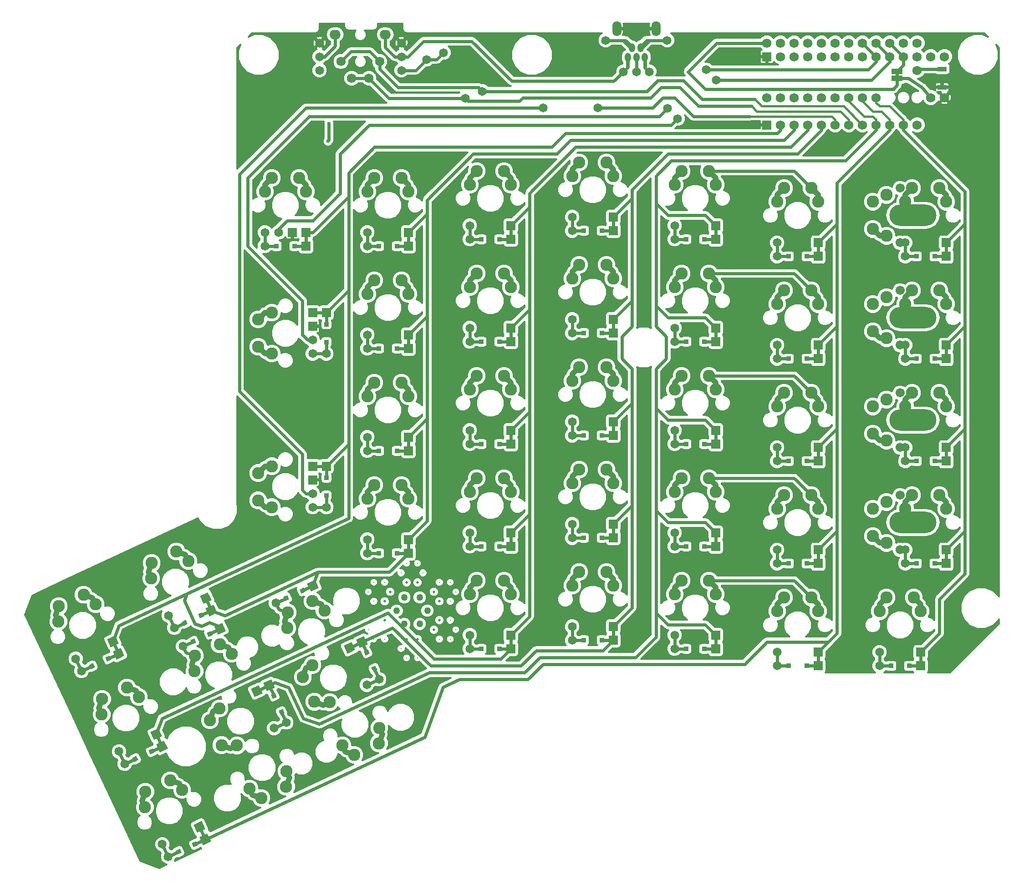
<source format=gtl>
G04 #@! TF.GenerationSoftware,KiCad,Pcbnew,(2016-12-22 revision d365dc5)-makepkg*
G04 #@! TF.CreationDate,2017-01-06T12:14:16-05:00*
G04 #@! TF.ProjectId,ErgoDOX,4572676F444F582E6B696361645F7063,rev?*
G04 #@! TF.FileFunction,Copper,L1,Top,Signal*
G04 #@! TF.FilePolarity,Positive*
%FSLAX46Y46*%
G04 Gerber Fmt 4.6, Leading zero omitted, Abs format (unit mm)*
G04 Created by KiCad (PCBNEW (2016-12-22 revision d365dc5)-makepkg) date 01/06/17 12:14:16*
%MOMM*%
%LPD*%
G01*
G04 APERTURE LIST*
%ADD10C,0.150000*%
%ADD11C,0.609600*%
%ADD12O,1.143000X1.651000*%
%ADD13O,1.701800X2.794000*%
%ADD14C,1.651000*%
%ADD15C,1.752600*%
%ADD16R,1.752600X1.752600*%
%ADD17C,1.270000*%
%ADD18C,0.508000*%
%ADD19C,0.304800*%
%ADD20C,0.203200*%
%ADD21C,0.800000*%
%ADD22C,0.838200*%
%ADD23R,1.651000X1.651000*%
%ADD24C,2.286000*%
%ADD25R,2.032000X1.016000*%
%ADD26O,2.057400X1.752600*%
%ADD27C,2.283460*%
%ADD28R,0.838200X0.838200*%
%ADD29C,2.280920*%
%ADD30O,8.750300X3.987800*%
%ADD31C,1.701800*%
%ADD32R,1.700000X0.900000*%
%ADD33C,0.609600*%
%ADD34C,0.406400*%
%ADD35C,1.016000*%
%ADD36C,0.600000*%
%ADD37C,0.304800*%
G04 APERTURE END LIST*
D10*
D11*
X135229600Y-40259000D02*
X135991600Y-39497000D01*
X135991600Y-39497000D02*
X135991600Y-37973000D01*
X140055600Y-40259000D02*
X139293600Y-39624000D01*
X139293600Y-39624000D02*
X139293600Y-37973000D01*
X137642600Y-37973000D02*
X137642600Y-40259000D01*
X136753600Y-35433000D02*
X135610600Y-34417000D01*
X135610600Y-34417000D02*
X131927600Y-34417000D01*
X138531600Y-35433000D02*
X139547600Y-34417000D01*
X139547600Y-34417000D02*
X143357600Y-34417000D01*
X53341367Y-147187736D02*
X55286576Y-146280670D01*
X58302224Y-144874450D02*
X60247433Y-143967384D01*
X70605747Y-139135936D02*
X72550956Y-138228870D01*
X75566604Y-136822650D02*
X77511813Y-135915584D01*
X187642500Y-93672660D02*
X189788800Y-93672660D01*
X193116200Y-93672660D02*
X195262500Y-93672660D01*
X187642500Y-131772660D02*
X189788800Y-131772660D01*
X193116200Y-131772660D02*
X195262500Y-131772660D01*
X187642500Y-74625200D02*
X189788800Y-74625200D01*
X193116200Y-74625200D02*
X195262500Y-74625200D01*
X187642500Y-112722660D02*
X189788800Y-112722660D01*
X193116200Y-112722660D02*
X195262500Y-112722660D01*
X87630000Y-72720200D02*
X89776300Y-72720200D01*
X93103700Y-72720200D02*
X95250000Y-72720200D01*
X144780000Y-90497660D02*
X146926300Y-90497660D01*
X150253700Y-90497660D02*
X152400000Y-90497660D01*
X72554721Y-161349962D02*
X71647655Y-159404753D01*
X70241435Y-156389105D02*
X69334370Y-154443896D01*
X89819101Y-153298162D02*
X88912035Y-151352953D01*
X87505815Y-148337305D02*
X86598750Y-146392096D01*
X106680000Y-147647660D02*
X108826300Y-147647660D01*
X112153700Y-147647660D02*
X114300000Y-147647660D01*
X125730000Y-146050000D02*
X127876300Y-146050000D01*
X131203700Y-146050000D02*
X133350000Y-146050000D01*
X163830000Y-150822660D02*
X165976300Y-150822660D01*
X169303700Y-150822660D02*
X171450000Y-150822660D01*
X87630000Y-129867660D02*
X89776300Y-129867660D01*
X93103700Y-129867660D02*
X95250000Y-129867660D01*
X106680000Y-128597660D02*
X108826300Y-128597660D01*
X112153700Y-128597660D02*
X114300000Y-128597660D01*
X125730000Y-127000000D02*
X127876300Y-127000000D01*
X131203700Y-127000000D02*
X133350000Y-127000000D01*
X144780000Y-128597660D02*
X146926300Y-128597660D01*
X150253700Y-128597660D02*
X152400000Y-128597660D01*
X163830000Y-131772660D02*
X165976300Y-131772660D01*
X169303700Y-131772660D02*
X171450000Y-131772660D01*
X87630000Y-110817660D02*
X89776300Y-110817660D01*
X93103700Y-110817660D02*
X95250000Y-110817660D01*
X106680000Y-109547660D02*
X108826300Y-109547660D01*
X112153700Y-109547660D02*
X114300000Y-109547660D01*
X125730000Y-107950000D02*
X127876300Y-107950000D01*
X131203700Y-107950000D02*
X133350000Y-107950000D01*
X144780000Y-109547660D02*
X146926300Y-109547660D01*
X150253700Y-109547660D02*
X152400000Y-109547660D01*
X106680000Y-90497660D02*
X108826300Y-90497660D01*
X112153700Y-90497660D02*
X114300000Y-90497660D01*
X125730000Y-88900000D02*
X127876300Y-88900000D01*
X131203700Y-88900000D02*
X133350000Y-88900000D01*
X163830000Y-93672660D02*
X165976300Y-93672660D01*
X169303700Y-93672660D02*
X171450000Y-93672660D01*
X144780000Y-147647660D02*
X146926300Y-147647660D01*
X150253700Y-147647660D02*
X152400000Y-147647660D01*
X106680000Y-71447660D02*
X108826300Y-71447660D01*
X112153700Y-71447660D02*
X114300000Y-71447660D01*
X125730000Y-69850000D02*
X127876300Y-69850000D01*
X131203700Y-69850000D02*
X133350000Y-69850000D01*
X144780000Y-71447660D02*
X146926300Y-71447660D01*
X150253700Y-71447660D02*
X152400000Y-71447660D01*
X163830000Y-74625200D02*
X165976300Y-74625200D01*
X169303700Y-74625200D02*
X171450000Y-74625200D01*
X51730638Y-143735681D02*
X53675847Y-142828615D01*
X56691495Y-141422395D02*
X58636704Y-140515330D01*
X34466258Y-151784941D02*
X36411467Y-150877875D01*
X39427115Y-149471655D02*
X41372324Y-148564590D01*
X50567318Y-186316241D02*
X52512527Y-185409175D01*
X55528175Y-184002955D02*
X57473384Y-183095890D01*
X42515518Y-169049321D02*
X44460727Y-168142255D01*
X47476375Y-166736035D02*
X49421584Y-165828970D01*
X87630000Y-91767660D02*
X89776300Y-91767660D01*
X93103700Y-91767660D02*
X95250000Y-91767660D01*
X182880000Y-150822660D02*
X185026300Y-150822660D01*
X188353700Y-150822660D02*
X190500000Y-150822660D01*
X80010000Y-121295160D02*
X80010000Y-119148860D01*
X80010000Y-115821460D02*
X80010000Y-113675160D01*
X80010000Y-92720160D02*
X80010000Y-90573860D01*
X80010000Y-87246460D02*
X80010000Y-85100160D01*
X68580000Y-72720200D02*
X70726300Y-72720200D01*
X74053700Y-72720200D02*
X76200000Y-72720200D01*
X163830000Y-112722660D02*
X165976300Y-112722660D01*
X169303700Y-112722660D02*
X171450000Y-112722660D01*
D12*
X139242800Y-37553900D03*
X138442700Y-35806380D03*
X137642600Y-37553900D03*
X136842500Y-35806380D03*
X136042400Y-37553900D03*
D13*
X133995160Y-32230060D03*
X141290040Y-32230060D03*
D14*
X140055600Y-40259000D03*
X143357600Y-34417000D03*
X137642600Y-40259000D03*
X131927600Y-34417000D03*
X135229600Y-40259000D03*
D15*
X169545000Y-34925000D03*
X172085000Y-34925000D03*
X161925000Y-34925000D03*
X164465000Y-34925000D03*
X167005000Y-34925000D03*
X174625000Y-34925000D03*
X177165000Y-34925000D03*
X179705000Y-34925000D03*
X182245000Y-34925000D03*
X184785000Y-34925000D03*
X187325000Y-34925000D03*
X189865000Y-34925000D03*
X189865000Y-50165000D03*
X187325000Y-50165000D03*
X184785000Y-50165000D03*
X182245000Y-50165000D03*
X179705000Y-50165000D03*
X177165000Y-50165000D03*
X174625000Y-50165000D03*
X172085000Y-50165000D03*
X169545000Y-50165000D03*
X167005000Y-50165000D03*
X164465000Y-50165000D03*
D16*
X161925000Y-50165000D03*
D15*
X189865000Y-40005000D03*
D17*
X98777300Y-140557500D03*
X97354900Y-143018760D03*
X94512640Y-143018760D03*
X93087700Y-140557500D03*
X94510100Y-138096240D03*
X97352360Y-138096240D03*
D18*
X101012500Y-142315180D03*
X96948500Y-145835620D03*
X91871040Y-144075400D03*
X90852500Y-138799820D03*
X94916500Y-135279380D03*
X99993960Y-137039600D03*
X99996500Y-144075400D03*
X94919040Y-145835620D03*
X90852500Y-142315180D03*
X91868500Y-137039600D03*
X96945960Y-135279380D03*
X101009960Y-138799820D03*
D19*
X103044500Y-142315180D03*
X97964500Y-147595840D03*
X90855040Y-145835620D03*
X88820500Y-138799820D03*
X93900500Y-133519160D03*
X101009960Y-135279380D03*
X101012500Y-145835620D03*
X93903040Y-147595840D03*
X88820500Y-142315180D03*
X90852500Y-135279380D03*
X97961960Y-133519160D03*
X103041960Y-138799820D03*
D20*
X104060500Y-144075400D03*
X96948500Y-149356060D03*
X88823040Y-145835620D03*
X87804500Y-137039600D03*
X94916500Y-131758940D03*
X103041960Y-135279380D03*
X103044500Y-145835620D03*
X94919040Y-149356060D03*
X87804500Y-144075400D03*
X88820500Y-135279380D03*
X96945960Y-131758940D03*
X104060500Y-137039600D03*
D21*
X100190000Y-58530000D03*
X177240000Y-132590000D03*
X157790000Y-132510000D03*
X138670000Y-134080000D03*
X119940000Y-134000000D03*
X59870000Y-171840000D03*
X101490000Y-129460000D03*
X155300000Y-37140000D03*
X174460000Y-54430000D03*
X78130000Y-55020000D03*
X138750000Y-64400000D03*
D15*
X164465000Y-37465000D03*
X167005000Y-37465000D03*
X169545000Y-37465000D03*
X172085000Y-37465000D03*
X174625000Y-37465000D03*
X177165000Y-37465000D03*
X179705000Y-37465000D03*
X182245000Y-37465000D03*
X184785000Y-37465000D03*
X187325000Y-37465000D03*
X189865000Y-37465000D03*
X192405000Y-37465000D03*
X194945000Y-37465000D03*
D16*
X161925000Y-37465000D03*
D15*
X194945000Y-45085000D03*
X192405000Y-45085000D03*
X182245000Y-45085000D03*
X179705000Y-45085000D03*
X177165000Y-45085000D03*
X174625000Y-45085000D03*
X172085000Y-45085000D03*
X169545000Y-45085000D03*
X167005000Y-45085000D03*
X164465000Y-45085000D03*
X161925000Y-45085000D03*
D14*
X53341367Y-147187736D03*
D22*
X55286576Y-146280670D03*
D10*
G36*
X55083862Y-146837623D02*
X54729623Y-146077956D01*
X55489290Y-145723717D01*
X55843529Y-146483384D01*
X55083862Y-146837623D01*
X55083862Y-146837623D01*
G37*
D14*
X60247433Y-143967384D03*
D10*
G36*
X59848147Y-145064412D02*
X59150405Y-143568098D01*
X60646719Y-142870356D01*
X61344461Y-144366670D01*
X59848147Y-145064412D01*
X59848147Y-145064412D01*
G37*
D22*
X58302224Y-144874450D03*
D10*
G36*
X58099510Y-145431403D02*
X57745271Y-144671736D01*
X58504938Y-144317497D01*
X58859177Y-145077164D01*
X58099510Y-145431403D01*
X58099510Y-145431403D01*
G37*
D14*
X70605747Y-139135936D03*
D22*
X72550956Y-138228870D03*
D10*
G36*
X72348242Y-138785823D02*
X71994003Y-138026156D01*
X72753670Y-137671917D01*
X73107909Y-138431584D01*
X72348242Y-138785823D01*
X72348242Y-138785823D01*
G37*
D14*
X77511813Y-135915584D03*
D10*
G36*
X77112527Y-137012612D02*
X76414785Y-135516298D01*
X77911099Y-134818556D01*
X78608841Y-136314870D01*
X77112527Y-137012612D01*
X77112527Y-137012612D01*
G37*
D22*
X75566604Y-136822650D03*
D10*
G36*
X75363890Y-137379603D02*
X75009651Y-136619936D01*
X75769318Y-136265697D01*
X76123557Y-137025364D01*
X75363890Y-137379603D01*
X75363890Y-137379603D01*
G37*
D14*
X77470000Y-118755160D03*
D23*
X77470000Y-116215160D03*
D14*
X77470000Y-90180160D03*
D23*
X77470000Y-87640160D03*
D14*
X71120000Y-70180200D03*
D23*
X73660000Y-70180200D03*
D24*
X77434621Y-138754526D03*
X72753017Y-143740174D03*
X79659082Y-140519823D03*
X72830577Y-140901427D03*
X60170241Y-146806326D03*
X55488637Y-151791974D03*
X62394702Y-148571623D03*
X55566197Y-148953227D03*
X85176179Y-167376434D03*
X89857783Y-162390786D03*
X82951718Y-165611137D03*
X89780223Y-165229533D03*
X67909259Y-175425694D03*
X72590863Y-170440046D03*
X65684798Y-173660397D03*
X72513303Y-173278793D03*
D14*
X152499602Y-41810398D03*
X145315398Y-48994602D03*
X150594602Y-39905398D03*
X143410398Y-47089602D03*
X130492500Y-46990000D03*
X120332500Y-46990000D03*
X101817898Y-36730398D03*
X109002102Y-43914602D03*
X98642898Y-38000398D03*
X105827102Y-45184602D03*
X78740000Y-40005000D03*
X78740000Y-37465000D03*
X78740000Y-34925000D03*
X93980000Y-40005000D03*
X93980000Y-37465000D03*
X93980000Y-34925000D03*
D25*
X186130000Y-40255000D03*
X186130000Y-41525000D03*
D26*
X90957400Y-33375600D03*
D15*
X82702400Y-38379400D03*
X87909400Y-41478200D03*
D26*
X81661000Y-33375600D03*
D15*
X84709000Y-41478200D03*
X89916000Y-38379400D03*
D24*
X193992500Y-80972660D03*
X187642500Y-83512660D03*
D27*
X195262500Y-83512660D03*
D24*
X188912500Y-80972660D03*
D14*
X187642500Y-91132660D03*
D23*
X195262500Y-91132660D03*
D14*
X187642500Y-93672660D03*
D23*
X195262500Y-93672660D03*
D28*
X189788800Y-93672660D03*
X193116200Y-93672660D03*
D29*
X181610000Y-83512660D03*
X184150000Y-82242660D03*
X184150000Y-89862660D03*
X181610000Y-88592660D03*
D30*
X189069980Y-86052660D03*
D31*
X186690000Y-91132660D03*
X186690000Y-80972660D03*
D24*
X193992500Y-119072660D03*
X187642500Y-121612660D03*
D27*
X195262500Y-121612660D03*
D24*
X188912500Y-119072660D03*
D14*
X187642500Y-129232660D03*
D23*
X195262500Y-129232660D03*
D14*
X187642500Y-131772660D03*
D23*
X195262500Y-131772660D03*
D28*
X189788800Y-131772660D03*
X193116200Y-131772660D03*
D29*
X181610000Y-121612660D03*
X184150000Y-120342660D03*
X184150000Y-127962660D03*
X181610000Y-126692660D03*
D30*
X189069980Y-124152660D03*
D31*
X186690000Y-129232660D03*
X186690000Y-119072660D03*
D24*
X193992500Y-61925200D03*
X187642500Y-64465200D03*
D27*
X195262500Y-64465200D03*
D24*
X188912500Y-61925200D03*
D14*
X187642500Y-72085200D03*
D23*
X195262500Y-72085200D03*
D14*
X187642500Y-74625200D03*
D23*
X195262500Y-74625200D03*
D28*
X189788800Y-74625200D03*
X193116200Y-74625200D03*
D29*
X181610000Y-64465200D03*
X184150000Y-63195200D03*
X184150000Y-70815200D03*
X181610000Y-69545200D03*
D30*
X189069980Y-67005200D03*
D31*
X186690000Y-72085200D03*
X186690000Y-61925200D03*
D24*
X193992500Y-100022660D03*
X187642500Y-102562660D03*
D27*
X195262500Y-102562660D03*
D24*
X188912500Y-100022660D03*
D14*
X187642500Y-110182660D03*
D23*
X195262500Y-110182660D03*
D14*
X187642500Y-112722660D03*
D23*
X195262500Y-112722660D03*
D28*
X189788800Y-112722660D03*
X193116200Y-112722660D03*
D29*
X181610000Y-102562660D03*
X184150000Y-101292660D03*
X184150000Y-108912660D03*
X181610000Y-107642660D03*
D30*
X189069980Y-105102660D03*
D31*
X186690000Y-110182660D03*
X186690000Y-100022660D03*
D24*
X93980000Y-60020200D03*
X87630000Y-62560200D03*
X95250000Y-62560200D03*
X88900000Y-60020200D03*
D14*
X87630000Y-70180200D03*
D23*
X95250000Y-70180200D03*
D14*
X87630000Y-72720200D03*
D23*
X95250000Y-72720200D03*
D28*
X89776300Y-72720200D03*
X93103700Y-72720200D03*
D24*
X151130000Y-77797660D03*
X144780000Y-80337660D03*
X152400000Y-80337660D03*
X146050000Y-77797660D03*
D14*
X144780000Y-87957660D03*
D23*
X152400000Y-87957660D03*
D14*
X144780000Y-90497660D03*
D23*
X152400000Y-90497660D03*
D28*
X146926300Y-90497660D03*
X150253700Y-90497660D03*
D24*
X58360986Y-160962159D03*
X63346634Y-165643763D03*
X60126283Y-158737698D03*
X60507887Y-165566203D03*
D14*
X70252699Y-162423412D03*
X67032348Y-155517347D03*
D10*
G36*
X68129376Y-155916633D02*
X66633062Y-156614375D01*
X65935320Y-155118061D01*
X67431634Y-154420319D01*
X68129376Y-155916633D01*
X68129376Y-155916633D01*
G37*
D14*
X72554721Y-161349962D03*
X69334370Y-154443896D03*
D10*
G36*
X70431398Y-154843182D02*
X68935084Y-155540924D01*
X68237342Y-154044610D01*
X69733656Y-153346868D01*
X70431398Y-154843182D01*
X70431398Y-154843182D01*
G37*
D22*
X71647655Y-159404753D03*
D10*
G36*
X72204608Y-159607467D02*
X71444941Y-159961706D01*
X71090702Y-159202039D01*
X71850369Y-158847800D01*
X72204608Y-159607467D01*
X72204608Y-159607467D01*
G37*
D22*
X70241435Y-156389105D03*
D10*
G36*
X70798388Y-156591819D02*
X70038721Y-156946058D01*
X69684482Y-156186391D01*
X70444149Y-155832152D01*
X70798388Y-156591819D01*
X70798388Y-156591819D01*
G37*
D24*
X75625366Y-152910359D03*
X80611014Y-157591963D03*
X77390663Y-150685898D03*
X77772267Y-157514403D03*
D14*
X87517079Y-154371612D03*
X84296728Y-147465547D03*
D10*
G36*
X85393756Y-147864833D02*
X83897442Y-148562575D01*
X83199700Y-147066261D01*
X84696014Y-146368519D01*
X85393756Y-147864833D01*
X85393756Y-147864833D01*
G37*
D14*
X89819101Y-153298162D03*
X86598750Y-146392096D03*
D10*
G36*
X87695778Y-146791382D02*
X86199464Y-147489124D01*
X85501722Y-145992810D01*
X86998036Y-145295068D01*
X87695778Y-146791382D01*
X87695778Y-146791382D01*
G37*
D22*
X88912035Y-151352953D03*
D10*
G36*
X89468988Y-151555667D02*
X88709321Y-151909906D01*
X88355082Y-151150239D01*
X89114749Y-150796000D01*
X89468988Y-151555667D01*
X89468988Y-151555667D01*
G37*
D22*
X87505815Y-148337305D03*
D10*
G36*
X88062768Y-148540019D02*
X87303101Y-148894258D01*
X86948862Y-148134591D01*
X87708529Y-147780352D01*
X88062768Y-148540019D01*
X88062768Y-148540019D01*
G37*
D24*
X113030000Y-134947660D03*
X106680000Y-137487660D03*
X114300000Y-137487660D03*
X107950000Y-134947660D03*
D14*
X106680000Y-145107660D03*
D23*
X114300000Y-145107660D03*
D14*
X106680000Y-147647660D03*
D23*
X114300000Y-147647660D03*
D28*
X108826300Y-147647660D03*
X112153700Y-147647660D03*
D24*
X132080000Y-133350000D03*
X125730000Y-135890000D03*
X133350000Y-135890000D03*
X127000000Y-133350000D03*
D14*
X125730000Y-143510000D03*
D23*
X133350000Y-143510000D03*
D14*
X125730000Y-146050000D03*
D23*
X133350000Y-146050000D03*
D28*
X127876300Y-146050000D03*
X131203700Y-146050000D03*
D24*
X170180000Y-138122660D03*
X163830000Y-140662660D03*
X171450000Y-140662660D03*
X165100000Y-138122660D03*
D14*
X163830000Y-148282660D03*
D23*
X171450000Y-148282660D03*
D14*
X163830000Y-150822660D03*
D23*
X171450000Y-150822660D03*
D28*
X165976300Y-150822660D03*
X169303700Y-150822660D03*
D24*
X93980000Y-117167660D03*
X87630000Y-119707660D03*
X95250000Y-119707660D03*
X88900000Y-117167660D03*
D14*
X87630000Y-127327660D03*
D23*
X95250000Y-127327660D03*
D14*
X87630000Y-129867660D03*
D23*
X95250000Y-129867660D03*
D28*
X89776300Y-129867660D03*
X93103700Y-129867660D03*
D24*
X113030000Y-115897660D03*
X106680000Y-118437660D03*
X114300000Y-118437660D03*
X107950000Y-115897660D03*
D14*
X106680000Y-126057660D03*
D23*
X114300000Y-126057660D03*
D14*
X106680000Y-128597660D03*
D23*
X114300000Y-128597660D03*
D28*
X108826300Y-128597660D03*
X112153700Y-128597660D03*
D24*
X132080000Y-114300000D03*
X125730000Y-116840000D03*
X133350000Y-116840000D03*
X127000000Y-114300000D03*
D14*
X125730000Y-124460000D03*
D23*
X133350000Y-124460000D03*
D14*
X125730000Y-127000000D03*
D23*
X133350000Y-127000000D03*
D28*
X127876300Y-127000000D03*
X131203700Y-127000000D03*
D24*
X151130000Y-115897660D03*
X144780000Y-118437660D03*
X152400000Y-118437660D03*
X146050000Y-115897660D03*
D14*
X144780000Y-126057660D03*
D23*
X152400000Y-126057660D03*
D14*
X144780000Y-128597660D03*
D23*
X152400000Y-128597660D03*
D28*
X146926300Y-128597660D03*
X150253700Y-128597660D03*
D24*
X170180000Y-119072660D03*
X163830000Y-121612660D03*
X171450000Y-121612660D03*
X165100000Y-119072660D03*
D14*
X163830000Y-129232660D03*
D23*
X171450000Y-129232660D03*
D14*
X163830000Y-131772660D03*
D23*
X171450000Y-131772660D03*
D28*
X165976300Y-131772660D03*
X169303700Y-131772660D03*
D24*
X93980000Y-98117660D03*
X87630000Y-100657660D03*
X95250000Y-100657660D03*
X88900000Y-98117660D03*
D14*
X87630000Y-108277660D03*
D23*
X95250000Y-108277660D03*
D14*
X87630000Y-110817660D03*
D23*
X95250000Y-110817660D03*
D28*
X89776300Y-110817660D03*
X93103700Y-110817660D03*
D24*
X113030000Y-96847660D03*
X106680000Y-99387660D03*
X114300000Y-99387660D03*
X107950000Y-96847660D03*
D14*
X106680000Y-107007660D03*
D23*
X114300000Y-107007660D03*
D14*
X106680000Y-109547660D03*
D23*
X114300000Y-109547660D03*
D28*
X108826300Y-109547660D03*
X112153700Y-109547660D03*
D24*
X132080000Y-95250000D03*
X125730000Y-97790000D03*
X133350000Y-97790000D03*
X127000000Y-95250000D03*
D14*
X125730000Y-105410000D03*
D23*
X133350000Y-105410000D03*
D14*
X125730000Y-107950000D03*
D23*
X133350000Y-107950000D03*
D28*
X127876300Y-107950000D03*
X131203700Y-107950000D03*
D24*
X151130000Y-96847660D03*
X144780000Y-99387660D03*
X152400000Y-99387660D03*
X146050000Y-96847660D03*
D14*
X144780000Y-107007660D03*
D23*
X152400000Y-107007660D03*
D14*
X144780000Y-109547660D03*
D23*
X152400000Y-109547660D03*
D28*
X146926300Y-109547660D03*
X150253700Y-109547660D03*
D24*
X113030000Y-77797660D03*
X106680000Y-80337660D03*
X114300000Y-80337660D03*
X107950000Y-77797660D03*
D14*
X106680000Y-87957660D03*
D23*
X114300000Y-87957660D03*
D14*
X106680000Y-90497660D03*
D23*
X114300000Y-90497660D03*
D28*
X108826300Y-90497660D03*
X112153700Y-90497660D03*
D24*
X132080000Y-76200000D03*
X125730000Y-78740000D03*
X133350000Y-78740000D03*
X127000000Y-76200000D03*
D14*
X125730000Y-86360000D03*
D23*
X133350000Y-86360000D03*
D14*
X125730000Y-88900000D03*
D23*
X133350000Y-88900000D03*
D28*
X127876300Y-88900000D03*
X131203700Y-88900000D03*
D24*
X170180000Y-80972660D03*
X163830000Y-83512660D03*
X171450000Y-83512660D03*
X165100000Y-80972660D03*
D14*
X163830000Y-91132660D03*
D23*
X171450000Y-91132660D03*
D14*
X163830000Y-93672660D03*
D23*
X171450000Y-93672660D03*
D28*
X165976300Y-93672660D03*
X169303700Y-93672660D03*
D24*
X151130000Y-134947660D03*
X144780000Y-137487660D03*
X152400000Y-137487660D03*
X146050000Y-134947660D03*
D14*
X144780000Y-145107660D03*
D23*
X152400000Y-145107660D03*
D14*
X144780000Y-147647660D03*
D23*
X152400000Y-147647660D03*
D28*
X146926300Y-147647660D03*
X150253700Y-147647660D03*
D24*
X113030000Y-58747660D03*
X106680000Y-61287660D03*
X114300000Y-61287660D03*
X107950000Y-58747660D03*
D14*
X106680000Y-68907660D03*
D23*
X114300000Y-68907660D03*
D14*
X106680000Y-71447660D03*
D23*
X114300000Y-71447660D03*
D28*
X108826300Y-71447660D03*
X112153700Y-71447660D03*
D24*
X132080000Y-57150000D03*
X125730000Y-59690000D03*
X133350000Y-59690000D03*
X127000000Y-57150000D03*
D14*
X125730000Y-67310000D03*
D23*
X133350000Y-67310000D03*
D14*
X125730000Y-69850000D03*
D23*
X133350000Y-69850000D03*
D28*
X127876300Y-69850000D03*
X131203700Y-69850000D03*
D24*
X151130000Y-58747660D03*
X144780000Y-61287660D03*
X152400000Y-61287660D03*
X146050000Y-58747660D03*
D14*
X144780000Y-68907660D03*
D23*
X152400000Y-68907660D03*
D14*
X144780000Y-71447660D03*
D23*
X152400000Y-71447660D03*
D28*
X146926300Y-71447660D03*
X150253700Y-71447660D03*
D24*
X170180000Y-61925200D03*
X163830000Y-64465200D03*
X171450000Y-64465200D03*
X165100000Y-61925200D03*
D14*
X163830000Y-72085200D03*
D23*
X171450000Y-72085200D03*
D14*
X163830000Y-74625200D03*
D23*
X171450000Y-74625200D03*
D28*
X165976300Y-74625200D03*
X169303700Y-74625200D03*
D24*
X52118441Y-129541946D03*
X47436837Y-134527594D03*
X54342902Y-131307243D03*
X47514397Y-131688847D03*
D14*
X50657188Y-141433659D03*
X57563253Y-138213308D03*
D10*
G36*
X57163967Y-139310336D02*
X56466225Y-137814022D01*
X57962539Y-137116280D01*
X58660281Y-138612594D01*
X57163967Y-139310336D01*
X57163967Y-139310336D01*
G37*
D14*
X51730638Y-143735681D03*
X58636704Y-140515330D03*
D10*
G36*
X58237418Y-141612358D02*
X57539676Y-140116044D01*
X59035990Y-139418302D01*
X59733732Y-140914616D01*
X58237418Y-141612358D01*
X58237418Y-141612358D01*
G37*
D22*
X53675847Y-142828615D03*
D10*
G36*
X53473133Y-143385568D02*
X53118894Y-142625901D01*
X53878561Y-142271662D01*
X54232800Y-143031329D01*
X53473133Y-143385568D01*
X53473133Y-143385568D01*
G37*
D22*
X56691495Y-141422395D03*
D10*
G36*
X56488781Y-141979348D02*
X56134542Y-141219681D01*
X56894209Y-140865442D01*
X57248448Y-141625109D01*
X56488781Y-141979348D01*
X56488781Y-141979348D01*
G37*
D24*
X34854061Y-137591206D03*
X30172457Y-142576854D03*
X37078522Y-139356503D03*
X30250017Y-139738107D03*
D14*
X33392808Y-149482919D03*
X40298873Y-146262568D03*
D10*
G36*
X39899587Y-147359596D02*
X39201845Y-145863282D01*
X40698159Y-145165540D01*
X41395901Y-146661854D01*
X39899587Y-147359596D01*
X39899587Y-147359596D01*
G37*
D14*
X34466258Y-151784941D03*
X41372324Y-148564590D03*
D10*
G36*
X40973038Y-149661618D02*
X40275296Y-148165304D01*
X41771610Y-147467562D01*
X42469352Y-148963876D01*
X40973038Y-149661618D01*
X40973038Y-149661618D01*
G37*
D22*
X36411467Y-150877875D03*
D10*
G36*
X36208753Y-151434828D02*
X35854514Y-150675161D01*
X36614181Y-150320922D01*
X36968420Y-151080589D01*
X36208753Y-151434828D01*
X36208753Y-151434828D01*
G37*
D22*
X39427115Y-149471655D03*
D10*
G36*
X39224401Y-150028608D02*
X38870162Y-149268941D01*
X39629829Y-148914702D01*
X39984068Y-149674369D01*
X39224401Y-150028608D01*
X39224401Y-150028608D01*
G37*
D24*
X50955121Y-172122506D03*
X46273517Y-177108154D03*
X53179582Y-173887803D03*
X46351077Y-174269407D03*
D14*
X49493868Y-184014219D03*
X56399933Y-180793868D03*
D10*
G36*
X56000647Y-181890896D02*
X55302905Y-180394582D01*
X56799219Y-179696840D01*
X57496961Y-181193154D01*
X56000647Y-181890896D01*
X56000647Y-181890896D01*
G37*
D14*
X50567318Y-186316241D03*
X57473384Y-183095890D03*
D10*
G36*
X57074098Y-184192918D02*
X56376356Y-182696604D01*
X57872670Y-181998862D01*
X58570412Y-183495176D01*
X57074098Y-184192918D01*
X57074098Y-184192918D01*
G37*
D22*
X52512527Y-185409175D03*
D10*
G36*
X52309813Y-185966128D02*
X51955574Y-185206461D01*
X52715241Y-184852222D01*
X53069480Y-185611889D01*
X52309813Y-185966128D01*
X52309813Y-185966128D01*
G37*
D22*
X55528175Y-184002955D03*
D10*
G36*
X55325461Y-184559908D02*
X54971222Y-183800241D01*
X55730889Y-183446002D01*
X56085128Y-184205669D01*
X55325461Y-184559908D01*
X55325461Y-184559908D01*
G37*
D24*
X42903321Y-154855586D03*
X38221717Y-159841234D03*
X45127782Y-156620883D03*
X38299277Y-157002487D03*
D14*
X41442068Y-166747299D03*
X48348133Y-163526948D03*
D10*
G36*
X47948847Y-164623976D02*
X47251105Y-163127662D01*
X48747419Y-162429920D01*
X49445161Y-163926234D01*
X47948847Y-164623976D01*
X47948847Y-164623976D01*
G37*
D14*
X42515518Y-169049321D03*
X49421584Y-165828970D03*
D10*
G36*
X49022298Y-166925998D02*
X48324556Y-165429684D01*
X49820870Y-164731942D01*
X50518612Y-166228256D01*
X49022298Y-166925998D01*
X49022298Y-166925998D01*
G37*
D22*
X44460727Y-168142255D03*
D10*
G36*
X44258013Y-168699208D02*
X43903774Y-167939541D01*
X44663441Y-167585302D01*
X45017680Y-168344969D01*
X44258013Y-168699208D01*
X44258013Y-168699208D01*
G37*
D22*
X47476375Y-166736035D03*
D10*
G36*
X47273661Y-167292988D02*
X46919422Y-166533321D01*
X47679089Y-166179082D01*
X48033328Y-166938749D01*
X47273661Y-167292988D01*
X47273661Y-167292988D01*
G37*
D24*
X93980000Y-79067660D03*
X87630000Y-81607660D03*
X95250000Y-81607660D03*
X88900000Y-79067660D03*
D14*
X87630000Y-89227660D03*
D23*
X95250000Y-89227660D03*
D14*
X87630000Y-91767660D03*
D23*
X95250000Y-91767660D03*
D28*
X89776300Y-91767660D03*
X93103700Y-91767660D03*
D24*
X189230000Y-138122660D03*
X182880000Y-140662660D03*
X190500000Y-140662660D03*
X184150000Y-138122660D03*
D14*
X182880000Y-148282660D03*
D23*
X190500000Y-148282660D03*
D14*
X182880000Y-150822660D03*
D23*
X190500000Y-150822660D03*
D28*
X185026300Y-150822660D03*
X188353700Y-150822660D03*
D24*
X67310000Y-114945160D03*
X69850000Y-121295160D03*
X69850000Y-113675160D03*
X67310000Y-120025160D03*
D14*
X77470000Y-121295160D03*
D23*
X77470000Y-113675160D03*
D14*
X80010000Y-121295160D03*
D23*
X80010000Y-113675160D03*
D28*
X80010000Y-119148860D03*
X80010000Y-115821460D03*
D24*
X67310000Y-86370160D03*
X69850000Y-92720160D03*
X69850000Y-85100160D03*
X67310000Y-91450160D03*
D14*
X77470000Y-92720160D03*
D23*
X77470000Y-85100160D03*
D14*
X80010000Y-92720160D03*
D23*
X80010000Y-85100160D03*
D28*
X80010000Y-90573860D03*
X80010000Y-87246460D03*
D24*
X74930000Y-60020200D03*
X68580000Y-62560200D03*
X76200000Y-62560200D03*
X69850000Y-60020200D03*
D14*
X68580000Y-70180200D03*
D23*
X76200000Y-70180200D03*
D14*
X68580000Y-72720200D03*
D23*
X76200000Y-72720200D03*
D28*
X70726300Y-72720200D03*
X74053700Y-72720200D03*
D24*
X170180000Y-100022660D03*
X163830000Y-102562660D03*
X171450000Y-102562660D03*
X165100000Y-100022660D03*
D14*
X163830000Y-110182660D03*
D23*
X171450000Y-110182660D03*
D14*
X163830000Y-112722660D03*
D23*
X171450000Y-112722660D03*
D28*
X165976300Y-112722660D03*
X169303700Y-112722660D03*
D32*
X194500000Y-43150000D03*
X194500000Y-39750000D03*
D33*
X80470000Y-49840000D03*
X80300000Y-53200000D03*
D34*
X182245000Y-45085000D02*
X182245000Y-46037500D01*
D11*
X195262500Y-129232660D02*
X198755000Y-125740160D01*
X195262500Y-91132660D02*
X198755000Y-87640160D01*
X190500000Y-148282660D02*
X190500000Y-150822660D01*
X198755000Y-133664960D02*
X198755000Y-125740160D01*
D34*
X182245000Y-46037500D02*
X182880000Y-46672500D01*
X184785000Y-46672500D02*
X187325000Y-49212500D01*
D11*
X195262500Y-110182660D02*
X195262500Y-112722660D01*
X193992500Y-144790160D02*
X193992500Y-138427460D01*
X187325000Y-51117500D02*
X198755000Y-62547500D01*
X198755000Y-62547500D02*
X198755000Y-68592700D01*
X198755000Y-125740160D02*
X198755000Y-106690160D01*
X198755000Y-87640160D02*
X198755000Y-68592700D01*
X193992500Y-138427460D02*
X198755000Y-133664960D01*
X195262500Y-72085200D02*
X198755000Y-68592700D01*
X195262500Y-91132660D02*
X195262500Y-93672660D01*
D34*
X182880000Y-46672500D02*
X184785000Y-46672500D01*
D11*
X187325000Y-50165000D02*
X187325000Y-51117500D01*
X195262500Y-110182660D02*
X198755000Y-106690160D01*
D34*
X187325000Y-49212500D02*
X187325000Y-50165000D01*
D11*
X190500000Y-148282660D02*
X193992500Y-144790160D01*
X195262500Y-129232660D02*
X195262500Y-131772660D01*
X198755000Y-106690160D02*
X198755000Y-87640160D01*
X195262500Y-72085200D02*
X195262500Y-74625200D01*
X98333560Y-164043360D02*
X101711760Y-154759660D01*
X101711760Y-154759660D02*
X104729280Y-153352500D01*
X57472580Y-183095900D02*
X98333560Y-164043360D01*
X174942500Y-144790160D02*
X174942500Y-125740160D01*
X174942500Y-125740160D02*
X174942500Y-106690160D01*
X184785000Y-50165000D02*
X184785000Y-51117500D01*
X173360080Y-146372580D02*
X174942500Y-144790160D01*
X171450000Y-91132660D02*
X171450000Y-93672660D01*
D34*
X179705000Y-45720000D02*
X181610000Y-47625000D01*
X183197500Y-47625000D02*
X184785000Y-49212500D01*
D11*
X171450000Y-129232660D02*
X171450000Y-131772660D01*
X171450000Y-72085200D02*
X171450000Y-74625200D01*
X174942500Y-60960000D02*
X174942500Y-68580000D01*
X184785000Y-51117500D02*
X174942500Y-60960000D01*
X171450000Y-110182660D02*
X174942500Y-106690160D01*
X171450000Y-148282660D02*
X171450000Y-150822660D01*
X174942500Y-106690160D02*
X174942500Y-87640160D01*
X56400700Y-180794660D02*
X57472580Y-183095900D01*
D34*
X179705000Y-45085000D02*
X179705000Y-45720000D01*
D11*
X171450000Y-72085200D02*
X171450000Y-72072500D01*
X161919920Y-146372580D02*
X157797500Y-150495000D01*
X171450000Y-91132660D02*
X174942500Y-87640160D01*
X161919920Y-146372580D02*
X173360080Y-146372580D01*
X104729280Y-153352500D02*
X117475000Y-153352500D01*
X120332500Y-150495000D02*
X117475000Y-153352500D01*
X157797500Y-150495000D02*
X120332500Y-150495000D01*
D34*
X184785000Y-49212500D02*
X184785000Y-50165000D01*
D11*
X171450000Y-72072500D02*
X174942500Y-68580000D01*
X171450000Y-129232660D02*
X174942500Y-125740160D01*
D34*
X181610000Y-47625000D02*
X183197500Y-47625000D01*
D11*
X171450000Y-148282660D02*
X173360080Y-146372580D01*
X174942500Y-68580000D02*
X174942500Y-87640160D01*
X171450000Y-110182660D02*
X171450000Y-112722660D01*
X172085000Y-51117500D02*
X167640000Y-55562500D01*
X86601300Y-146392900D02*
X92301060Y-143736060D01*
X131445000Y-147955000D02*
X133350000Y-146050000D01*
X92301060Y-143736060D02*
X99377500Y-150812500D01*
X133350000Y-67310000D02*
X136842500Y-63817500D01*
X136842500Y-63817500D02*
X136842500Y-62230000D01*
X134937500Y-93662500D02*
X134937500Y-89535000D01*
X167640000Y-55562500D02*
X143510000Y-55562500D01*
X133350000Y-105410000D02*
X133350000Y-107950000D01*
X133350000Y-124460000D02*
X136842500Y-120967500D01*
X133350000Y-105410000D02*
X136842500Y-101917500D01*
X136842500Y-140017500D02*
X136842500Y-120967500D01*
X172085000Y-50165000D02*
X172085000Y-51117500D01*
X133350000Y-143510000D02*
X133350000Y-146050000D01*
X84297520Y-147464780D02*
X86601300Y-146392900D01*
X131445000Y-147955000D02*
X119062500Y-147955000D01*
X136842500Y-87630000D02*
X136842500Y-82867500D01*
X133350000Y-143510000D02*
X136842500Y-140017500D01*
X133350000Y-124460000D02*
X133350000Y-127000000D01*
X116205000Y-150812500D02*
X99377500Y-150812500D01*
X133350000Y-86360000D02*
X136842500Y-82867500D01*
X119062500Y-147955000D02*
X116205000Y-150812500D01*
X134937500Y-89535000D02*
X136842500Y-87630000D01*
X136842500Y-95567500D02*
X134937500Y-93662500D01*
X133350000Y-67310000D02*
X133350000Y-69850000D01*
X133350000Y-86360000D02*
X133350000Y-88900000D01*
X136842500Y-82867500D02*
X136842500Y-63817500D01*
X136842500Y-62230000D02*
X143510000Y-55562500D01*
X136842500Y-120967500D02*
X136842500Y-101917500D01*
X136842500Y-101917500D02*
X136842500Y-95567500D01*
X143510000Y-105092500D02*
X141287500Y-102870000D01*
X143510000Y-143192500D02*
X141287500Y-140970000D01*
X152400000Y-145107660D02*
X150484840Y-143192500D01*
X150484840Y-143192500D02*
X143510000Y-143192500D01*
X143192500Y-93662500D02*
X143192500Y-89535000D01*
X182245000Y-51117500D02*
X176530000Y-56832500D01*
X152400000Y-107007660D02*
X150484840Y-105092500D01*
X152400000Y-107007660D02*
X152400000Y-109547660D01*
X176530000Y-56832500D02*
X144145000Y-56832500D01*
D34*
X177165000Y-45720000D02*
X180022500Y-48577500D01*
X181610000Y-48577500D02*
X182245000Y-49212500D01*
D11*
X141287500Y-87630000D02*
X141287500Y-83820000D01*
X143510000Y-66992500D02*
X141287500Y-64770000D01*
X152400000Y-126057660D02*
X150484840Y-124142500D01*
X141287500Y-59690000D02*
X141287500Y-64770000D01*
X144145000Y-56832500D02*
X141287500Y-59690000D01*
D34*
X180022500Y-48577500D02*
X181610000Y-48577500D01*
D11*
X152400000Y-68907660D02*
X152400000Y-71447660D01*
X152400000Y-68907660D02*
X150484840Y-66992500D01*
X141287500Y-95567500D02*
X143192500Y-93662500D01*
X150484840Y-86042500D02*
X143510000Y-86042500D01*
X141287500Y-140970000D02*
X141287500Y-121920000D01*
X150484840Y-124142500D02*
X143510000Y-124142500D01*
X150484840Y-105092500D02*
X143510000Y-105092500D01*
X143510000Y-86042500D02*
X141287500Y-83820000D01*
X152400000Y-145107660D02*
X152400000Y-147647660D01*
X143510000Y-124142500D02*
X141287500Y-121920000D01*
X152400000Y-87957660D02*
X152400000Y-90497660D01*
X182245000Y-50165000D02*
X182245000Y-51117500D01*
D34*
X182245000Y-49212500D02*
X182245000Y-50165000D01*
D11*
X99192080Y-152082500D02*
X116840000Y-152082500D01*
X141287500Y-102870000D02*
X141287500Y-95567500D01*
X119697500Y-149225000D02*
X116840000Y-152082500D01*
X141287500Y-145415000D02*
X141287500Y-140970000D01*
X152400000Y-126057660D02*
X152400000Y-128597660D01*
X141287500Y-145415000D02*
X137477500Y-149225000D01*
X137477500Y-149225000D02*
X119697500Y-149225000D01*
X143192500Y-89535000D02*
X141287500Y-87630000D01*
X141287500Y-83820000D02*
X141287500Y-64770000D01*
X152400000Y-87957660D02*
X150484840Y-86042500D01*
D34*
X177165000Y-45085000D02*
X177165000Y-45720000D01*
D11*
X150484840Y-66992500D02*
X143510000Y-66992500D01*
X141287500Y-121920000D02*
X141287500Y-102870000D01*
X70487540Y-153906220D02*
X73017380Y-154828240D01*
X69334380Y-154442160D02*
X70487540Y-153906220D01*
X75702160Y-160583880D02*
X78656180Y-161658300D01*
X73017380Y-154828240D02*
X75702160Y-160583880D01*
X78656180Y-161658300D02*
X99192080Y-152082500D01*
X67033140Y-155516580D02*
X69334380Y-154442160D01*
X166370000Y-54292500D02*
X126365000Y-54292500D01*
X114300000Y-87957660D02*
X117792500Y-84465160D01*
X114300000Y-145107660D02*
X117792500Y-141615160D01*
X117792500Y-84465160D02*
X117792500Y-65415160D01*
X114300000Y-107007660D02*
X117792500Y-103515160D01*
X114300000Y-87957660D02*
X114300000Y-90497660D01*
X114300000Y-107007660D02*
X114300000Y-109547660D01*
X169545000Y-51117500D02*
X166370000Y-54292500D01*
X169545000Y-50165000D02*
X169545000Y-51117500D01*
X117792500Y-141615160D02*
X117792500Y-122565160D01*
X114300000Y-68907660D02*
X114300000Y-71447660D01*
X48348900Y-163527740D02*
X49423320Y-165831520D01*
X114300000Y-126057660D02*
X117792500Y-122565160D01*
X117792500Y-122565160D02*
X117792500Y-103515160D01*
X48348900Y-163527740D02*
X49423320Y-160576260D01*
X114300000Y-147647660D02*
X112405160Y-149542500D01*
X114300000Y-145107660D02*
X114300000Y-147647660D01*
X117792500Y-103515160D02*
X117792500Y-84465160D01*
X114300000Y-126057660D02*
X114300000Y-128597660D01*
X126365000Y-54292500D02*
X117792500Y-62865000D01*
X49423320Y-160576260D02*
X91450160Y-140980160D01*
X114300000Y-68907660D02*
X117792500Y-65415160D01*
X117792500Y-62865000D02*
X117792500Y-65415160D01*
X112405160Y-149542500D02*
X100012500Y-149542500D01*
X100012500Y-149542500D02*
X91450160Y-140980160D01*
X95250000Y-70180200D02*
X98742500Y-66687700D01*
X167005000Y-50165000D02*
X167005000Y-51117500D01*
X95250000Y-89227660D02*
X95250000Y-89217500D01*
X58635900Y-140515340D02*
X61168280Y-141437360D01*
X91732100Y-133385560D02*
X78432660Y-133385560D01*
X122872500Y-55562500D02*
X107315000Y-55562500D01*
X95250000Y-89227660D02*
X95250000Y-91767660D01*
X165100000Y-53022500D02*
X125412500Y-53022500D01*
X98742500Y-64135000D02*
X98742500Y-66687700D01*
X98742500Y-104785160D02*
X98742500Y-104775000D01*
X107315000Y-55562500D02*
X98742500Y-64135000D01*
X95250000Y-108277660D02*
X98742500Y-104785160D01*
X98742500Y-104775000D02*
X98742500Y-85725000D01*
X77513180Y-135917940D02*
X78432660Y-133385560D01*
X125412500Y-53022500D02*
X122872500Y-55562500D01*
X98742500Y-123835160D02*
X95250000Y-127327660D01*
X57564020Y-138211560D02*
X58635900Y-140515340D01*
X61168280Y-141437360D02*
X78432660Y-133385560D01*
X167005000Y-51117500D02*
X165100000Y-53022500D01*
X95250000Y-70180200D02*
X95250000Y-72720200D01*
X95250000Y-129867660D02*
X91732100Y-133385560D01*
X98742500Y-85725000D02*
X98742500Y-66687700D01*
X98742500Y-104785160D02*
X98742500Y-123835160D01*
X95250000Y-89217500D02*
X98742500Y-85725000D01*
X95250000Y-108277660D02*
X95250000Y-110817660D01*
X95250000Y-127327660D02*
X95250000Y-129867660D01*
X164465000Y-50165000D02*
X164465000Y-51117500D01*
X54033420Y-137406380D02*
X84137500Y-123367800D01*
X55585360Y-142989300D02*
X53573680Y-138671300D01*
X60246260Y-143967200D02*
X59979560Y-143393160D01*
X41374060Y-143309340D02*
X54033420Y-137406380D01*
X164465000Y-51117500D02*
X163830000Y-51752500D01*
X80010000Y-113675160D02*
X84137500Y-109547660D01*
X76200000Y-70180200D02*
X77457300Y-70180200D01*
X56852820Y-143449040D02*
X55585360Y-142989300D01*
X163830000Y-51752500D02*
X124460000Y-51752500D01*
X40297100Y-146263360D02*
X41371520Y-148564600D01*
X58290460Y-142778480D02*
X56852820Y-143449040D01*
X124460000Y-51752500D02*
X121920000Y-54292500D01*
X59979560Y-143393160D02*
X58290460Y-142778480D01*
X77470000Y-113675160D02*
X80010000Y-113675160D01*
X84137500Y-80972660D02*
X84137500Y-63500000D01*
X76200000Y-70180200D02*
X76200000Y-72720200D01*
X53573680Y-138671300D02*
X54033420Y-137406380D01*
X41374060Y-143309340D02*
X40297100Y-146263360D01*
X84137500Y-109537500D02*
X84137500Y-80972660D01*
X84137500Y-109547660D02*
X84137500Y-109537500D01*
X84137500Y-109537500D02*
X84137500Y-123367800D01*
X80010000Y-85100160D02*
X84137500Y-80972660D01*
X77470000Y-85100160D02*
X80010000Y-85100160D01*
X77457300Y-70180200D02*
X84137500Y-63500000D01*
X84137500Y-59055000D02*
X84137500Y-63500000D01*
X121920000Y-54292500D02*
X88900000Y-54292500D01*
X88900000Y-54292500D02*
X84137500Y-59055000D01*
X182245000Y-34925000D02*
X184785000Y-37465000D01*
X181391560Y-41810940D02*
X152499060Y-41810940D01*
X184785000Y-37465000D02*
X184785000Y-38417500D01*
X184785000Y-38417500D02*
X181391560Y-41810940D01*
X179705000Y-34925000D02*
X182245000Y-37465000D01*
X180756560Y-39905940D02*
X150594060Y-39905940D01*
X182245000Y-38417500D02*
X180756560Y-39905940D01*
X182245000Y-37465000D02*
X182245000Y-38417500D01*
D34*
X173990000Y-48577500D02*
X158750000Y-48577500D01*
D11*
X144780000Y-45085000D02*
X148272500Y-48577500D01*
X148272500Y-48577500D02*
X158750000Y-48577500D01*
D34*
X174625000Y-49212500D02*
X174625000Y-50165000D01*
D11*
X142554960Y-45085000D02*
X144780000Y-45085000D01*
D34*
X174625000Y-49212500D02*
X173990000Y-48577500D01*
D11*
X140649960Y-46990000D02*
X142554960Y-45085000D01*
X130492500Y-46990000D02*
X140649960Y-46990000D01*
D35*
X34853880Y-137591800D02*
X36540440Y-138206480D01*
X76240640Y-151223980D02*
X77393800Y-150685500D01*
X85176360Y-167375840D02*
X83487260Y-166761160D01*
X44592240Y-155470860D02*
X45128180Y-156621480D01*
X53807360Y-130154680D02*
X54343300Y-131307840D01*
X50954940Y-172123100D02*
X52644040Y-172737780D01*
X75628500Y-152910540D02*
X76240640Y-151223980D01*
X58976260Y-159273240D02*
X60126880Y-158737300D01*
X83487260Y-166761160D02*
X82951320Y-165610540D01*
X66222880Y-174812960D02*
X65684400Y-173662340D01*
X52644040Y-172737780D02*
X53179980Y-173888400D01*
X58361580Y-160962340D02*
X58976260Y-159273240D01*
X67909440Y-175427640D02*
X66222880Y-174812960D01*
X36540440Y-138206480D02*
X37078920Y-139357100D01*
X52118260Y-129542540D02*
X53807360Y-130154680D01*
X42903140Y-154856180D02*
X44592240Y-155470860D01*
X132080000Y-133350000D02*
X133350000Y-134620000D01*
X190500000Y-139392660D02*
X190500000Y-140662660D01*
X170180000Y-138122660D02*
X171450000Y-139392660D01*
X189230000Y-138122660D02*
X190500000Y-139392660D01*
D11*
X167005000Y-134947660D02*
X170180000Y-138122660D01*
D35*
X114300000Y-136217660D02*
X114300000Y-137487660D01*
X133350000Y-134620000D02*
X133350000Y-135890000D01*
X113030000Y-134947660D02*
X114300000Y-136217660D01*
X151130000Y-134947660D02*
X152400000Y-136217660D01*
D11*
X151130000Y-134947660D02*
X167005000Y-134947660D01*
D35*
X77434440Y-138755120D02*
X79123540Y-139369800D01*
X152400000Y-136217660D02*
X152400000Y-137487660D01*
X60170060Y-146806920D02*
X61856620Y-147421600D01*
X171450000Y-139392660D02*
X171450000Y-140662660D01*
X79123540Y-139369800D02*
X79659480Y-140520420D01*
X61856620Y-147421600D02*
X62395100Y-148572220D01*
X193992500Y-119072660D02*
X195262500Y-120342660D01*
X195262500Y-120342660D02*
X195262500Y-121612660D01*
X93980000Y-117167660D02*
X95250000Y-118437660D01*
X114300000Y-117167660D02*
X114300000Y-118437660D01*
D11*
X151130000Y-115897660D02*
X167005000Y-115897660D01*
D35*
X95250000Y-118437660D02*
X95250000Y-119707660D01*
X132080000Y-114300000D02*
X133350000Y-115570000D01*
X170180000Y-119072660D02*
X171450000Y-120342660D01*
X171450000Y-120342660D02*
X171450000Y-121612660D01*
X151130000Y-115897660D02*
X152400000Y-117167660D01*
X113030000Y-115897660D02*
X114300000Y-117167660D01*
X67310000Y-114945160D02*
X68580000Y-113675160D01*
X133350000Y-115570000D02*
X133350000Y-116840000D01*
X68580000Y-113675160D02*
X69850000Y-113675160D01*
D11*
X167005000Y-115897660D02*
X170180000Y-119072660D01*
D35*
X152400000Y-117167660D02*
X152400000Y-118437660D01*
X195262500Y-101292660D02*
X195262500Y-102562660D01*
X193992500Y-100022660D02*
X195262500Y-101292660D01*
X171450000Y-101292660D02*
X171450000Y-102562660D01*
X132080000Y-95250000D02*
X133350000Y-96520000D01*
X114300000Y-98117660D02*
X114300000Y-99387660D01*
X170180000Y-100022660D02*
X171450000Y-101292660D01*
D11*
X151130000Y-96847660D02*
X167005000Y-96847660D01*
D35*
X93980000Y-98117660D02*
X95250000Y-99387660D01*
X152400000Y-98117660D02*
X152400000Y-99387660D01*
X151130000Y-96847660D02*
X152400000Y-98117660D01*
D11*
X167005000Y-96847660D02*
X170180000Y-100022660D01*
D35*
X113030000Y-96847660D02*
X114300000Y-98117660D01*
X95250000Y-99387660D02*
X95250000Y-100657660D01*
X133350000Y-96520000D02*
X133350000Y-97790000D01*
X195262500Y-82242660D02*
X195262500Y-83512660D01*
X193992500Y-80972660D02*
X195262500Y-82242660D01*
D11*
X151130000Y-77797660D02*
X167005000Y-77797660D01*
X167005000Y-77797660D02*
X170180000Y-80972660D01*
D35*
X114300000Y-79067660D02*
X114300000Y-80337660D01*
X93980000Y-79067660D02*
X95250000Y-80337660D01*
X170180000Y-80972660D02*
X171450000Y-82242660D01*
X171450000Y-82242660D02*
X171450000Y-83512660D01*
X67310000Y-86370160D02*
X68580000Y-85100160D01*
X151130000Y-77797660D02*
X152400000Y-79067660D01*
X95250000Y-80337660D02*
X95250000Y-81607660D01*
X68580000Y-85100160D02*
X69850000Y-85100160D01*
X133350000Y-77470000D02*
X133350000Y-78740000D01*
X152400000Y-79067660D02*
X152400000Y-80337660D01*
X132080000Y-76200000D02*
X133350000Y-77470000D01*
X113030000Y-77797660D02*
X114300000Y-79067660D01*
X195262500Y-63195200D02*
X195262500Y-64465200D01*
X193992500Y-61925200D02*
X195262500Y-63195200D01*
D11*
X167002460Y-58747660D02*
X170180000Y-61925200D01*
X151130000Y-58747660D02*
X167002460Y-58747660D01*
D35*
X133350000Y-58420000D02*
X133350000Y-59690000D01*
X76200000Y-61290200D02*
X76200000Y-62560200D01*
X93980000Y-60020200D02*
X95250000Y-61290200D01*
X151130000Y-58747660D02*
X152400000Y-60017660D01*
X171450000Y-63195200D02*
X171450000Y-64465200D01*
X95250000Y-61290200D02*
X95250000Y-62560200D01*
X114300000Y-60017660D02*
X114300000Y-61287660D01*
X152400000Y-60017660D02*
X152400000Y-61287660D01*
X74930000Y-60020200D02*
X76200000Y-61290200D01*
X113030000Y-58747660D02*
X114300000Y-60017660D01*
X170180000Y-61925200D02*
X171450000Y-63195200D01*
X132080000Y-57150000D02*
X133350000Y-58420000D01*
D11*
X105826560Y-45184060D02*
X106362500Y-45720000D01*
X87909400Y-41478200D02*
X84709000Y-41478200D01*
D34*
X159067500Y-46672500D02*
X160020000Y-47625000D01*
D11*
X105826560Y-45184060D02*
X91615260Y-45184060D01*
X140335000Y-45085000D02*
X142240000Y-43180000D01*
X149225000Y-46672500D02*
X159067500Y-46672500D01*
X106362500Y-45720000D02*
X115887500Y-45720000D01*
D34*
X177165000Y-49212500D02*
X177165000Y-50165000D01*
D11*
X116522500Y-45085000D02*
X140335000Y-45085000D01*
D34*
X177165000Y-49212500D02*
X175577500Y-47625000D01*
D11*
X91615260Y-45184060D02*
X87909400Y-41478200D01*
X142240000Y-43180000D02*
X145732500Y-43180000D01*
X145732500Y-43180000D02*
X149225000Y-46672500D01*
D34*
X175577500Y-47625000D02*
X160020000Y-47625000D01*
D11*
X115887500Y-45720000D02*
X116522500Y-45085000D01*
X108267500Y-43180000D02*
X93345000Y-43180000D01*
D34*
X176212500Y-46672500D02*
X179705000Y-50165000D01*
D11*
X109001560Y-43914060D02*
X108267500Y-43180000D01*
X93345000Y-43180000D02*
X89916000Y-39751000D01*
X149860000Y-45402500D02*
X159702500Y-45402500D01*
X146367500Y-41910000D02*
X149860000Y-45402500D01*
X89916000Y-39751000D02*
X89916000Y-38379400D01*
X84569300Y-36512500D02*
X82702400Y-38379400D01*
X109001560Y-43914060D02*
X139600940Y-43914060D01*
X89916000Y-38379400D02*
X88049100Y-36512500D01*
X139600940Y-43914060D02*
X141605000Y-41910000D01*
D34*
X159702500Y-45402500D02*
X160972500Y-46672500D01*
D11*
X88049100Y-36512500D02*
X84569300Y-36512500D01*
X141605000Y-41910000D02*
X146367500Y-41910000D01*
D34*
X176212500Y-46672500D02*
X160972500Y-46672500D01*
D36*
X186130000Y-40255000D02*
X186130000Y-41525000D01*
X186130000Y-41525000D02*
X188235000Y-41525000D01*
X188235000Y-41525000D02*
X188235000Y-41525000D01*
D11*
X190782964Y-43187625D02*
X192405000Y-45085000D01*
D36*
X190782964Y-43187625D02*
X188235000Y-41525000D01*
X187325000Y-38417500D02*
X187325000Y-39060000D01*
D11*
X187325000Y-37465000D02*
X187325000Y-38417500D01*
D36*
X187325000Y-39060000D02*
X186130000Y-40255000D01*
X186130000Y-40255000D02*
X186130000Y-42770000D01*
X186130000Y-42770000D02*
X185406395Y-43493605D01*
X80470000Y-53030000D02*
X80470000Y-49840000D01*
X80300000Y-53200000D02*
X80470000Y-53030000D01*
D11*
X161925000Y-34925000D02*
X152590500Y-34925000D01*
X152590500Y-34925000D02*
X147256500Y-40259000D01*
X182245000Y-43497500D02*
X185406395Y-43493605D01*
X185406395Y-43493605D02*
X185484576Y-43493509D01*
X150495000Y-43497500D02*
X147256500Y-40259000D01*
X182245000Y-43497500D02*
X150495000Y-43497500D01*
X93980000Y-40005000D02*
X96520000Y-40005000D01*
X96639380Y-40005000D02*
X98643440Y-38000940D01*
X184785000Y-34925000D02*
X187325000Y-37465000D01*
X96520000Y-40005000D02*
X96639380Y-40005000D01*
X98643440Y-38000940D02*
X100548440Y-38000940D01*
X100548440Y-38000940D02*
X101818440Y-36730940D01*
D35*
X54950360Y-150642320D02*
X55488840Y-151792940D01*
X55565040Y-148953220D02*
X54950360Y-150642320D01*
D11*
X55565040Y-148953220D02*
X53878480Y-148338540D01*
X53878480Y-148338540D02*
X53340000Y-147187920D01*
X71142860Y-140289280D02*
X70606920Y-139136120D01*
X72829420Y-140901420D02*
X71142860Y-140289280D01*
D35*
X72829420Y-140901420D02*
X72217280Y-142590520D01*
X72217280Y-142590520D02*
X72753220Y-143741140D01*
D11*
X139242800Y-37279580D02*
X139242800Y-39446200D01*
X139242800Y-39446200D02*
X140055600Y-40259000D01*
X81661000Y-33375600D02*
X81661000Y-35496500D01*
X79692500Y-37465000D02*
X78740000Y-37465000D01*
X81661000Y-35496500D02*
X79692500Y-37465000D01*
D36*
X143357600Y-34417000D02*
X140106400Y-34417000D01*
X140106400Y-34417000D02*
X138442700Y-36080700D01*
X131927600Y-34417000D02*
X135178800Y-34417000D01*
X135178800Y-34417000D02*
X136842500Y-36080700D01*
X93980000Y-37465000D02*
X95195000Y-37465000D01*
X133468600Y-42020000D02*
X135229600Y-40259000D01*
X114500000Y-42020000D02*
X133468600Y-42020000D01*
X107070000Y-34590000D02*
X114500000Y-42020000D01*
X98070000Y-34590000D02*
X107070000Y-34590000D01*
X95195000Y-37465000D02*
X98070000Y-34590000D01*
D11*
X136042400Y-39446200D02*
X135229600Y-40259000D01*
X136042400Y-37279580D02*
X136042400Y-39446200D01*
X136042400Y-37279580D02*
X135856980Y-37465000D01*
X92710000Y-37465000D02*
X93980000Y-37465000D01*
X90957400Y-35712400D02*
X92710000Y-37465000D01*
X90957400Y-33375600D02*
X90957400Y-35712400D01*
X71120000Y-69532500D02*
X72707500Y-67945000D01*
X82550000Y-55562500D02*
X87947500Y-50165000D01*
X72707500Y-67945000D02*
X77470000Y-67945000D01*
X144145000Y-50165000D02*
X87947500Y-50165000D01*
X71120000Y-70180200D02*
X71120000Y-69532500D01*
X145315940Y-48994060D02*
X144145000Y-50165000D01*
X77470000Y-67945000D02*
X82550000Y-62865000D01*
X82550000Y-62865000D02*
X82550000Y-55562500D01*
X75565000Y-82867500D02*
X65405000Y-72707500D01*
X76835000Y-48577500D02*
X141922500Y-48577500D01*
X65405000Y-72707500D02*
X65405000Y-60007500D01*
X65405000Y-60007500D02*
X76835000Y-48577500D01*
X143410940Y-47089060D02*
X141922500Y-48577500D01*
X75565000Y-89217500D02*
X75565000Y-82867500D01*
X76527660Y-90180160D02*
X75565000Y-89217500D01*
X77470000Y-90180160D02*
X76527660Y-90180160D01*
X63817500Y-59372500D02*
X63817500Y-99695000D01*
X76200000Y-46990000D02*
X63817500Y-59372500D01*
X63817500Y-99695000D02*
X75565000Y-111442500D01*
X120332500Y-46990000D02*
X76200000Y-46990000D01*
X75565000Y-118110000D02*
X76210160Y-118755160D01*
X75565000Y-111442500D02*
X75565000Y-118110000D01*
X76210160Y-118755160D02*
X77470000Y-118755160D01*
D35*
X29634180Y-141427200D02*
X30172660Y-142577820D01*
X30248860Y-139738100D02*
X29634180Y-141427200D01*
D11*
X33393380Y-149484080D02*
X34465260Y-151785320D01*
D35*
X47513240Y-131688840D02*
X46901100Y-133375400D01*
X46901100Y-133375400D02*
X47437040Y-134526020D01*
D11*
X50657760Y-141432280D02*
X51729640Y-143736060D01*
X41442640Y-166748460D02*
X42517060Y-169052240D01*
D35*
X37685980Y-158691580D02*
X38221920Y-159842200D01*
X38300660Y-157005020D02*
X37685980Y-158691580D01*
X79461360Y-158127700D02*
X80611980Y-157591760D01*
X90393520Y-163540440D02*
X89857580Y-162389820D01*
X89778840Y-165229540D02*
X90393520Y-163540440D01*
D11*
X87518240Y-154371040D02*
X89822020Y-153299160D01*
D35*
X77774800Y-157515560D02*
X79461360Y-158127700D01*
X72514460Y-173278800D02*
X73129140Y-171592240D01*
X73129140Y-171592240D02*
X72590660Y-170441620D01*
X60507880Y-165564820D02*
X62196980Y-166179500D01*
X62196980Y-166179500D02*
X63347600Y-165643560D01*
D11*
X70253860Y-162422840D02*
X72555100Y-161348420D01*
D35*
X45737780Y-175955960D02*
X46273720Y-177109120D01*
D11*
X49494440Y-184015380D02*
X50566320Y-186316620D01*
D35*
X46349920Y-174269400D02*
X45737780Y-175955960D01*
D11*
X106680000Y-145107660D02*
X106680000Y-147647660D01*
D35*
X106680000Y-136217660D02*
X106680000Y-137487660D01*
X107950000Y-134947660D02*
X106680000Y-136217660D01*
D11*
X125730000Y-143510000D02*
X125730000Y-146050000D01*
D35*
X125730000Y-134620000D02*
X125730000Y-135890000D01*
X127000000Y-133350000D02*
X125730000Y-134620000D01*
X146050000Y-134947660D02*
X144780000Y-136217660D01*
X144780000Y-136217660D02*
X144780000Y-137487660D01*
D11*
X144780000Y-145107660D02*
X144780000Y-147647660D01*
D35*
X163830000Y-139392660D02*
X163830000Y-140662660D01*
D11*
X163830000Y-148282660D02*
X163830000Y-150822660D01*
D35*
X165100000Y-138122660D02*
X163830000Y-139392660D01*
X184150000Y-138122660D02*
X182880000Y-139392660D01*
D11*
X182880000Y-148282660D02*
X182880000Y-150822660D01*
D35*
X182880000Y-139392660D02*
X182880000Y-140662660D01*
X68580000Y-121295160D02*
X69850000Y-121295160D01*
D11*
X77470000Y-121295160D02*
X80010000Y-121295160D01*
D35*
X67310000Y-120025160D02*
X68580000Y-121295160D01*
X88900000Y-117167660D02*
X87630000Y-118437660D01*
X87630000Y-118437660D02*
X87630000Y-119707660D01*
D11*
X87630000Y-127327660D02*
X87630000Y-129867660D01*
D35*
X106680000Y-117167660D02*
X106680000Y-118437660D01*
X107950000Y-115897660D02*
X106680000Y-117167660D01*
D11*
X106680000Y-126057660D02*
X106680000Y-128597660D01*
D35*
X125730000Y-115570000D02*
X125730000Y-116840000D01*
D11*
X125730000Y-124460000D02*
X125730000Y-127000000D01*
D35*
X127000000Y-114300000D02*
X125730000Y-115570000D01*
X144780000Y-117167660D02*
X144780000Y-118437660D01*
D11*
X144780000Y-126057660D02*
X144780000Y-128597660D01*
D35*
X146050000Y-115897660D02*
X144780000Y-117167660D01*
D11*
X163830000Y-129232660D02*
X163830000Y-131772660D01*
D35*
X163830000Y-120342660D02*
X163830000Y-121612660D01*
X165100000Y-119072660D02*
X163830000Y-120342660D01*
X181610000Y-126692660D02*
X182880000Y-127962660D01*
X187642500Y-120342660D02*
X187642500Y-121612660D01*
D11*
X187642500Y-129232660D02*
X187642500Y-131772660D01*
D35*
X188912500Y-119072660D02*
X187642500Y-120342660D01*
X182880000Y-127962660D02*
X184150000Y-127962660D01*
D11*
X87630000Y-108277660D02*
X87630000Y-110817660D01*
D35*
X87630000Y-99387660D02*
X87630000Y-100657660D01*
X88900000Y-98117660D02*
X87630000Y-99387660D01*
X107950000Y-96847660D02*
X106680000Y-98117660D01*
X106680000Y-98117660D02*
X106680000Y-99387660D01*
D11*
X106680000Y-107007660D02*
X106680000Y-109547660D01*
X125730000Y-105410000D02*
X125730000Y-107950000D01*
D35*
X127000000Y-95250000D02*
X125730000Y-96520000D01*
X125730000Y-96520000D02*
X125730000Y-97790000D01*
X146050000Y-96847660D02*
X144780000Y-98117660D01*
X144780000Y-98117660D02*
X144780000Y-99387660D01*
D11*
X144780000Y-107007660D02*
X144780000Y-109547660D01*
D35*
X165100000Y-100022660D02*
X163830000Y-101292660D01*
D11*
X163830000Y-110182660D02*
X163830000Y-112722660D01*
D35*
X163830000Y-101292660D02*
X163830000Y-102562660D01*
X182880000Y-108912660D02*
X184150000Y-108912660D01*
D11*
X187642500Y-110182660D02*
X187642500Y-112722660D01*
D35*
X188912500Y-100022660D02*
X187642500Y-101292660D01*
X181610000Y-107642660D02*
X182880000Y-108912660D01*
X187642500Y-101292660D02*
X187642500Y-102562660D01*
X68580000Y-92720160D02*
X69850000Y-92720160D01*
D11*
X77470000Y-92720160D02*
X80010000Y-92720160D01*
D35*
X67310000Y-91450160D02*
X68580000Y-92720160D01*
D11*
X87630000Y-89227660D02*
X87630000Y-91767660D01*
D35*
X87630000Y-80337660D02*
X87630000Y-81607660D01*
X88900000Y-79067660D02*
X87630000Y-80337660D01*
D11*
X106680000Y-87957660D02*
X106680000Y-90497660D01*
D35*
X107950000Y-77797660D02*
X106680000Y-79067660D01*
X106680000Y-79067660D02*
X106680000Y-80337660D01*
X125730000Y-77470000D02*
X125730000Y-78740000D01*
X127000000Y-76200000D02*
X125730000Y-77470000D01*
D11*
X125730000Y-86360000D02*
X125730000Y-88900000D01*
X144780000Y-87957660D02*
X144780000Y-90497660D01*
D35*
X144780000Y-79067660D02*
X144780000Y-80337660D01*
X146050000Y-77797660D02*
X144780000Y-79067660D01*
X163830000Y-82242660D02*
X163830000Y-83512660D01*
D11*
X163830000Y-91132660D02*
X163830000Y-93672660D01*
D35*
X165100000Y-80972660D02*
X163830000Y-82242660D01*
D11*
X187642500Y-91132660D02*
X187642500Y-93672660D01*
D35*
X188912500Y-80972660D02*
X187642500Y-82242660D01*
X187642500Y-82242660D02*
X187642500Y-83512660D01*
X182880000Y-89862660D02*
X184150000Y-89862660D01*
X181610000Y-88592660D02*
X182880000Y-89862660D01*
D11*
X68580000Y-70180200D02*
X68580000Y-72720200D01*
D35*
X69850000Y-60020200D02*
X68580000Y-61290200D01*
X68580000Y-61290200D02*
X68580000Y-62560200D01*
D11*
X87630000Y-70180200D02*
X87630000Y-72720200D01*
D35*
X87630000Y-61290200D02*
X87630000Y-62560200D01*
X88900000Y-60020200D02*
X87630000Y-61290200D01*
D11*
X106680000Y-68907660D02*
X106680000Y-71447660D01*
D35*
X107950000Y-58747660D02*
X106680000Y-60017660D01*
X106680000Y-60017660D02*
X106680000Y-61287660D01*
X127000000Y-57150000D02*
X125730000Y-58420000D01*
X125730000Y-58420000D02*
X125730000Y-59690000D01*
D11*
X125730000Y-67310000D02*
X125730000Y-69850000D01*
D35*
X146050000Y-58747660D02*
X144780000Y-60017660D01*
X144780000Y-60017660D02*
X144780000Y-61287660D01*
D11*
X144780000Y-68907660D02*
X144780000Y-71447660D01*
D35*
X165100000Y-61925200D02*
X163830000Y-63195200D01*
X163830000Y-63195200D02*
X163830000Y-64465200D01*
D11*
X163830000Y-72085200D02*
X163830000Y-74625200D01*
D35*
X188912500Y-61925200D02*
X187642500Y-63195200D01*
X181610000Y-69545200D02*
X182880000Y-70815200D01*
X187642500Y-63195200D02*
X187642500Y-64465200D01*
D11*
X187642500Y-72085200D02*
X187642500Y-74625200D01*
D35*
X182880000Y-70815200D02*
X184150000Y-70815200D01*
D36*
X194500000Y-39750000D02*
X190120000Y-39750000D01*
X190120000Y-39750000D02*
X189865000Y-40005000D01*
D37*
G36*
X117110002Y-62182500D02*
X117110001Y-62182501D01*
X116900771Y-62495634D01*
X116827300Y-62865000D01*
X116827300Y-62947988D01*
X116427200Y-62547189D01*
X115871935Y-62316623D01*
X115821905Y-62316579D01*
X115827957Y-62310538D01*
X116103087Y-61647952D01*
X116103713Y-60930515D01*
X115829740Y-60267450D01*
X115440533Y-59877564D01*
X115379461Y-59570532D01*
X115212484Y-59320634D01*
X115126184Y-59191476D01*
X115126181Y-59191474D01*
X114833270Y-58898562D01*
X114833713Y-58390515D01*
X114559740Y-57727450D01*
X114052878Y-57219703D01*
X113390292Y-56944573D01*
X112672855Y-56943947D01*
X112009790Y-57217920D01*
X111502043Y-57724782D01*
X111226913Y-58387368D01*
X111226287Y-59104805D01*
X111500260Y-59767870D01*
X112007122Y-60275617D01*
X112655713Y-60544936D01*
X112496913Y-60927368D01*
X112496287Y-61644805D01*
X112770260Y-62307870D01*
X113277122Y-62815617D01*
X113939708Y-63090747D01*
X114239473Y-63091009D01*
X114058963Y-63525725D01*
X114058438Y-64126957D01*
X114288035Y-64682624D01*
X114712800Y-65108131D01*
X115268065Y-65338697D01*
X115869297Y-65339222D01*
X116424964Y-65109625D01*
X116827300Y-64707991D01*
X116827300Y-65015361D01*
X114433840Y-67408822D01*
X113474500Y-67408822D01*
X113216825Y-67460077D01*
X112998378Y-67606038D01*
X112852417Y-67824485D01*
X112801162Y-68082160D01*
X112801162Y-69733160D01*
X112852417Y-69990835D01*
X112977249Y-70177660D01*
X112852417Y-70364485D01*
X112842470Y-70414492D01*
X112830475Y-70406477D01*
X112572800Y-70355222D01*
X111734600Y-70355222D01*
X111476925Y-70406477D01*
X111258478Y-70552438D01*
X111112517Y-70770885D01*
X111061262Y-71028560D01*
X111061262Y-71866760D01*
X111112517Y-72124435D01*
X111258478Y-72342882D01*
X111476925Y-72488843D01*
X111734600Y-72540098D01*
X112572800Y-72540098D01*
X112830475Y-72488843D01*
X112842470Y-72480828D01*
X112852417Y-72530835D01*
X112998378Y-72749282D01*
X113216825Y-72895243D01*
X113474500Y-72946498D01*
X115125500Y-72946498D01*
X115383175Y-72895243D01*
X115601622Y-72749282D01*
X115747583Y-72530835D01*
X115798838Y-72273160D01*
X115798838Y-70622160D01*
X115747583Y-70364485D01*
X115622751Y-70177660D01*
X115747583Y-69990835D01*
X115798838Y-69733160D01*
X115798838Y-68773820D01*
X116827300Y-67745359D01*
X116827300Y-81997988D01*
X116427200Y-81597189D01*
X115871935Y-81366623D01*
X115821905Y-81366579D01*
X115827957Y-81360538D01*
X116103087Y-80697952D01*
X116103713Y-79980515D01*
X115829740Y-79317450D01*
X115440533Y-78927564D01*
X115379461Y-78620532D01*
X115218547Y-78379708D01*
X115126184Y-78241476D01*
X115126181Y-78241474D01*
X114833270Y-77948562D01*
X114833713Y-77440515D01*
X114559740Y-76777450D01*
X114052878Y-76269703D01*
X113390292Y-75994573D01*
X112672855Y-75993947D01*
X112009790Y-76267920D01*
X111502043Y-76774782D01*
X111226913Y-77437368D01*
X111226287Y-78154805D01*
X111500260Y-78817870D01*
X112007122Y-79325617D01*
X112655713Y-79594936D01*
X112496913Y-79977368D01*
X112496287Y-80694805D01*
X112770260Y-81357870D01*
X113277122Y-81865617D01*
X113939708Y-82140747D01*
X114239473Y-82141009D01*
X114058963Y-82575725D01*
X114058438Y-83176957D01*
X114288035Y-83732624D01*
X114712800Y-84158131D01*
X115268065Y-84388697D01*
X115869297Y-84389222D01*
X116424964Y-84159625D01*
X116827300Y-83757991D01*
X116827300Y-84065361D01*
X114433840Y-86458822D01*
X113474500Y-86458822D01*
X113216825Y-86510077D01*
X112998378Y-86656038D01*
X112852417Y-86874485D01*
X112801162Y-87132160D01*
X112801162Y-88783160D01*
X112852417Y-89040835D01*
X112977249Y-89227660D01*
X112852417Y-89414485D01*
X112842470Y-89464492D01*
X112830475Y-89456477D01*
X112572800Y-89405222D01*
X111734600Y-89405222D01*
X111476925Y-89456477D01*
X111258478Y-89602438D01*
X111112517Y-89820885D01*
X111061262Y-90078560D01*
X111061262Y-90916760D01*
X111112517Y-91174435D01*
X111258478Y-91392882D01*
X111476925Y-91538843D01*
X111734600Y-91590098D01*
X112572800Y-91590098D01*
X112830475Y-91538843D01*
X112842470Y-91530828D01*
X112852417Y-91580835D01*
X112998378Y-91799282D01*
X113216825Y-91945243D01*
X113474500Y-91996498D01*
X115125500Y-91996498D01*
X115383175Y-91945243D01*
X115601622Y-91799282D01*
X115747583Y-91580835D01*
X115798838Y-91323160D01*
X115798838Y-89672160D01*
X115747583Y-89414485D01*
X115622751Y-89227660D01*
X115747583Y-89040835D01*
X115798838Y-88783160D01*
X115798838Y-87823820D01*
X116827300Y-86795359D01*
X116827300Y-101047988D01*
X116427200Y-100647189D01*
X115871935Y-100416623D01*
X115821905Y-100416579D01*
X115827957Y-100410538D01*
X116103087Y-99747952D01*
X116103713Y-99030515D01*
X115829740Y-98367450D01*
X115440533Y-97977564D01*
X115379461Y-97670532D01*
X115218547Y-97429708D01*
X115126184Y-97291476D01*
X115126181Y-97291474D01*
X114833270Y-96998562D01*
X114833713Y-96490515D01*
X114559740Y-95827450D01*
X114052878Y-95319703D01*
X113390292Y-95044573D01*
X112672855Y-95043947D01*
X112009790Y-95317920D01*
X111502043Y-95824782D01*
X111226913Y-96487368D01*
X111226287Y-97204805D01*
X111500260Y-97867870D01*
X112007122Y-98375617D01*
X112655713Y-98644936D01*
X112496913Y-99027368D01*
X112496287Y-99744805D01*
X112770260Y-100407870D01*
X113277122Y-100915617D01*
X113939708Y-101190747D01*
X114239473Y-101191009D01*
X114058963Y-101625725D01*
X114058438Y-102226957D01*
X114288035Y-102782624D01*
X114712800Y-103208131D01*
X115268065Y-103438697D01*
X115869297Y-103439222D01*
X116424964Y-103209625D01*
X116827300Y-102807991D01*
X116827300Y-103115361D01*
X114433840Y-105508822D01*
X113474500Y-105508822D01*
X113216825Y-105560077D01*
X112998378Y-105706038D01*
X112852417Y-105924485D01*
X112801162Y-106182160D01*
X112801162Y-107833160D01*
X112852417Y-108090835D01*
X112977249Y-108277660D01*
X112852417Y-108464485D01*
X112842470Y-108514492D01*
X112830475Y-108506477D01*
X112572800Y-108455222D01*
X111734600Y-108455222D01*
X111476925Y-108506477D01*
X111258478Y-108652438D01*
X111112517Y-108870885D01*
X111061262Y-109128560D01*
X111061262Y-109966760D01*
X111112517Y-110224435D01*
X111258478Y-110442882D01*
X111476925Y-110588843D01*
X111734600Y-110640098D01*
X112572800Y-110640098D01*
X112830475Y-110588843D01*
X112842470Y-110580828D01*
X112852417Y-110630835D01*
X112998378Y-110849282D01*
X113216825Y-110995243D01*
X113474500Y-111046498D01*
X115125500Y-111046498D01*
X115383175Y-110995243D01*
X115601622Y-110849282D01*
X115747583Y-110630835D01*
X115798838Y-110373160D01*
X115798838Y-108722160D01*
X115747583Y-108464485D01*
X115622751Y-108277660D01*
X115747583Y-108090835D01*
X115798838Y-107833160D01*
X115798838Y-106873820D01*
X116827300Y-105845359D01*
X116827300Y-120097988D01*
X116427200Y-119697189D01*
X115871935Y-119466623D01*
X115821905Y-119466579D01*
X115827957Y-119460538D01*
X116103087Y-118797952D01*
X116103713Y-118080515D01*
X115829740Y-117417450D01*
X115440533Y-117027564D01*
X115426074Y-116954871D01*
X115379461Y-116720532D01*
X115234751Y-116503959D01*
X115126184Y-116341476D01*
X115126181Y-116341474D01*
X114833270Y-116048562D01*
X114833713Y-115540515D01*
X114559740Y-114877450D01*
X114052878Y-114369703D01*
X113390292Y-114094573D01*
X112672855Y-114093947D01*
X112009790Y-114367920D01*
X111502043Y-114874782D01*
X111226913Y-115537368D01*
X111226287Y-116254805D01*
X111500260Y-116917870D01*
X112007122Y-117425617D01*
X112655713Y-117694936D01*
X112496913Y-118077368D01*
X112496287Y-118794805D01*
X112770260Y-119457870D01*
X113277122Y-119965617D01*
X113939708Y-120240747D01*
X114239473Y-120241009D01*
X114058963Y-120675725D01*
X114058438Y-121276957D01*
X114288035Y-121832624D01*
X114712800Y-122258131D01*
X115268065Y-122488697D01*
X115869297Y-122489222D01*
X116424964Y-122259625D01*
X116827300Y-121857991D01*
X116827300Y-122165361D01*
X114433840Y-124558822D01*
X113474500Y-124558822D01*
X113216825Y-124610077D01*
X112998378Y-124756038D01*
X112852417Y-124974485D01*
X112801162Y-125232160D01*
X112801162Y-126883160D01*
X112852417Y-127140835D01*
X112977249Y-127327660D01*
X112852417Y-127514485D01*
X112842470Y-127564492D01*
X112830475Y-127556477D01*
X112572800Y-127505222D01*
X111734600Y-127505222D01*
X111476925Y-127556477D01*
X111258478Y-127702438D01*
X111112517Y-127920885D01*
X111061262Y-128178560D01*
X111061262Y-129016760D01*
X111112517Y-129274435D01*
X111258478Y-129492882D01*
X111476925Y-129638843D01*
X111734600Y-129690098D01*
X112572800Y-129690098D01*
X112830475Y-129638843D01*
X112842470Y-129630828D01*
X112852417Y-129680835D01*
X112998378Y-129899282D01*
X113216825Y-130045243D01*
X113474500Y-130096498D01*
X115125500Y-130096498D01*
X115383175Y-130045243D01*
X115601622Y-129899282D01*
X115747583Y-129680835D01*
X115798838Y-129423160D01*
X115798838Y-127772160D01*
X115747583Y-127514485D01*
X115622751Y-127327660D01*
X115747583Y-127140835D01*
X115798838Y-126883160D01*
X115798838Y-125923820D01*
X116827300Y-124895359D01*
X116827300Y-139147988D01*
X116427200Y-138747189D01*
X115871935Y-138516623D01*
X115821905Y-138516579D01*
X115827957Y-138510538D01*
X116103087Y-137847952D01*
X116103713Y-137130515D01*
X115829740Y-136467450D01*
X115440533Y-136077564D01*
X115379461Y-135770532D01*
X115278012Y-135618704D01*
X115126184Y-135391476D01*
X115126181Y-135391474D01*
X114833270Y-135098562D01*
X114833713Y-134590515D01*
X114559740Y-133927450D01*
X114052878Y-133419703D01*
X113390292Y-133144573D01*
X112672855Y-133143947D01*
X112009790Y-133417920D01*
X111502043Y-133924782D01*
X111226913Y-134587368D01*
X111226287Y-135304805D01*
X111500260Y-135967870D01*
X112007122Y-136475617D01*
X112655713Y-136744936D01*
X112496913Y-137127368D01*
X112496287Y-137844805D01*
X112770260Y-138507870D01*
X113277122Y-139015617D01*
X113939708Y-139290747D01*
X114239473Y-139291009D01*
X114058963Y-139725725D01*
X114058438Y-140326957D01*
X114288035Y-140882624D01*
X114712800Y-141308131D01*
X115268065Y-141538697D01*
X115869297Y-141539222D01*
X116424964Y-141309625D01*
X116827300Y-140907991D01*
X116827300Y-141215361D01*
X114433840Y-143608822D01*
X113474500Y-143608822D01*
X113216825Y-143660077D01*
X112998378Y-143806038D01*
X112852417Y-144024485D01*
X112801162Y-144282160D01*
X112801162Y-145933160D01*
X112852417Y-146190835D01*
X112977249Y-146377660D01*
X112852417Y-146564485D01*
X112842470Y-146614492D01*
X112830475Y-146606477D01*
X112572800Y-146555222D01*
X111734600Y-146555222D01*
X111476925Y-146606477D01*
X111258478Y-146752438D01*
X111112517Y-146970885D01*
X111061262Y-147228560D01*
X111061262Y-148066760D01*
X111112517Y-148324435D01*
X111258478Y-148542882D01*
X111309988Y-148577300D01*
X109670012Y-148577300D01*
X109721522Y-148542882D01*
X109867483Y-148324435D01*
X109918738Y-148066760D01*
X109918738Y-147228560D01*
X109867483Y-146970885D01*
X109721522Y-146752438D01*
X109503075Y-146606477D01*
X109245400Y-146555222D01*
X108407200Y-146555222D01*
X108149525Y-146606477D01*
X108035808Y-146682460D01*
X107816032Y-146682460D01*
X107645200Y-146511329D01*
X107645200Y-146243692D01*
X107938951Y-145950454D01*
X108165642Y-145404521D01*
X108166158Y-144813393D01*
X107940420Y-144267065D01*
X107522794Y-143848709D01*
X106976861Y-143622018D01*
X106385733Y-143621502D01*
X105839405Y-143847240D01*
X105421049Y-144264866D01*
X105194358Y-144810799D01*
X105193842Y-145401927D01*
X105419580Y-145948255D01*
X105714800Y-146243991D01*
X105714800Y-146511628D01*
X105421049Y-146804866D01*
X105194358Y-147350799D01*
X105193842Y-147941927D01*
X105419580Y-148488255D01*
X105508470Y-148577300D01*
X100412299Y-148577300D01*
X97859971Y-146024973D01*
X97862741Y-146018303D01*
X97862759Y-145996587D01*
X100199559Y-145996587D01*
X100323040Y-146295433D01*
X100551484Y-146524277D01*
X100850115Y-146648279D01*
X101173467Y-146648561D01*
X101472313Y-146525080D01*
X101701157Y-146296636D01*
X101825159Y-145998005D01*
X101825169Y-145986526D01*
X102282368Y-145986526D01*
X102398132Y-146266694D01*
X102612298Y-146481235D01*
X102892264Y-146597487D01*
X103195406Y-146597752D01*
X103475574Y-146481988D01*
X103690115Y-146267822D01*
X103806367Y-145987856D01*
X103806632Y-145684714D01*
X103690868Y-145404546D01*
X103476702Y-145190005D01*
X103196736Y-145073753D01*
X102893594Y-145073488D01*
X102613426Y-145189252D01*
X102398885Y-145403418D01*
X102282633Y-145683384D01*
X102282368Y-145986526D01*
X101825169Y-145986526D01*
X101825441Y-145674653D01*
X101701960Y-145375807D01*
X101473516Y-145146963D01*
X101174885Y-145022961D01*
X100851533Y-145022679D01*
X100552687Y-145146160D01*
X100323843Y-145374604D01*
X100199841Y-145673235D01*
X100199559Y-145996587D01*
X97862759Y-145996587D01*
X97863058Y-145654533D01*
X97724142Y-145318331D01*
X97467142Y-145060882D01*
X97131183Y-144921379D01*
X96767413Y-144921062D01*
X96759380Y-144924381D01*
X95599334Y-143764336D01*
X95610186Y-143753503D01*
X95807814Y-143277561D01*
X95807815Y-143275300D01*
X96059276Y-143275300D01*
X96256073Y-143751586D01*
X96620157Y-144116306D01*
X97096099Y-144313934D01*
X97611440Y-144314384D01*
X97751561Y-144256487D01*
X99081942Y-144256487D01*
X99220858Y-144592689D01*
X99477858Y-144850138D01*
X99813817Y-144989641D01*
X100177587Y-144989958D01*
X100513789Y-144851042D01*
X100771238Y-144594042D01*
X100910741Y-144258083D01*
X100910768Y-144226306D01*
X103298368Y-144226306D01*
X103414132Y-144506474D01*
X103628298Y-144721015D01*
X103908264Y-144837267D01*
X104211406Y-144837532D01*
X104491574Y-144721768D01*
X104706115Y-144507602D01*
X104822367Y-144227636D01*
X104822632Y-143924494D01*
X104706868Y-143644326D01*
X104492702Y-143429785D01*
X104212736Y-143313533D01*
X103909594Y-143313268D01*
X103629426Y-143429032D01*
X103414885Y-143643198D01*
X103298633Y-143923164D01*
X103298368Y-144226306D01*
X100910768Y-144226306D01*
X100911058Y-143894313D01*
X100772142Y-143558111D01*
X100515142Y-143300662D01*
X100179183Y-143161159D01*
X99815413Y-143160842D01*
X99479211Y-143299758D01*
X99221762Y-143556758D01*
X99082259Y-143892717D01*
X99081942Y-144256487D01*
X97751561Y-144256487D01*
X98087726Y-144117587D01*
X98452446Y-143753503D01*
X98650074Y-143277561D01*
X98650524Y-142762220D01*
X98540635Y-142496267D01*
X100097942Y-142496267D01*
X100236858Y-142832469D01*
X100493858Y-143089918D01*
X100829817Y-143229421D01*
X101193587Y-143229738D01*
X101529789Y-143090822D01*
X101787238Y-142833822D01*
X101926741Y-142497863D01*
X101926759Y-142476147D01*
X102231559Y-142476147D01*
X102355040Y-142774993D01*
X102583484Y-143003837D01*
X102882115Y-143127839D01*
X103205467Y-143128121D01*
X103504313Y-143004640D01*
X103733157Y-142776196D01*
X103857159Y-142477565D01*
X103857441Y-142154213D01*
X103733960Y-141855367D01*
X103505516Y-141626523D01*
X103206885Y-141502521D01*
X102883533Y-141502239D01*
X102584687Y-141625720D01*
X102355843Y-141854164D01*
X102231841Y-142152795D01*
X102231559Y-142476147D01*
X101926759Y-142476147D01*
X101927058Y-142134093D01*
X101788142Y-141797891D01*
X101531142Y-141540442D01*
X101195183Y-141400939D01*
X100831413Y-141400622D01*
X100495211Y-141539538D01*
X100237762Y-141796538D01*
X100098259Y-142132497D01*
X100097942Y-142496267D01*
X98540635Y-142496267D01*
X98453727Y-142285934D01*
X98089643Y-141921214D01*
X97613701Y-141723586D01*
X97098360Y-141723136D01*
X96622074Y-141919933D01*
X96257354Y-142284017D01*
X96059726Y-142759959D01*
X96059276Y-143275300D01*
X95807815Y-143275300D01*
X95808264Y-142762220D01*
X95611467Y-142285934D01*
X95247383Y-141921214D01*
X94771441Y-141723586D01*
X94256100Y-141723136D01*
X93779814Y-141919933D01*
X93767362Y-141932364D01*
X93587577Y-141752579D01*
X93820526Y-141656327D01*
X94185246Y-141292243D01*
X94382874Y-140816301D01*
X94382875Y-140814040D01*
X97481676Y-140814040D01*
X97678473Y-141290326D01*
X98042557Y-141655046D01*
X98518499Y-141852674D01*
X99033840Y-141853124D01*
X99510126Y-141656327D01*
X99874846Y-141292243D01*
X100072474Y-140816301D01*
X100072901Y-140326957D01*
X103898438Y-140326957D01*
X104128035Y-140882624D01*
X104552800Y-141308131D01*
X105108065Y-141538697D01*
X105709297Y-141539222D01*
X106264964Y-141309625D01*
X106690471Y-140884860D01*
X106828139Y-140553317D01*
X107835240Y-140553317D01*
X108238482Y-141529236D01*
X108984497Y-142276554D01*
X109959711Y-142681498D01*
X111015657Y-142682420D01*
X111991576Y-142279178D01*
X112738894Y-141533163D01*
X113143838Y-140557949D01*
X113144760Y-139502003D01*
X112741518Y-138526084D01*
X111995503Y-137778766D01*
X111020289Y-137373822D01*
X109964343Y-137372900D01*
X108988424Y-137776142D01*
X108241106Y-138522157D01*
X107836162Y-139497371D01*
X107835240Y-140553317D01*
X106828139Y-140553317D01*
X106921037Y-140329595D01*
X106921562Y-139728363D01*
X106740895Y-139291115D01*
X107037145Y-139291373D01*
X107700210Y-139017400D01*
X108207957Y-138510538D01*
X108483087Y-137847952D01*
X108483713Y-137130515D01*
X108324151Y-136744346D01*
X108970210Y-136477400D01*
X109477957Y-135970538D01*
X109753087Y-135307952D01*
X109753713Y-134590515D01*
X109479740Y-133927450D01*
X108972878Y-133419703D01*
X108310292Y-133144573D01*
X107592855Y-133143947D01*
X106929790Y-133417920D01*
X106422043Y-133924782D01*
X106146913Y-134587368D01*
X106146467Y-135098826D01*
X105853816Y-135391476D01*
X105600539Y-135770532D01*
X105539349Y-136078151D01*
X105152043Y-136464782D01*
X104876913Y-137127368D01*
X104876287Y-137844805D01*
X105150260Y-138507870D01*
X105158515Y-138516140D01*
X105110703Y-138516098D01*
X104555036Y-138745695D01*
X104129529Y-139170460D01*
X103898963Y-139725725D01*
X103898438Y-140326957D01*
X100072901Y-140326957D01*
X100072924Y-140300960D01*
X99876127Y-139824674D01*
X99512043Y-139459954D01*
X99036101Y-139262326D01*
X98520760Y-139261876D01*
X98044474Y-139458673D01*
X97679754Y-139822757D01*
X97482126Y-140298699D01*
X97481676Y-140814040D01*
X94382875Y-140814040D01*
X94383324Y-140300960D01*
X94186527Y-139824674D01*
X93822443Y-139459954D01*
X93346501Y-139262326D01*
X92831160Y-139261876D01*
X92354874Y-139458673D01*
X91990154Y-139822757D01*
X91866738Y-140119977D01*
X91819526Y-140088431D01*
X91798566Y-140084262D01*
X91780301Y-140073178D01*
X91614593Y-140047668D01*
X91450160Y-140014961D01*
X91429206Y-140019129D01*
X91408083Y-140015877D01*
X91245217Y-140055726D01*
X91080794Y-140088431D01*
X91063026Y-140100303D01*
X91042272Y-140105381D01*
X79767066Y-145362737D01*
X79933338Y-144962309D01*
X79934260Y-143906363D01*
X79531018Y-142930444D01*
X78785003Y-142183126D01*
X77809789Y-141778182D01*
X76753843Y-141777260D01*
X75777924Y-142180502D01*
X75030606Y-142926517D01*
X74625662Y-143901731D01*
X74624740Y-144957677D01*
X75027982Y-145933596D01*
X75773997Y-146680914D01*
X76390772Y-146937021D01*
X62503632Y-153412259D01*
X62668958Y-153014109D01*
X62669880Y-151958163D01*
X62266638Y-150982244D01*
X61520623Y-150234926D01*
X60545409Y-149829982D01*
X59489463Y-149829060D01*
X58513544Y-150232302D01*
X57766226Y-150978317D01*
X57361282Y-151953531D01*
X57360360Y-153009477D01*
X57763602Y-153985396D01*
X58509617Y-154732714D01*
X59124309Y-154987956D01*
X49015432Y-159701481D01*
X48863789Y-159812664D01*
X48711732Y-159924144D01*
X48711725Y-159924155D01*
X48711717Y-159924161D01*
X48628798Y-160060801D01*
X48516345Y-160246097D01*
X47837342Y-162111349D01*
X46966540Y-162517410D01*
X46754668Y-162672761D01*
X46618374Y-162897367D01*
X46578408Y-163157032D01*
X46640853Y-163412227D01*
X47338595Y-164908541D01*
X47493946Y-165120413D01*
X47686040Y-165236978D01*
X47651859Y-165459054D01*
X47663978Y-165508580D01*
X47649718Y-165506385D01*
X47394524Y-165568831D01*
X46634857Y-165923070D01*
X46422985Y-166078421D01*
X46286691Y-166303026D01*
X46246725Y-166562692D01*
X46309171Y-166817886D01*
X46663410Y-167577553D01*
X46818761Y-167789425D01*
X47043366Y-167925719D01*
X47303032Y-167965685D01*
X47558226Y-167903239D01*
X48317893Y-167549000D01*
X48529765Y-167393649D01*
X48537248Y-167381317D01*
X48567397Y-167422435D01*
X48792003Y-167558729D01*
X49051668Y-167598695D01*
X49306863Y-167536250D01*
X50254790Y-167094225D01*
X50634637Y-168013526D01*
X51716180Y-169096958D01*
X53130007Y-169684031D01*
X54660876Y-169685367D01*
X56075726Y-169100763D01*
X57159158Y-168019220D01*
X57746231Y-166605393D01*
X57746826Y-165923348D01*
X58704174Y-165923348D01*
X58978147Y-166586413D01*
X59485009Y-167094160D01*
X60147595Y-167369290D01*
X60865032Y-167369916D01*
X61420640Y-167140343D01*
X61796889Y-167277264D01*
X61796891Y-167277265D01*
X61796894Y-167277265D01*
X61797423Y-167277458D01*
X62021529Y-167311939D01*
X62247443Y-167346810D01*
X62247724Y-167346741D01*
X62248007Y-167346785D01*
X62469466Y-167292582D01*
X62560989Y-167270228D01*
X62986342Y-167446850D01*
X63703779Y-167447476D01*
X64366844Y-167173503D01*
X64874591Y-166666641D01*
X64909555Y-166582438D01*
X65328181Y-167001795D01*
X65883446Y-167232361D01*
X66484678Y-167232886D01*
X67040345Y-167003289D01*
X67465852Y-166578524D01*
X67696418Y-166023259D01*
X67696943Y-165422027D01*
X67467346Y-164866360D01*
X67042581Y-164440853D01*
X66487316Y-164210287D01*
X65886084Y-164209762D01*
X65330417Y-164439359D01*
X64955082Y-164814040D01*
X64876374Y-164623553D01*
X64369512Y-164115806D01*
X63706926Y-163840676D01*
X62989489Y-163840050D01*
X62326424Y-164114023D01*
X61965789Y-164474029D01*
X61530765Y-164038246D01*
X60868179Y-163763116D01*
X60150742Y-163762490D01*
X59487677Y-164036463D01*
X58979930Y-164543325D01*
X58704800Y-165205911D01*
X58704174Y-165923348D01*
X57746826Y-165923348D01*
X57747567Y-165074524D01*
X57162963Y-163659674D01*
X56081420Y-162576242D01*
X54667593Y-161989169D01*
X53136724Y-161987833D01*
X51721874Y-162572437D01*
X50638442Y-163653980D01*
X50353151Y-164341037D01*
X50275771Y-164235505D01*
X50083677Y-164118940D01*
X50117858Y-163896864D01*
X50055413Y-163641669D01*
X49650607Y-162773558D01*
X50193542Y-161282092D01*
X60380262Y-156532270D01*
X60380017Y-156812533D01*
X60430438Y-156934562D01*
X59769138Y-156933985D01*
X59106073Y-157207958D01*
X58598326Y-157714820D01*
X58350846Y-158310818D01*
X58298168Y-158349447D01*
X58115165Y-158483509D01*
X58115015Y-158483756D01*
X58114783Y-158483926D01*
X57996917Y-158678186D01*
X57878495Y-158873151D01*
X57878451Y-158873437D01*
X57878302Y-158873682D01*
X57734117Y-159269894D01*
X57340776Y-159432419D01*
X56833029Y-159939281D01*
X56557899Y-160601867D01*
X56557273Y-161319304D01*
X56831246Y-161982369D01*
X57338108Y-162490116D01*
X58000694Y-162765246D01*
X58718131Y-162765872D01*
X59381196Y-162491899D01*
X59888943Y-161985037D01*
X60030995Y-161642937D01*
X61383720Y-161642937D01*
X61786962Y-162618856D01*
X62532977Y-163366174D01*
X63508191Y-163771118D01*
X64564137Y-163772040D01*
X65540056Y-163368798D01*
X66192312Y-162717679D01*
X68766541Y-162717679D01*
X68992279Y-163264007D01*
X69409905Y-163682363D01*
X69955838Y-163909054D01*
X70546966Y-163909570D01*
X71093294Y-163683832D01*
X71511650Y-163266206D01*
X71699864Y-162812936D01*
X71936829Y-162702300D01*
X72257860Y-162835604D01*
X72848988Y-162836120D01*
X73395316Y-162610382D01*
X73813672Y-162192756D01*
X74040363Y-161646823D01*
X74040879Y-161055695D01*
X73815141Y-160509367D01*
X73397515Y-160091011D01*
X72945029Y-159903122D01*
X72856500Y-159713272D01*
X72877305Y-159578096D01*
X72814859Y-159322902D01*
X72460620Y-158563235D01*
X72305269Y-158351363D01*
X72080664Y-158215069D01*
X71820998Y-158175103D01*
X71565804Y-158237549D01*
X70806137Y-158591788D01*
X70594265Y-158747139D01*
X70457971Y-158971744D01*
X70418005Y-159231410D01*
X70480451Y-159486604D01*
X70834690Y-160246271D01*
X70990041Y-160458143D01*
X71106964Y-160529094D01*
X71202020Y-160732943D01*
X71108275Y-160958708D01*
X70869010Y-161070417D01*
X70549560Y-160937770D01*
X69958432Y-160937254D01*
X69412104Y-161162992D01*
X68993748Y-161580618D01*
X68767057Y-162126551D01*
X68766541Y-162717679D01*
X66192312Y-162717679D01*
X66287374Y-162622783D01*
X66692318Y-161647569D01*
X66693240Y-160591623D01*
X66289998Y-159615704D01*
X65543983Y-158868386D01*
X64568769Y-158463442D01*
X63512823Y-158462520D01*
X62536904Y-158865762D01*
X61789586Y-159611777D01*
X61384642Y-160586991D01*
X61383720Y-161642937D01*
X60030995Y-161642937D01*
X60164073Y-161322451D01*
X60164699Y-160605014D01*
X60138294Y-160541110D01*
X60483428Y-160541411D01*
X61146493Y-160267438D01*
X61654240Y-159760576D01*
X61929370Y-159097990D01*
X61929996Y-158380553D01*
X61782854Y-158024442D01*
X62190876Y-158024798D01*
X62746543Y-157795201D01*
X63172050Y-157370436D01*
X63402616Y-156815171D01*
X63403141Y-156213939D01*
X63173544Y-155658272D01*
X62881694Y-155365913D01*
X77644640Y-148482308D01*
X77644397Y-148760733D01*
X77694818Y-148882762D01*
X77033518Y-148882185D01*
X76370453Y-149156158D01*
X75862706Y-149663020D01*
X75613749Y-150262574D01*
X75561945Y-150300630D01*
X75378782Y-150435082D01*
X75378669Y-150435268D01*
X75378495Y-150435396D01*
X75260503Y-150630236D01*
X75142489Y-150824952D01*
X75142456Y-150825166D01*
X75142344Y-150825351D01*
X75000027Y-151217462D01*
X74605156Y-151380619D01*
X74097409Y-151887481D01*
X73822279Y-152550067D01*
X73821653Y-153267504D01*
X74095626Y-153930569D01*
X74602488Y-154438316D01*
X75265074Y-154713446D01*
X75982511Y-154714072D01*
X76645576Y-154440099D01*
X77153323Y-153933237D01*
X77295375Y-153591137D01*
X78648100Y-153591137D01*
X79051342Y-154567056D01*
X79797357Y-155314374D01*
X80772571Y-155719318D01*
X81828517Y-155720240D01*
X82804436Y-155316998D01*
X83456692Y-154665879D01*
X86030921Y-154665879D01*
X86256659Y-155212207D01*
X86674285Y-155630563D01*
X87220218Y-155857254D01*
X87811346Y-155857770D01*
X88357674Y-155632032D01*
X88776030Y-155214406D01*
X88963380Y-154763217D01*
X89203551Y-154651473D01*
X89522240Y-154783804D01*
X90113368Y-154784320D01*
X90659696Y-154558582D01*
X91078052Y-154140956D01*
X91304743Y-153595023D01*
X91305259Y-153003895D01*
X91079521Y-152457567D01*
X90661895Y-152039211D01*
X90209409Y-151851322D01*
X90120880Y-151661472D01*
X90141685Y-151526296D01*
X90079239Y-151271102D01*
X89725000Y-150511435D01*
X89569649Y-150299563D01*
X89345044Y-150163269D01*
X89085378Y-150123303D01*
X88830184Y-150185749D01*
X88070517Y-150539988D01*
X87858645Y-150695339D01*
X87722351Y-150919944D01*
X87682385Y-151179610D01*
X87744831Y-151434804D01*
X88099070Y-152194471D01*
X88254421Y-152406343D01*
X88371344Y-152477294D01*
X88466400Y-152681143D01*
X88371604Y-152909438D01*
X88135269Y-153019397D01*
X87813940Y-152885970D01*
X87222812Y-152885454D01*
X86676484Y-153111192D01*
X86258128Y-153528818D01*
X86031437Y-154074751D01*
X86030921Y-154665879D01*
X83456692Y-154665879D01*
X83551754Y-154570983D01*
X83956698Y-153595769D01*
X83957620Y-152539823D01*
X83554378Y-151563904D01*
X82808363Y-150816586D01*
X81833149Y-150411642D01*
X80777203Y-150410720D01*
X79801284Y-150813962D01*
X79053966Y-151559977D01*
X78649022Y-152535191D01*
X78648100Y-153591137D01*
X77295375Y-153591137D01*
X77428453Y-153270651D01*
X77429079Y-152553214D01*
X77402674Y-152489310D01*
X77747808Y-152489611D01*
X78410873Y-152215638D01*
X78918620Y-151708776D01*
X79193750Y-151046190D01*
X79194376Y-150328753D01*
X79047234Y-149972642D01*
X79455256Y-149972998D01*
X80010923Y-149743401D01*
X80436430Y-149318636D01*
X80666996Y-148763371D01*
X80667521Y-148162139D01*
X80437924Y-147606472D01*
X80147326Y-147315366D01*
X87042478Y-144100323D01*
X87042368Y-144226306D01*
X87158132Y-144506474D01*
X87372298Y-144721015D01*
X87652264Y-144837267D01*
X87654055Y-144837269D01*
X87525280Y-144897295D01*
X87452937Y-144798631D01*
X87228331Y-144662337D01*
X86968666Y-144622371D01*
X86713471Y-144684816D01*
X85217157Y-145382558D01*
X85005285Y-145537909D01*
X84888720Y-145730003D01*
X84666644Y-145695822D01*
X84411449Y-145758267D01*
X82915135Y-146456009D01*
X82703263Y-146611360D01*
X82566969Y-146835966D01*
X82527003Y-147095631D01*
X82589448Y-147350826D01*
X83287190Y-148847140D01*
X83442541Y-149059012D01*
X83667147Y-149195306D01*
X83926812Y-149235272D01*
X84182007Y-149172827D01*
X85678321Y-148475085D01*
X85890193Y-148319734D01*
X86006758Y-148127640D01*
X86228834Y-148161821D01*
X86278360Y-148149702D01*
X86276165Y-148163962D01*
X86338611Y-148419156D01*
X86692850Y-149178823D01*
X86848201Y-149390695D01*
X87072806Y-149526989D01*
X87332472Y-149566955D01*
X87577625Y-149506966D01*
X94156908Y-149506966D01*
X94272672Y-149787134D01*
X94486838Y-150001675D01*
X94766804Y-150117927D01*
X95069946Y-150118192D01*
X95350114Y-150002428D01*
X95564655Y-149788262D01*
X95680907Y-149508296D01*
X95681172Y-149205154D01*
X95565408Y-148924986D01*
X95351242Y-148710445D01*
X95071276Y-148594193D01*
X94768134Y-148593928D01*
X94487966Y-148709692D01*
X94273425Y-148923858D01*
X94157173Y-149203824D01*
X94156908Y-149506966D01*
X87577625Y-149506966D01*
X87587666Y-149504509D01*
X88347333Y-149150270D01*
X88559205Y-148994919D01*
X88695499Y-148770314D01*
X88735465Y-148510648D01*
X88673019Y-148255454D01*
X88318780Y-147495787D01*
X88163429Y-147283915D01*
X88151097Y-147276432D01*
X88192215Y-147246283D01*
X88328509Y-147021677D01*
X88368475Y-146762012D01*
X88340374Y-146647171D01*
X88552420Y-146548330D01*
X88670804Y-146597487D01*
X88973946Y-146597752D01*
X89254114Y-146481988D01*
X89468655Y-146267822D01*
X89544128Y-146086063D01*
X90042223Y-145853884D01*
X90042099Y-145996587D01*
X90165580Y-146295433D01*
X90394024Y-146524277D01*
X90692655Y-146648279D01*
X91016007Y-146648561D01*
X91314853Y-146525080D01*
X91543697Y-146296636D01*
X91667699Y-145998005D01*
X91667981Y-145674653D01*
X91544500Y-145375807D01*
X91393138Y-145224180D01*
X91895910Y-144989822D01*
X92052127Y-144989958D01*
X92149660Y-144949658D01*
X93983111Y-146783109D01*
X93742073Y-146782899D01*
X93443227Y-146906380D01*
X93214383Y-147134824D01*
X93090381Y-147433455D01*
X93090099Y-147756807D01*
X93213580Y-148055653D01*
X93442024Y-148284497D01*
X93740655Y-148408499D01*
X94064007Y-148408781D01*
X94362853Y-148285300D01*
X94591697Y-148056856D01*
X94715699Y-147758225D01*
X94715910Y-147515909D01*
X96250358Y-149050357D01*
X96186633Y-149203824D01*
X96186368Y-149506966D01*
X96302132Y-149787134D01*
X96516298Y-150001675D01*
X96796264Y-150117927D01*
X97099406Y-150118192D01*
X97254223Y-150054222D01*
X98527443Y-151327442D01*
X84961076Y-157653380D01*
X84961323Y-157370227D01*
X84731726Y-156814560D01*
X84306961Y-156389053D01*
X83751696Y-156158487D01*
X83150464Y-156157962D01*
X82594797Y-156387559D01*
X82219462Y-156762240D01*
X82140754Y-156571753D01*
X81633892Y-156064006D01*
X80971306Y-155788876D01*
X80253869Y-155788250D01*
X79590804Y-156062223D01*
X79230169Y-156422229D01*
X78795145Y-155986446D01*
X78132559Y-155711316D01*
X77415122Y-155710690D01*
X76752057Y-155984663D01*
X76244310Y-156491525D01*
X75969180Y-157154111D01*
X75968554Y-157871548D01*
X76242527Y-158534613D01*
X76749389Y-159042360D01*
X77411975Y-159317490D01*
X78129412Y-159318116D01*
X78684554Y-159088736D01*
X79062732Y-159225996D01*
X79287292Y-159260352D01*
X79511823Y-159295010D01*
X79512592Y-159294822D01*
X79513375Y-159294942D01*
X79734456Y-159240633D01*
X79825369Y-159218428D01*
X80250722Y-159395050D01*
X80968159Y-159395676D01*
X81631224Y-159121703D01*
X82138971Y-158614841D01*
X82173935Y-158530638D01*
X82461647Y-158818852D01*
X78610500Y-160614625D01*
X76407846Y-159813488D01*
X73892097Y-154420219D01*
X73780756Y-154268409D01*
X73669766Y-154116900D01*
X73669532Y-154116758D01*
X73669371Y-154116538D01*
X73509466Y-154019534D01*
X73347889Y-153921391D01*
X70818048Y-152999371D01*
X70631918Y-152970640D01*
X70446667Y-152941885D01*
X70446263Y-152941983D01*
X70445854Y-152941920D01*
X70284531Y-152981323D01*
X70188557Y-152850431D01*
X69963951Y-152714137D01*
X69704286Y-152674171D01*
X69449091Y-152736616D01*
X67952777Y-153434358D01*
X67740905Y-153589709D01*
X67624340Y-153781803D01*
X67402264Y-153747622D01*
X67147069Y-153810067D01*
X65650755Y-154507809D01*
X65438883Y-154663160D01*
X65302589Y-154887766D01*
X65262623Y-155147431D01*
X65325068Y-155402626D01*
X66022810Y-156898940D01*
X66178161Y-157110812D01*
X66402767Y-157247106D01*
X66662432Y-157287072D01*
X66917627Y-157224627D01*
X68413941Y-156526885D01*
X68625813Y-156371534D01*
X68742378Y-156179440D01*
X68964454Y-156213621D01*
X69013980Y-156201502D01*
X69011785Y-156215762D01*
X69074231Y-156470956D01*
X69428470Y-157230623D01*
X69583821Y-157442495D01*
X69808426Y-157578789D01*
X70068092Y-157618755D01*
X70323286Y-157556309D01*
X71082953Y-157202070D01*
X71294825Y-157046719D01*
X71431119Y-156822114D01*
X71471085Y-156562448D01*
X71408639Y-156307254D01*
X71054400Y-155547587D01*
X70899049Y-155335715D01*
X70886717Y-155328232D01*
X70927835Y-155298083D01*
X71029250Y-155130956D01*
X72311538Y-155598296D01*
X74827443Y-160991901D01*
X74827473Y-160991941D01*
X74827484Y-160991988D01*
X74936974Y-161141244D01*
X75050169Y-161295582D01*
X75050211Y-161295608D01*
X75050241Y-161295648D01*
X75215379Y-161395805D01*
X75372156Y-161490912D01*
X75372203Y-161490919D01*
X75372247Y-161490946D01*
X78326267Y-162565366D01*
X78514669Y-162594320D01*
X78698272Y-162622582D01*
X78698385Y-162622554D01*
X78698499Y-162622572D01*
X78879311Y-162578284D01*
X79064082Y-162533072D01*
X82842491Y-160771216D01*
X82677462Y-161168651D01*
X82676540Y-162224597D01*
X83079782Y-163200516D01*
X83825797Y-163947834D01*
X84801011Y-164352778D01*
X85856957Y-164353700D01*
X86832876Y-163950458D01*
X87580194Y-163204443D01*
X87985138Y-162229229D01*
X87986060Y-161173283D01*
X87582818Y-160197364D01*
X86836803Y-159450046D01*
X86222690Y-159195044D01*
X99406054Y-153047700D01*
X103099126Y-153047700D01*
X101303833Y-153884899D01*
X101303809Y-153884917D01*
X101303783Y-153884923D01*
X101154722Y-153994235D01*
X101000128Y-154107593D01*
X101000114Y-154107617D01*
X101000090Y-154107634D01*
X100897837Y-154276171D01*
X100804763Y-154429559D01*
X100804759Y-154429585D01*
X100804744Y-154429610D01*
X97563274Y-163337558D01*
X91304882Y-166255704D01*
X91308180Y-166252411D01*
X91583310Y-165589825D01*
X91583936Y-164872388D01*
X91354363Y-164316780D01*
X91491284Y-163940531D01*
X91491285Y-163940529D01*
X91491285Y-163940526D01*
X91491478Y-163939997D01*
X91525959Y-163715891D01*
X91560830Y-163489977D01*
X91560761Y-163489696D01*
X91560805Y-163489413D01*
X91506602Y-163267954D01*
X91484248Y-163176431D01*
X91660870Y-162751078D01*
X91661496Y-162033641D01*
X91624636Y-161944433D01*
X92324145Y-162645164D01*
X93299359Y-163050108D01*
X94355305Y-163051030D01*
X95331224Y-162647788D01*
X96078542Y-161901773D01*
X96483486Y-160926559D01*
X96484408Y-159870613D01*
X96081166Y-158894694D01*
X95335151Y-158147376D01*
X94359937Y-157742432D01*
X93303991Y-157741510D01*
X92328072Y-158144752D01*
X91580754Y-158890767D01*
X91438698Y-159232877D01*
X91217309Y-158697075D01*
X90792544Y-158271568D01*
X90237279Y-158041002D01*
X89636047Y-158040477D01*
X89080380Y-158270074D01*
X88654873Y-158694839D01*
X88424307Y-159250104D01*
X88423782Y-159851336D01*
X88653379Y-160407003D01*
X89028060Y-160782338D01*
X88837573Y-160861046D01*
X88329826Y-161367908D01*
X88054696Y-162030494D01*
X88054070Y-162747931D01*
X88328043Y-163410996D01*
X88688049Y-163771631D01*
X88252266Y-164206655D01*
X87977136Y-164869241D01*
X87976510Y-165586678D01*
X88250483Y-166249743D01*
X88757345Y-166757490D01*
X89419931Y-167032620D01*
X89638261Y-167032811D01*
X86701102Y-168402341D01*
X86704136Y-168399312D01*
X86979266Y-167736726D01*
X86979892Y-167019289D01*
X86705919Y-166356224D01*
X86199057Y-165848477D01*
X85536471Y-165573347D01*
X84819034Y-165572721D01*
X84755130Y-165599126D01*
X84755431Y-165253992D01*
X84481458Y-164590927D01*
X83974596Y-164083180D01*
X83312010Y-163808050D01*
X82594573Y-163807424D01*
X82238462Y-163954566D01*
X82238818Y-163546544D01*
X82009221Y-162990877D01*
X81584456Y-162565370D01*
X81029191Y-162334804D01*
X80427959Y-162334279D01*
X79872292Y-162563876D01*
X79446785Y-162988641D01*
X79216219Y-163543906D01*
X79215694Y-164145138D01*
X79445291Y-164700805D01*
X79451709Y-164707234D01*
X78781770Y-164984047D01*
X78166753Y-165597992D01*
X77833497Y-166400561D01*
X77832739Y-167269569D01*
X78164593Y-168072718D01*
X78778538Y-168687735D01*
X79581107Y-169020991D01*
X80450115Y-169021749D01*
X81253264Y-168689895D01*
X81868281Y-168075950D01*
X82201537Y-167273381D01*
X82201555Y-167252335D01*
X82524839Y-167386575D01*
X82562978Y-167438584D01*
X82697529Y-167622255D01*
X82697778Y-167622406D01*
X82697947Y-167622637D01*
X82891746Y-167740223D01*
X83087171Y-167858925D01*
X83087457Y-167858969D01*
X83087702Y-167859118D01*
X83483914Y-168003303D01*
X83646439Y-168396644D01*
X84153301Y-168904391D01*
X84815887Y-169179521D01*
X85033916Y-169179711D01*
X74034372Y-174308547D01*
X74041260Y-174301671D01*
X74316390Y-173639085D01*
X74317016Y-172921648D01*
X74089175Y-172370232D01*
X74226905Y-171992329D01*
X74227069Y-171991264D01*
X74227629Y-171990339D01*
X74261879Y-171765750D01*
X74296450Y-171541778D01*
X74296194Y-171540730D01*
X74296357Y-171539662D01*
X74242095Y-171319232D01*
X74218537Y-171222779D01*
X74349317Y-170907825D01*
X74977847Y-171168814D01*
X75846855Y-171169572D01*
X76650004Y-170837718D01*
X77265021Y-170223773D01*
X77598277Y-169421204D01*
X77599035Y-168552196D01*
X77267181Y-167749047D01*
X76653236Y-167134030D01*
X75850667Y-166800774D01*
X74981659Y-166800016D01*
X74178510Y-167131870D01*
X74129786Y-167180509D01*
X73950389Y-166746335D01*
X73525624Y-166320828D01*
X72970359Y-166090262D01*
X72369127Y-166089737D01*
X71813460Y-166319334D01*
X71387953Y-166744099D01*
X71157387Y-167299364D01*
X71156862Y-167900596D01*
X71386459Y-168456263D01*
X71761140Y-168831598D01*
X71570653Y-168910306D01*
X71062906Y-169417168D01*
X70787776Y-170079754D01*
X70787150Y-170797191D01*
X71061123Y-171460256D01*
X71421129Y-171820891D01*
X70985346Y-172255915D01*
X70710216Y-172918501D01*
X70709590Y-173635938D01*
X70983563Y-174299003D01*
X71490425Y-174806750D01*
X72153011Y-175081880D01*
X72375429Y-175082074D01*
X69430592Y-176455184D01*
X69437216Y-176448572D01*
X69712346Y-175785986D01*
X69712972Y-175068549D01*
X69438999Y-174405484D01*
X68932137Y-173897737D01*
X68269551Y-173622607D01*
X67552114Y-173621981D01*
X67488210Y-173648386D01*
X67488511Y-173303252D01*
X67214538Y-172640187D01*
X66707676Y-172132440D01*
X66045090Y-171857310D01*
X65327653Y-171856684D01*
X64971542Y-172003826D01*
X64971898Y-171595804D01*
X64742301Y-171040137D01*
X64317536Y-170614630D01*
X63762271Y-170384064D01*
X63161039Y-170383539D01*
X62605372Y-170613136D01*
X62179865Y-171037901D01*
X61949299Y-171593166D01*
X61948774Y-172194398D01*
X62178371Y-172750065D01*
X62247723Y-172819538D01*
X62132415Y-172771658D01*
X61076469Y-172770736D01*
X60100550Y-173173978D01*
X59353232Y-173919993D01*
X58948288Y-174895207D01*
X58947366Y-175951153D01*
X59350608Y-176927072D01*
X60096623Y-177674390D01*
X61071837Y-178079334D01*
X62127783Y-178080256D01*
X63103702Y-177677014D01*
X63851020Y-176930999D01*
X64255964Y-175955785D01*
X64256886Y-174899839D01*
X64174241Y-174699824D01*
X64661920Y-175188354D01*
X65258732Y-175436172D01*
X65298835Y-175490707D01*
X65433150Y-175674055D01*
X65434072Y-175674615D01*
X65434712Y-175675485D01*
X65629039Y-175793039D01*
X65822791Y-175910725D01*
X66217885Y-176054720D01*
X66379519Y-176445904D01*
X66886381Y-176953651D01*
X67548967Y-177228781D01*
X67771084Y-177228975D01*
X58398520Y-181599187D01*
X58327571Y-181502425D01*
X58135477Y-181385860D01*
X58169658Y-181163784D01*
X58107213Y-180908589D01*
X57409471Y-179412275D01*
X57254120Y-179200403D01*
X57029514Y-179064109D01*
X56769849Y-179024143D01*
X56514654Y-179086588D01*
X55018340Y-179784330D01*
X54806468Y-179939681D01*
X54670174Y-180164287D01*
X54630208Y-180423952D01*
X54692653Y-180679147D01*
X55390395Y-182175461D01*
X55545746Y-182387333D01*
X55737840Y-182503898D01*
X55703659Y-182725974D01*
X55715778Y-182775500D01*
X55701518Y-182773305D01*
X55446324Y-182835751D01*
X54686657Y-183189990D01*
X54474785Y-183345341D01*
X54338491Y-183569946D01*
X54298525Y-183829612D01*
X54360971Y-184084806D01*
X54715210Y-184844473D01*
X54870561Y-185056345D01*
X55095166Y-185192639D01*
X55354832Y-185232605D01*
X55610026Y-185170159D01*
X56369693Y-184815920D01*
X56581565Y-184660569D01*
X56589048Y-184648237D01*
X56619197Y-184689355D01*
X56772019Y-184782090D01*
X51862893Y-187070835D01*
X52014158Y-186706549D01*
X52204008Y-186618020D01*
X52339184Y-186638825D01*
X52594378Y-186576379D01*
X53354045Y-186222140D01*
X53565917Y-186066789D01*
X53702211Y-185842184D01*
X53742177Y-185582518D01*
X53679731Y-185327324D01*
X53325492Y-184567657D01*
X53170141Y-184355785D01*
X52945536Y-184219491D01*
X52685870Y-184179525D01*
X52430676Y-184241971D01*
X51671009Y-184596210D01*
X51459137Y-184751561D01*
X51388186Y-184868484D01*
X51184337Y-184963540D01*
X50956845Y-184869077D01*
X50846331Y-184631811D01*
X50979510Y-184311080D01*
X50980026Y-183719952D01*
X50754288Y-183173624D01*
X50336662Y-182755268D01*
X49790729Y-182528577D01*
X49199601Y-182528061D01*
X48653273Y-182753799D01*
X48234917Y-183171425D01*
X48008226Y-183717358D01*
X48007710Y-184308486D01*
X48233448Y-184854814D01*
X48651074Y-185273170D01*
X49102923Y-185460794D01*
X49214316Y-185699946D01*
X49081676Y-186019380D01*
X49081160Y-186610508D01*
X49306898Y-187156836D01*
X49724524Y-187575192D01*
X50270457Y-187801883D01*
X50294824Y-187801904D01*
X48943626Y-188431863D01*
X45387125Y-187138590D01*
X40876482Y-177465299D01*
X44469804Y-177465299D01*
X44743777Y-178128364D01*
X45250639Y-178636111D01*
X45334842Y-178671075D01*
X44915485Y-179089701D01*
X44684919Y-179644966D01*
X44684394Y-180246198D01*
X44913991Y-180801865D01*
X45338756Y-181227372D01*
X45894021Y-181457938D01*
X46495253Y-181458463D01*
X47050920Y-181228866D01*
X47476427Y-180804101D01*
X47706993Y-180248836D01*
X47707518Y-179647604D01*
X47477921Y-179091937D01*
X47103240Y-178716602D01*
X47293727Y-178637894D01*
X47606509Y-178325657D01*
X48145240Y-178325657D01*
X48548482Y-179301576D01*
X49294497Y-180048894D01*
X50269711Y-180453838D01*
X51325657Y-180454760D01*
X52301576Y-180051518D01*
X53048894Y-179305503D01*
X53453838Y-178330289D01*
X53454760Y-177274343D01*
X53051518Y-176298424D01*
X52305503Y-175551106D01*
X51330289Y-175146162D01*
X50274343Y-175145240D01*
X49298424Y-175548482D01*
X48551106Y-176294497D01*
X48146162Y-177269711D01*
X48145240Y-178325657D01*
X47606509Y-178325657D01*
X47801474Y-178131032D01*
X48076604Y-177468446D01*
X48077230Y-176751009D01*
X47803257Y-176087944D01*
X47443251Y-175727309D01*
X47879034Y-175292285D01*
X48154164Y-174629699D01*
X48154790Y-173912262D01*
X47880817Y-173249197D01*
X47373955Y-172741450D01*
X46743474Y-172479651D01*
X49151408Y-172479651D01*
X49425381Y-173142716D01*
X49932243Y-173650463D01*
X50594829Y-173925593D01*
X51312266Y-173926219D01*
X51376170Y-173899814D01*
X51375869Y-174244948D01*
X51649842Y-174908013D01*
X52156704Y-175415760D01*
X52819290Y-175690890D01*
X53536727Y-175691516D01*
X53892838Y-175544374D01*
X53892482Y-175952396D01*
X54122079Y-176508063D01*
X54546844Y-176933570D01*
X55102109Y-177164136D01*
X55703341Y-177164661D01*
X56259008Y-176935064D01*
X56684515Y-176510299D01*
X56915081Y-175955034D01*
X56915606Y-175353802D01*
X56686009Y-174798135D01*
X56261244Y-174372628D01*
X55705979Y-174142062D01*
X55104747Y-174141537D01*
X54982718Y-174191958D01*
X54983295Y-173530658D01*
X54709322Y-172867593D01*
X54202460Y-172359846D01*
X53606462Y-172112366D01*
X53567833Y-172059688D01*
X53433771Y-171876685D01*
X53433524Y-171876535D01*
X53433354Y-171876303D01*
X53239094Y-171758437D01*
X53044129Y-171640015D01*
X53043843Y-171639971D01*
X53043598Y-171639822D01*
X52647386Y-171495637D01*
X52484861Y-171102296D01*
X51977999Y-170594549D01*
X51315413Y-170319419D01*
X50597976Y-170318793D01*
X49934911Y-170592766D01*
X49427164Y-171099628D01*
X49152034Y-171762214D01*
X49151408Y-172479651D01*
X46743474Y-172479651D01*
X46711369Y-172466320D01*
X45993932Y-172465694D01*
X45330867Y-172739667D01*
X44823120Y-173246529D01*
X44547990Y-173909115D01*
X44547364Y-174626552D01*
X44776253Y-175180506D01*
X44639484Y-175557332D01*
X44605193Y-175781463D01*
X44570428Y-176005438D01*
X44570734Y-176006695D01*
X44570538Y-176007975D01*
X44624679Y-176228375D01*
X44647389Y-176321697D01*
X44470430Y-176747862D01*
X44469804Y-177465299D01*
X40876482Y-177465299D01*
X36015907Y-167041566D01*
X39955910Y-167041566D01*
X40181648Y-167587894D01*
X40599274Y-168006250D01*
X41051882Y-168194189D01*
X41162871Y-168432173D01*
X41029876Y-168752460D01*
X41029360Y-169343588D01*
X41255098Y-169889916D01*
X41672724Y-170308272D01*
X42218657Y-170534963D01*
X42809785Y-170535479D01*
X43356113Y-170309741D01*
X43392059Y-170273857D01*
X65409620Y-170273857D01*
X65812862Y-171249776D01*
X66558877Y-171997094D01*
X67534091Y-172402038D01*
X68590037Y-172402960D01*
X69565956Y-171999718D01*
X70313274Y-171253703D01*
X70718218Y-170278489D01*
X70719140Y-169222543D01*
X70315898Y-168246624D01*
X69569883Y-167499306D01*
X68594669Y-167094362D01*
X67538723Y-167093440D01*
X66562804Y-167496682D01*
X65815486Y-168242697D01*
X65410542Y-169217911D01*
X65409620Y-170273857D01*
X43392059Y-170273857D01*
X43774469Y-169892115D01*
X43962358Y-169439629D01*
X44152208Y-169351100D01*
X44287384Y-169371905D01*
X44542578Y-169309459D01*
X45302245Y-168955220D01*
X45514117Y-168799869D01*
X45650411Y-168575264D01*
X45690377Y-168315598D01*
X45627931Y-168060404D01*
X45273692Y-167300737D01*
X45118341Y-167088865D01*
X44893736Y-166952571D01*
X44634070Y-166912605D01*
X44378876Y-166975051D01*
X43619209Y-167329290D01*
X43407337Y-167484641D01*
X43336386Y-167601564D01*
X43132537Y-167696620D01*
X42905966Y-167602540D01*
X42794815Y-167364208D01*
X42927710Y-167044160D01*
X42928226Y-166453032D01*
X42702488Y-165906704D01*
X42284862Y-165488348D01*
X41738929Y-165261657D01*
X41147801Y-165261141D01*
X40601473Y-165486879D01*
X40183117Y-165904505D01*
X39956426Y-166450438D01*
X39955910Y-167041566D01*
X36015907Y-167041566D01*
X32824936Y-160198379D01*
X36418004Y-160198379D01*
X36691977Y-160861444D01*
X37198839Y-161369191D01*
X37283042Y-161404155D01*
X36863685Y-161822781D01*
X36633119Y-162378046D01*
X36632594Y-162979278D01*
X36862191Y-163534945D01*
X37286956Y-163960452D01*
X37842221Y-164191018D01*
X38443453Y-164191543D01*
X38999120Y-163961946D01*
X39424627Y-163537181D01*
X39655193Y-162981916D01*
X39655718Y-162380684D01*
X39426121Y-161825017D01*
X39051440Y-161449682D01*
X39241927Y-161370974D01*
X39554709Y-161058737D01*
X40093440Y-161058737D01*
X40496682Y-162034656D01*
X41242697Y-162781974D01*
X42217911Y-163186918D01*
X43273857Y-163187840D01*
X44249776Y-162784598D01*
X44997094Y-162038583D01*
X45402038Y-161063369D01*
X45402960Y-160007423D01*
X44999718Y-159031504D01*
X44253703Y-158284186D01*
X43278489Y-157879242D01*
X42222543Y-157878320D01*
X41246624Y-158281562D01*
X40499306Y-159027577D01*
X40094362Y-160002791D01*
X40093440Y-161058737D01*
X39554709Y-161058737D01*
X39749674Y-160864112D01*
X40024804Y-160201526D01*
X40025430Y-159484089D01*
X39751457Y-158821024D01*
X39391451Y-158460389D01*
X39827234Y-158025365D01*
X40102364Y-157362779D01*
X40102990Y-156645342D01*
X39829017Y-155982277D01*
X39322155Y-155474530D01*
X38691674Y-155212731D01*
X41099608Y-155212731D01*
X41373581Y-155875796D01*
X41880443Y-156383543D01*
X42543029Y-156658673D01*
X43260466Y-156659299D01*
X43324370Y-156632894D01*
X43324069Y-156978028D01*
X43598042Y-157641093D01*
X44104904Y-158148840D01*
X44767490Y-158423970D01*
X45484927Y-158424596D01*
X45841038Y-158277454D01*
X45840682Y-158685476D01*
X46070279Y-159241143D01*
X46495044Y-159666650D01*
X47050309Y-159897216D01*
X47651541Y-159897741D01*
X48207208Y-159668144D01*
X48632715Y-159243379D01*
X48863281Y-158688114D01*
X48863806Y-158086882D01*
X48634209Y-157531215D01*
X48209444Y-157105708D01*
X47654179Y-156875142D01*
X47052947Y-156874617D01*
X46930918Y-156925038D01*
X46931495Y-156263738D01*
X46657522Y-155600673D01*
X46150660Y-155092926D01*
X45554662Y-154845446D01*
X45516033Y-154792768D01*
X45381971Y-154609765D01*
X45381724Y-154609615D01*
X45381554Y-154609383D01*
X45187294Y-154491517D01*
X44992329Y-154373095D01*
X44992043Y-154373051D01*
X44991798Y-154372902D01*
X44824847Y-154312147D01*
X48856932Y-154312147D01*
X49260174Y-155288066D01*
X50006189Y-156035384D01*
X50981403Y-156440328D01*
X52037349Y-156441250D01*
X53013268Y-156038008D01*
X53760586Y-155291993D01*
X53905188Y-154943751D01*
X54129111Y-155485685D01*
X54553876Y-155911192D01*
X55109141Y-156141758D01*
X55710373Y-156142283D01*
X56266040Y-155912686D01*
X56691547Y-155487921D01*
X56922113Y-154932656D01*
X56922638Y-154331424D01*
X56693041Y-153775757D01*
X56318360Y-153400422D01*
X56508847Y-153321714D01*
X57016594Y-152814852D01*
X57291724Y-152152266D01*
X57292350Y-151434829D01*
X57018377Y-150771764D01*
X56658371Y-150411129D01*
X57094154Y-149976105D01*
X57369284Y-149313519D01*
X57369910Y-148596082D01*
X57095937Y-147933017D01*
X56589075Y-147425270D01*
X55969034Y-147167806D01*
X56128094Y-147093635D01*
X56339966Y-146938284D01*
X56476260Y-146713679D01*
X56516226Y-146454013D01*
X56453780Y-146198819D01*
X56099541Y-145439152D01*
X55944190Y-145227280D01*
X55719585Y-145090986D01*
X55459919Y-145051020D01*
X55204725Y-145113466D01*
X54445058Y-145467705D01*
X54233186Y-145623056D01*
X54162235Y-145739979D01*
X53958386Y-145835035D01*
X53638228Y-145702094D01*
X53047100Y-145701578D01*
X52500772Y-145927316D01*
X52082416Y-146344942D01*
X51855725Y-146890875D01*
X51855209Y-147482003D01*
X52080947Y-148028331D01*
X52498573Y-148446687D01*
X52951424Y-148634727D01*
X53004276Y-148747660D01*
X53115567Y-148899003D01*
X53226094Y-149049880D01*
X53226856Y-149050343D01*
X53227384Y-149051061D01*
X53387670Y-149148022D01*
X53547972Y-149245389D01*
X53768904Y-149325909D01*
X53990706Y-149862711D01*
X53852402Y-150242762D01*
X53852282Y-150243541D01*
X53851871Y-150244221D01*
X53817570Y-150469149D01*
X53783075Y-150693347D01*
X53783263Y-150694116D01*
X53783144Y-150694898D01*
X53837431Y-150915430D01*
X53860603Y-151010107D01*
X53685550Y-151431682D01*
X53684924Y-152149119D01*
X53725372Y-152247009D01*
X53017195Y-151537596D01*
X52041981Y-151132652D01*
X50986035Y-151131730D01*
X50010116Y-151534972D01*
X49262798Y-152280987D01*
X48857854Y-153256201D01*
X48856932Y-154312147D01*
X44824847Y-154312147D01*
X44595586Y-154228717D01*
X44433061Y-153835376D01*
X43926199Y-153327629D01*
X43263613Y-153052499D01*
X42546176Y-153051873D01*
X41883111Y-153325846D01*
X41375364Y-153832708D01*
X41100234Y-154495294D01*
X41099608Y-155212731D01*
X38691674Y-155212731D01*
X38659569Y-155199400D01*
X37942132Y-155198774D01*
X37279067Y-155472747D01*
X36771320Y-155979609D01*
X36496190Y-156642195D01*
X36495564Y-157359632D01*
X36725246Y-157915505D01*
X36588215Y-158291491D01*
X36526220Y-158693133D01*
X36518670Y-158742043D01*
X36527793Y-158779396D01*
X36595251Y-159055591D01*
X36418630Y-159480942D01*
X36418004Y-160198379D01*
X32824936Y-160198379D01*
X27965545Y-149777186D01*
X31906650Y-149777186D01*
X32132388Y-150323514D01*
X32550014Y-150741870D01*
X33001863Y-150929494D01*
X33113256Y-151168646D01*
X32980616Y-151488080D01*
X32980100Y-152079208D01*
X33205838Y-152625536D01*
X33623464Y-153043892D01*
X34169397Y-153270583D01*
X34760525Y-153271099D01*
X35306853Y-153045361D01*
X35725209Y-152627735D01*
X35913098Y-152175249D01*
X36102948Y-152086720D01*
X36238124Y-152107525D01*
X36493318Y-152045079D01*
X37252985Y-151690840D01*
X37464857Y-151535489D01*
X37601151Y-151310884D01*
X37641117Y-151051218D01*
X37578671Y-150796024D01*
X37224432Y-150036357D01*
X37069081Y-149824485D01*
X36844476Y-149688191D01*
X36584810Y-149648225D01*
X36329616Y-149710671D01*
X35569949Y-150064910D01*
X35358077Y-150220261D01*
X35287126Y-150337184D01*
X35083277Y-150432240D01*
X34855785Y-150337777D01*
X34745271Y-150100511D01*
X34878450Y-149779780D01*
X34878966Y-149188652D01*
X34653228Y-148642324D01*
X34235602Y-148223968D01*
X33689669Y-147997277D01*
X33098541Y-147996761D01*
X32552213Y-148222499D01*
X32133857Y-148640125D01*
X31907166Y-149186058D01*
X31906650Y-149777186D01*
X27965545Y-149777186D01*
X24774574Y-142933999D01*
X28368744Y-142933999D01*
X28642717Y-143597064D01*
X29149579Y-144104811D01*
X29233782Y-144139775D01*
X28814425Y-144558401D01*
X28583859Y-145113666D01*
X28583334Y-145714898D01*
X28812931Y-146270565D01*
X29237696Y-146696072D01*
X29792961Y-146926638D01*
X30394193Y-146927163D01*
X30949860Y-146697566D01*
X31375367Y-146272801D01*
X31605933Y-145717536D01*
X31606458Y-145116304D01*
X31376861Y-144560637D01*
X31002180Y-144185302D01*
X31192667Y-144106594D01*
X31505449Y-143794357D01*
X32044180Y-143794357D01*
X32447422Y-144770276D01*
X33193437Y-145517594D01*
X34168651Y-145922538D01*
X35224597Y-145923460D01*
X36200516Y-145520218D01*
X36947834Y-144774203D01*
X37352778Y-143798989D01*
X37353700Y-142743043D01*
X36950458Y-141767124D01*
X36204443Y-141019806D01*
X35229229Y-140614862D01*
X34173283Y-140613940D01*
X33197364Y-141017182D01*
X32450046Y-141763197D01*
X32045102Y-142738411D01*
X32044180Y-143794357D01*
X31505449Y-143794357D01*
X31700414Y-143599732D01*
X31975544Y-142937146D01*
X31976170Y-142219709D01*
X31702197Y-141556644D01*
X31342191Y-141196009D01*
X31777974Y-140760985D01*
X32053104Y-140098399D01*
X32053730Y-139380962D01*
X31779757Y-138717897D01*
X31272895Y-138210150D01*
X30642414Y-137948351D01*
X33050348Y-137948351D01*
X33324321Y-138611416D01*
X33831183Y-139119163D01*
X34493769Y-139394293D01*
X35211206Y-139394919D01*
X35275110Y-139368514D01*
X35274809Y-139713648D01*
X35548782Y-140376713D01*
X36055644Y-140884460D01*
X36718230Y-141159590D01*
X37435667Y-141160216D01*
X37791778Y-141013074D01*
X37791422Y-141421096D01*
X38021019Y-141976763D01*
X38445784Y-142402270D01*
X39001049Y-142632836D01*
X39602281Y-142633361D01*
X40157948Y-142403764D01*
X40583455Y-141978999D01*
X40814021Y-141423734D01*
X40814546Y-140822502D01*
X40584949Y-140266835D01*
X40160184Y-139841328D01*
X39604919Y-139610762D01*
X39003687Y-139610237D01*
X38881658Y-139660658D01*
X38882235Y-138999358D01*
X38608262Y-138336293D01*
X38101400Y-137828546D01*
X37501901Y-137579612D01*
X37464222Y-137528373D01*
X37330170Y-137345385D01*
X37329249Y-137344826D01*
X37328609Y-137343955D01*
X37134158Y-137226327D01*
X36940529Y-137108715D01*
X36546671Y-136965170D01*
X36383801Y-136570996D01*
X35876939Y-136063249D01*
X35214353Y-135788119D01*
X34496916Y-135787493D01*
X33833851Y-136061466D01*
X33326104Y-136568328D01*
X33050974Y-137230914D01*
X33050348Y-137948351D01*
X30642414Y-137948351D01*
X30610309Y-137935020D01*
X29892872Y-137934394D01*
X29229807Y-138208367D01*
X28722060Y-138715229D01*
X28446930Y-139377815D01*
X28446304Y-140095252D01*
X28674526Y-140647591D01*
X28536222Y-141027642D01*
X28536102Y-141028421D01*
X28535691Y-141029101D01*
X28501390Y-141254029D01*
X28466895Y-141478227D01*
X28467083Y-141478996D01*
X28466964Y-141479778D01*
X28521251Y-141700310D01*
X28544423Y-141794987D01*
X28369370Y-142216562D01*
X28368744Y-142933999D01*
X24774574Y-142933999D01*
X24001160Y-141275377D01*
X25296610Y-137718776D01*
X31374277Y-134884739D01*
X45633124Y-134884739D01*
X45907097Y-135547804D01*
X46413959Y-136055551D01*
X46498162Y-136090515D01*
X46078805Y-136509141D01*
X45848239Y-137064406D01*
X45847714Y-137665638D01*
X46077311Y-138221305D01*
X46502076Y-138646812D01*
X47057341Y-138877378D01*
X47658573Y-138877903D01*
X48214240Y-138648306D01*
X48639747Y-138223541D01*
X48870313Y-137668276D01*
X48870838Y-137067044D01*
X48641241Y-136511377D01*
X48266560Y-136136042D01*
X48457047Y-136057334D01*
X48964794Y-135550472D01*
X49239924Y-134887886D01*
X49240550Y-134170449D01*
X48966577Y-133507384D01*
X48606571Y-133146749D01*
X49042354Y-132711725D01*
X49317484Y-132049139D01*
X49318110Y-131331702D01*
X49044137Y-130668637D01*
X48537275Y-130160890D01*
X47906794Y-129899091D01*
X50314728Y-129899091D01*
X50588701Y-130562156D01*
X51095563Y-131069903D01*
X51758149Y-131345033D01*
X52475586Y-131345659D01*
X52539490Y-131319254D01*
X52539189Y-131664388D01*
X52813162Y-132327453D01*
X53320024Y-132835200D01*
X53982610Y-133110330D01*
X54700047Y-133110956D01*
X55056158Y-132963814D01*
X55055802Y-133371836D01*
X55285399Y-133927503D01*
X55710164Y-134353010D01*
X56265429Y-134583576D01*
X56866661Y-134584101D01*
X57422328Y-134354504D01*
X57847835Y-133929739D01*
X58078401Y-133374474D01*
X58078926Y-132773242D01*
X57849329Y-132217575D01*
X57424564Y-131792068D01*
X56869299Y-131561502D01*
X56268067Y-131560977D01*
X56146038Y-131611398D01*
X56146615Y-130950098D01*
X55872642Y-130287033D01*
X55365780Y-129779286D01*
X54772626Y-129532987D01*
X54731484Y-129477038D01*
X54597817Y-129294252D01*
X54596465Y-129293429D01*
X54595528Y-129292155D01*
X54401808Y-129174969D01*
X54208375Y-129057253D01*
X54206812Y-129057010D01*
X54205459Y-129056192D01*
X53809761Y-128912789D01*
X53648181Y-128521736D01*
X53141319Y-128013989D01*
X52478733Y-127738859D01*
X51761296Y-127738233D01*
X51098231Y-128012206D01*
X50590484Y-128519068D01*
X50315354Y-129181654D01*
X50314728Y-129899091D01*
X47906794Y-129899091D01*
X47874689Y-129885760D01*
X47157252Y-129885134D01*
X46494187Y-130159107D01*
X45986440Y-130665969D01*
X45711310Y-131328555D01*
X45710684Y-132045992D01*
X45939573Y-132599946D01*
X45802804Y-132976772D01*
X45768448Y-133201332D01*
X45733790Y-133425863D01*
X45733978Y-133426632D01*
X45733858Y-133427415D01*
X45788167Y-133648496D01*
X45810763Y-133741009D01*
X45633750Y-134167302D01*
X45633124Y-134884739D01*
X31374277Y-134884739D01*
X56182882Y-123316403D01*
X56400437Y-123842926D01*
X57481980Y-124926358D01*
X58895807Y-125513431D01*
X60426676Y-125514767D01*
X61841526Y-124930163D01*
X62924958Y-123848620D01*
X63512031Y-122434793D01*
X63513367Y-120903924D01*
X63461900Y-120779364D01*
X63461900Y-120382305D01*
X65506287Y-120382305D01*
X65780260Y-121045370D01*
X66287122Y-121553117D01*
X66949708Y-121828247D01*
X67461166Y-121828693D01*
X67753814Y-122121341D01*
X67753816Y-122121344D01*
X67981044Y-122273172D01*
X68132872Y-122374621D01*
X68440490Y-122435810D01*
X68827122Y-122823117D01*
X69489708Y-123098247D01*
X70207145Y-123098873D01*
X70870210Y-122824900D01*
X70878480Y-122816645D01*
X70878438Y-122864457D01*
X71108035Y-123420124D01*
X71532800Y-123845631D01*
X72088065Y-124076197D01*
X72689297Y-124076722D01*
X73244964Y-123847125D01*
X73670471Y-123422360D01*
X73901037Y-122867095D01*
X73901562Y-122265863D01*
X73671965Y-121710196D01*
X73247200Y-121284689D01*
X72691935Y-121054123D01*
X72090703Y-121053598D01*
X71653455Y-121234265D01*
X71653713Y-120938015D01*
X71379740Y-120274950D01*
X70872878Y-119767203D01*
X70210292Y-119492073D01*
X69492855Y-119491447D01*
X69106686Y-119651009D01*
X68839740Y-119004950D01*
X68332878Y-118497203D01*
X67670292Y-118222073D01*
X66952855Y-118221447D01*
X66289790Y-118495420D01*
X65782043Y-119002282D01*
X65506913Y-119664868D01*
X65506287Y-120382305D01*
X63461900Y-120382305D01*
X63461900Y-115302305D01*
X65506287Y-115302305D01*
X65780260Y-115965370D01*
X66287122Y-116473117D01*
X66949708Y-116748247D01*
X67667145Y-116748873D01*
X68330210Y-116474900D01*
X68837957Y-115968038D01*
X69107276Y-115319447D01*
X69489708Y-115478247D01*
X70207145Y-115478873D01*
X70870210Y-115204900D01*
X71377957Y-114698038D01*
X71653087Y-114035452D01*
X71653349Y-113735687D01*
X72088065Y-113916197D01*
X72689297Y-113916722D01*
X73244964Y-113687125D01*
X73670471Y-113262360D01*
X73901037Y-112707095D01*
X73901562Y-112105863D01*
X73671965Y-111550196D01*
X73247200Y-111124689D01*
X72691935Y-110894123D01*
X72090703Y-110893598D01*
X71535036Y-111123195D01*
X71109529Y-111547960D01*
X70878963Y-112103225D01*
X70878919Y-112153255D01*
X70872878Y-112147203D01*
X70210292Y-111872073D01*
X69492855Y-111871447D01*
X68829790Y-112145420D01*
X68439904Y-112534627D01*
X68132872Y-112595699D01*
X68048190Y-112652282D01*
X67753816Y-112848976D01*
X67753814Y-112848979D01*
X67460902Y-113141890D01*
X66952855Y-113141447D01*
X66289790Y-113415420D01*
X65782043Y-113922282D01*
X65506913Y-114584868D01*
X65506287Y-115302305D01*
X63461900Y-115302305D01*
X63461900Y-100704398D01*
X74599800Y-111842299D01*
X74599800Y-115941793D01*
X73895503Y-115236266D01*
X72920289Y-114831322D01*
X71864343Y-114830400D01*
X70888424Y-115233642D01*
X70141106Y-115979657D01*
X69736162Y-116954871D01*
X69735240Y-118010817D01*
X70138482Y-118986736D01*
X70884497Y-119734054D01*
X71859711Y-120138998D01*
X72915657Y-120139920D01*
X73891576Y-119736678D01*
X74638894Y-118990663D01*
X74783008Y-118643598D01*
X74882501Y-118792499D01*
X75527661Y-119437659D01*
X75840794Y-119646889D01*
X76210160Y-119720360D01*
X76333968Y-119720360D01*
X76627206Y-120014111D01*
X76653204Y-120024906D01*
X76629405Y-120034740D01*
X76211049Y-120452366D01*
X75984358Y-120998299D01*
X75983842Y-121589427D01*
X76209580Y-122135755D01*
X76627206Y-122554111D01*
X77173139Y-122780802D01*
X77764267Y-122781318D01*
X78310595Y-122555580D01*
X78606331Y-122260360D01*
X78873968Y-122260360D01*
X79167206Y-122554111D01*
X79713139Y-122780802D01*
X80304267Y-122781318D01*
X80850595Y-122555580D01*
X81268951Y-122137954D01*
X81495642Y-121592021D01*
X81496158Y-121000893D01*
X81270420Y-120454565D01*
X80975200Y-120158829D01*
X80975200Y-119939352D01*
X81051183Y-119825635D01*
X81102438Y-119567960D01*
X81102438Y-118729760D01*
X81051183Y-118472085D01*
X80905222Y-118253638D01*
X80686775Y-118107677D01*
X80429100Y-118056422D01*
X79590900Y-118056422D01*
X79333225Y-118107677D01*
X79114778Y-118253638D01*
X78968817Y-118472085D01*
X78956092Y-118536056D01*
X78956158Y-118460893D01*
X78730420Y-117914565D01*
X78314442Y-117497860D01*
X78386442Y-117497860D01*
X78554483Y-117428256D01*
X78683095Y-117299643D01*
X78752700Y-117131603D01*
X78752700Y-116481860D01*
X78638400Y-116367560D01*
X77622400Y-116367560D01*
X77622400Y-116387560D01*
X77317600Y-116387560D01*
X77317600Y-116367560D01*
X77297600Y-116367560D01*
X77297600Y-116062760D01*
X77317600Y-116062760D01*
X77317600Y-116042760D01*
X77622400Y-116042760D01*
X77622400Y-116062760D01*
X78638400Y-116062760D01*
X78752700Y-115948460D01*
X78752700Y-115298717D01*
X78683095Y-115130677D01*
X78626301Y-115073882D01*
X78740000Y-114997911D01*
X78926825Y-115122743D01*
X78976832Y-115132690D01*
X78968817Y-115144685D01*
X78917562Y-115402360D01*
X78917562Y-116240560D01*
X78968817Y-116498235D01*
X79114778Y-116716682D01*
X79333225Y-116862643D01*
X79590900Y-116913898D01*
X80429100Y-116913898D01*
X80686775Y-116862643D01*
X80905222Y-116716682D01*
X81051183Y-116498235D01*
X81102438Y-116240560D01*
X81102438Y-115402360D01*
X81051183Y-115144685D01*
X81043168Y-115132690D01*
X81093175Y-115122743D01*
X81311622Y-114976782D01*
X81457583Y-114758335D01*
X81508838Y-114500660D01*
X81508838Y-113541320D01*
X83172300Y-111877859D01*
X83172300Y-122752915D01*
X54452661Y-136145882D01*
X54617158Y-135749729D01*
X54618080Y-134693783D01*
X54214838Y-133717864D01*
X53468823Y-132970546D01*
X52493609Y-132565602D01*
X51437663Y-132564680D01*
X50461744Y-132967922D01*
X49714426Y-133713937D01*
X49309482Y-134689151D01*
X49308560Y-135745097D01*
X49711802Y-136721016D01*
X50457817Y-137468334D01*
X51070784Y-137722860D01*
X40966160Y-142434567D01*
X40814141Y-142546029D01*
X40662787Y-142656881D01*
X40662654Y-142657100D01*
X40662448Y-142657251D01*
X40565419Y-142817146D01*
X40467245Y-142978739D01*
X39785737Y-144848062D01*
X38917280Y-145253030D01*
X38705408Y-145408381D01*
X38569114Y-145632987D01*
X38529148Y-145892652D01*
X38591593Y-146147847D01*
X39289335Y-147644161D01*
X39444686Y-147856033D01*
X39636780Y-147972598D01*
X39602599Y-148194674D01*
X39614718Y-148244200D01*
X39600458Y-148242005D01*
X39345264Y-148304451D01*
X38585597Y-148658690D01*
X38373725Y-148814041D01*
X38237431Y-149038646D01*
X38197465Y-149298312D01*
X38259911Y-149553506D01*
X38614150Y-150313173D01*
X38769501Y-150525045D01*
X38994106Y-150661339D01*
X39253772Y-150701305D01*
X39508966Y-150638859D01*
X40268633Y-150284620D01*
X40480505Y-150129269D01*
X40487988Y-150116937D01*
X40518137Y-150158055D01*
X40742743Y-150294349D01*
X41002408Y-150334315D01*
X41257603Y-150271870D01*
X42753917Y-149574128D01*
X42965789Y-149418777D01*
X43102083Y-149194171D01*
X43142049Y-148934506D01*
X43079604Y-148679311D01*
X42381862Y-147182997D01*
X42226511Y-146971125D01*
X42034417Y-146854560D01*
X42068598Y-146632484D01*
X42006153Y-146377289D01*
X41600254Y-145506835D01*
X42144037Y-144015280D01*
X49376693Y-140642749D01*
X49171546Y-141136798D01*
X49171030Y-141727926D01*
X49396768Y-142274254D01*
X49814394Y-142692610D01*
X50267047Y-142880568D01*
X50377884Y-143118789D01*
X50244996Y-143438820D01*
X50244480Y-144029948D01*
X50470218Y-144576276D01*
X50887844Y-144994632D01*
X51433777Y-145221323D01*
X52024905Y-145221839D01*
X52571233Y-144996101D01*
X52989589Y-144578475D01*
X53177478Y-144125989D01*
X53367328Y-144037460D01*
X53502504Y-144058265D01*
X53757698Y-143995819D01*
X54517365Y-143641580D01*
X54729237Y-143486229D01*
X54750275Y-143451559D01*
X54822131Y-143549332D01*
X54933031Y-143700692D01*
X54933641Y-143701062D01*
X54934063Y-143701637D01*
X55094821Y-143798945D01*
X55254925Y-143896175D01*
X55255628Y-143896283D01*
X55256240Y-143896654D01*
X56523700Y-144356394D01*
X56710097Y-144384874D01*
X56895019Y-144413317D01*
X56895495Y-144413201D01*
X56895982Y-144413275D01*
X57078584Y-144368379D01*
X57170534Y-144345869D01*
X57112540Y-144441441D01*
X57072574Y-144701107D01*
X57135020Y-144956301D01*
X57489259Y-145715968D01*
X57644610Y-145927840D01*
X57869215Y-146064134D01*
X58128881Y-146104100D01*
X58384075Y-146041654D01*
X58571324Y-145954338D01*
X58367154Y-146446034D01*
X58366528Y-147163471D01*
X58640501Y-147826536D01*
X59147363Y-148334283D01*
X59809949Y-148609413D01*
X60527386Y-148610039D01*
X60591290Y-148583634D01*
X60590989Y-148928768D01*
X60864962Y-149591833D01*
X61371824Y-150099580D01*
X62034410Y-150374710D01*
X62751847Y-150375336D01*
X63107958Y-150228194D01*
X63107602Y-150636216D01*
X63337199Y-151191883D01*
X63761964Y-151617390D01*
X64317229Y-151847956D01*
X64918461Y-151848481D01*
X65474128Y-151618884D01*
X65899635Y-151194119D01*
X66130201Y-150638854D01*
X66130726Y-150037622D01*
X65901129Y-149481955D01*
X65893228Y-149474040D01*
X66559570Y-149198713D01*
X67174587Y-148584768D01*
X67507843Y-147782199D01*
X67508601Y-146913191D01*
X67176747Y-146110042D01*
X66562802Y-145495025D01*
X65760233Y-145161769D01*
X64891225Y-145161011D01*
X64088076Y-145492865D01*
X63473059Y-146106810D01*
X63139803Y-146909379D01*
X63139786Y-146928316D01*
X62818081Y-146794732D01*
X62780402Y-146743493D01*
X62646350Y-146560505D01*
X62645429Y-146559946D01*
X62644789Y-146559075D01*
X62450338Y-146441447D01*
X62256709Y-146323835D01*
X61862851Y-146180290D01*
X61699981Y-145786116D01*
X61193119Y-145278369D01*
X61081746Y-145232123D01*
X61629026Y-144976922D01*
X61840898Y-144821571D01*
X61977192Y-144596965D01*
X62017158Y-144337300D01*
X61954713Y-144082105D01*
X61256971Y-142585791D01*
X61110705Y-142386309D01*
X61210277Y-142401646D01*
X61210358Y-142401626D01*
X61210441Y-142401639D01*
X61394889Y-142356492D01*
X61576096Y-142312172D01*
X61576163Y-142312123D01*
X61576245Y-142312103D01*
X69143430Y-138782902D01*
X69120105Y-138839075D01*
X69119589Y-139430203D01*
X69345327Y-139976531D01*
X69762953Y-140394887D01*
X70214790Y-140582506D01*
X70267573Y-140696077D01*
X70268205Y-140696942D01*
X70268460Y-140697978D01*
X70379181Y-140848698D01*
X70489874Y-141000069D01*
X70490788Y-141000625D01*
X70491421Y-141001487D01*
X70651834Y-141098630D01*
X70811587Y-141195849D01*
X70812641Y-141196013D01*
X70813558Y-141196568D01*
X71034357Y-141276708D01*
X71256134Y-141813448D01*
X71118792Y-142192421D01*
X71084618Y-142416513D01*
X71049970Y-142640983D01*
X71050226Y-142642033D01*
X71050064Y-142643098D01*
X71104310Y-142863464D01*
X71126552Y-142954529D01*
X70993290Y-143275461D01*
X70363493Y-143013946D01*
X69494485Y-143013188D01*
X68691336Y-143345042D01*
X68076319Y-143958987D01*
X67743063Y-144761556D01*
X67742305Y-145630564D01*
X68074159Y-146433713D01*
X68688104Y-147048730D01*
X69490673Y-147381986D01*
X70359681Y-147382744D01*
X71162830Y-147050890D01*
X71214095Y-146999714D01*
X71393491Y-147433885D01*
X71818256Y-147859392D01*
X72373521Y-148089958D01*
X72974753Y-148090483D01*
X73530420Y-147860886D01*
X73955927Y-147436121D01*
X74186493Y-146880856D01*
X74187018Y-146279624D01*
X73957421Y-145723957D01*
X73582740Y-145348622D01*
X73773227Y-145269914D01*
X74280974Y-144763052D01*
X74556104Y-144100466D01*
X74556730Y-143383029D01*
X74282757Y-142719964D01*
X73922751Y-142359329D01*
X74358534Y-141924305D01*
X74633664Y-141261719D01*
X74634290Y-140544282D01*
X74360317Y-139881217D01*
X73853455Y-139373470D01*
X73233414Y-139116006D01*
X73392474Y-139041835D01*
X73604346Y-138886484D01*
X73740640Y-138661879D01*
X73780606Y-138402213D01*
X73718160Y-138147019D01*
X73363921Y-137387352D01*
X73208570Y-137175480D01*
X72983965Y-137039186D01*
X72907484Y-137027415D01*
X74417159Y-136323329D01*
X74376920Y-136389641D01*
X74336954Y-136649307D01*
X74399400Y-136904501D01*
X74753639Y-137664168D01*
X74908990Y-137876040D01*
X75133595Y-138012334D01*
X75393261Y-138052300D01*
X75648455Y-137989854D01*
X75835704Y-137902538D01*
X75631534Y-138394234D01*
X75630908Y-139111671D01*
X75904881Y-139774736D01*
X76411743Y-140282483D01*
X77074329Y-140557613D01*
X77791766Y-140558239D01*
X77855670Y-140531834D01*
X77855369Y-140876968D01*
X78129342Y-141540033D01*
X78636204Y-142047780D01*
X79298790Y-142322910D01*
X80016227Y-142323536D01*
X80372338Y-142176394D01*
X80371982Y-142584416D01*
X80601579Y-143140083D01*
X81026344Y-143565590D01*
X81581609Y-143796156D01*
X82182841Y-143796681D01*
X82738508Y-143567084D01*
X83164015Y-143142319D01*
X83394581Y-142587054D01*
X83395106Y-141985822D01*
X83165509Y-141430155D01*
X83102286Y-141366822D01*
X83208925Y-141411102D01*
X84264871Y-141412024D01*
X85240790Y-141008782D01*
X85988108Y-140262767D01*
X86393052Y-139287553D01*
X86393337Y-138960787D01*
X88007559Y-138960787D01*
X88131040Y-139259633D01*
X88359484Y-139488477D01*
X88658115Y-139612479D01*
X88981467Y-139612761D01*
X89280313Y-139489280D01*
X89509157Y-139260836D01*
X89625393Y-138980907D01*
X89937942Y-138980907D01*
X90076858Y-139317109D01*
X90333858Y-139574558D01*
X90669817Y-139714061D01*
X91033587Y-139714378D01*
X91369789Y-139575462D01*
X91627238Y-139318462D01*
X91766741Y-138982503D01*
X91767058Y-138618733D01*
X91657169Y-138352780D01*
X93214476Y-138352780D01*
X93411273Y-138829066D01*
X93775357Y-139193786D01*
X94251299Y-139391414D01*
X94766640Y-139391864D01*
X95242926Y-139195067D01*
X95607646Y-138830983D01*
X95805274Y-138355041D01*
X95805275Y-138352780D01*
X96056736Y-138352780D01*
X96253533Y-138829066D01*
X96617617Y-139193786D01*
X97093559Y-139391414D01*
X97608900Y-139391864D01*
X98085186Y-139195067D01*
X98299720Y-138980907D01*
X100095402Y-138980907D01*
X100234318Y-139317109D01*
X100491318Y-139574558D01*
X100827277Y-139714061D01*
X101191047Y-139714378D01*
X101527249Y-139575462D01*
X101784698Y-139318462D01*
X101924201Y-138982503D01*
X101924219Y-138960787D01*
X102229019Y-138960787D01*
X102352500Y-139259633D01*
X102580944Y-139488477D01*
X102879575Y-139612479D01*
X103202927Y-139612761D01*
X103501773Y-139489280D01*
X103730617Y-139260836D01*
X103854619Y-138962205D01*
X103854901Y-138638853D01*
X103731420Y-138340007D01*
X103502976Y-138111163D01*
X103204345Y-137987161D01*
X102880993Y-137986879D01*
X102582147Y-138110360D01*
X102353303Y-138338804D01*
X102229301Y-138637435D01*
X102229019Y-138960787D01*
X101924219Y-138960787D01*
X101924518Y-138618733D01*
X101785602Y-138282531D01*
X101528602Y-138025082D01*
X101192643Y-137885579D01*
X100828873Y-137885262D01*
X100492671Y-138024178D01*
X100235222Y-138281178D01*
X100095719Y-138617137D01*
X100095402Y-138980907D01*
X98299720Y-138980907D01*
X98449906Y-138830983D01*
X98647534Y-138355041D01*
X98647984Y-137839700D01*
X98451187Y-137363414D01*
X98308709Y-137220687D01*
X99079402Y-137220687D01*
X99218318Y-137556889D01*
X99475318Y-137814338D01*
X99811277Y-137953841D01*
X100175047Y-137954158D01*
X100511249Y-137815242D01*
X100768698Y-137558242D01*
X100908201Y-137222283D01*
X100908228Y-137190506D01*
X103298368Y-137190506D01*
X103414132Y-137470674D01*
X103628298Y-137685215D01*
X103908264Y-137801467D01*
X104211406Y-137801732D01*
X104491574Y-137685968D01*
X104706115Y-137471802D01*
X104822367Y-137191836D01*
X104822632Y-136888694D01*
X104706868Y-136608526D01*
X104492702Y-136393985D01*
X104212736Y-136277733D01*
X103909594Y-136277468D01*
X103629426Y-136393232D01*
X103414885Y-136607398D01*
X103298633Y-136887364D01*
X103298368Y-137190506D01*
X100908228Y-137190506D01*
X100908518Y-136858513D01*
X100769602Y-136522311D01*
X100512602Y-136264862D01*
X100176643Y-136125359D01*
X99812873Y-136125042D01*
X99476671Y-136263958D01*
X99219222Y-136520958D01*
X99079719Y-136856917D01*
X99079402Y-137220687D01*
X98308709Y-137220687D01*
X98087103Y-136998694D01*
X97611161Y-136801066D01*
X97095820Y-136800616D01*
X96619534Y-136997413D01*
X96254814Y-137361497D01*
X96057186Y-137837439D01*
X96056736Y-138352780D01*
X95805275Y-138352780D01*
X95805724Y-137839700D01*
X95608927Y-137363414D01*
X95244843Y-136998694D01*
X94768901Y-136801066D01*
X94253560Y-136800616D01*
X93777274Y-136997413D01*
X93412554Y-137361497D01*
X93214926Y-137837439D01*
X93214476Y-138352780D01*
X91657169Y-138352780D01*
X91628142Y-138282531D01*
X91371142Y-138025082D01*
X91035183Y-137885579D01*
X90671413Y-137885262D01*
X90335211Y-138024178D01*
X90077762Y-138281178D01*
X89938259Y-138617137D01*
X89937942Y-138980907D01*
X89625393Y-138980907D01*
X89633159Y-138962205D01*
X89633441Y-138638853D01*
X89509960Y-138340007D01*
X89281516Y-138111163D01*
X88982885Y-137987161D01*
X88659533Y-137986879D01*
X88360687Y-138110360D01*
X88131843Y-138338804D01*
X88007841Y-138637435D01*
X88007559Y-138960787D01*
X86393337Y-138960787D01*
X86393974Y-138231607D01*
X85990732Y-137255688D01*
X85925664Y-137190506D01*
X87042368Y-137190506D01*
X87158132Y-137470674D01*
X87372298Y-137685215D01*
X87652264Y-137801467D01*
X87955406Y-137801732D01*
X88235574Y-137685968D01*
X88450115Y-137471802D01*
X88554387Y-137220687D01*
X90953942Y-137220687D01*
X91092858Y-137556889D01*
X91349858Y-137814338D01*
X91685817Y-137953841D01*
X92049587Y-137954158D01*
X92385789Y-137815242D01*
X92643238Y-137558242D01*
X92782741Y-137222283D01*
X92783058Y-136858513D01*
X92644142Y-136522311D01*
X92387142Y-136264862D01*
X92051183Y-136125359D01*
X91687413Y-136125042D01*
X91351211Y-136263958D01*
X91093762Y-136520958D01*
X90954259Y-136856917D01*
X90953942Y-137220687D01*
X88554387Y-137220687D01*
X88566367Y-137191836D01*
X88566632Y-136888694D01*
X88450868Y-136608526D01*
X88236702Y-136393985D01*
X87956736Y-136277733D01*
X87653594Y-136277468D01*
X87373426Y-136393232D01*
X87158885Y-136607398D01*
X87042633Y-136887364D01*
X87042368Y-137190506D01*
X85925664Y-137190506D01*
X85244717Y-136508370D01*
X84269503Y-136103426D01*
X83213557Y-136102504D01*
X82237638Y-136505746D01*
X81490320Y-137251761D01*
X81085376Y-138226975D01*
X81084454Y-139282921D01*
X81163514Y-139474261D01*
X80681960Y-138991866D01*
X80085962Y-138744386D01*
X80047333Y-138691708D01*
X79913271Y-138508705D01*
X79913024Y-138508555D01*
X79912854Y-138508323D01*
X79718594Y-138390457D01*
X79523629Y-138272035D01*
X79523343Y-138271991D01*
X79523098Y-138271842D01*
X79126886Y-138127657D01*
X78964361Y-137734316D01*
X78457499Y-137226569D01*
X78346126Y-137180323D01*
X78893406Y-136925122D01*
X79105278Y-136769771D01*
X79241572Y-136545165D01*
X79281538Y-136285500D01*
X79219093Y-136030305D01*
X78939300Y-135430286D01*
X88058368Y-135430286D01*
X88174132Y-135710454D01*
X88388298Y-135924995D01*
X88668264Y-136041247D01*
X88971406Y-136041512D01*
X89251574Y-135925748D01*
X89466115Y-135711582D01*
X89578741Y-135440347D01*
X90039559Y-135440347D01*
X90163040Y-135739193D01*
X90391484Y-135968037D01*
X90690115Y-136092039D01*
X91013467Y-136092321D01*
X91312313Y-135968840D01*
X91541157Y-135740396D01*
X91657393Y-135460467D01*
X94001942Y-135460467D01*
X94140858Y-135796669D01*
X94397858Y-136054118D01*
X94733817Y-136193621D01*
X95097587Y-136193938D01*
X95433789Y-136055022D01*
X95691238Y-135798022D01*
X95830741Y-135462063D01*
X95830742Y-135460467D01*
X96031402Y-135460467D01*
X96170318Y-135796669D01*
X96427318Y-136054118D01*
X96763277Y-136193621D01*
X97127047Y-136193938D01*
X97463249Y-136055022D01*
X97720698Y-135798022D01*
X97860201Y-135462063D01*
X97860219Y-135440347D01*
X100197019Y-135440347D01*
X100320500Y-135739193D01*
X100548944Y-135968037D01*
X100847575Y-136092039D01*
X101170927Y-136092321D01*
X101469773Y-135968840D01*
X101698617Y-135740396D01*
X101822619Y-135441765D01*
X101822629Y-135430286D01*
X102279828Y-135430286D01*
X102395592Y-135710454D01*
X102609758Y-135924995D01*
X102889724Y-136041247D01*
X103192866Y-136041512D01*
X103473034Y-135925748D01*
X103687575Y-135711582D01*
X103803827Y-135431616D01*
X103804092Y-135128474D01*
X103688328Y-134848306D01*
X103474162Y-134633765D01*
X103194196Y-134517513D01*
X102891054Y-134517248D01*
X102610886Y-134633012D01*
X102396345Y-134847178D01*
X102280093Y-135127144D01*
X102279828Y-135430286D01*
X101822629Y-135430286D01*
X101822901Y-135118413D01*
X101699420Y-134819567D01*
X101470976Y-134590723D01*
X101172345Y-134466721D01*
X100848993Y-134466439D01*
X100550147Y-134589920D01*
X100321303Y-134818364D01*
X100197301Y-135116995D01*
X100197019Y-135440347D01*
X97860219Y-135440347D01*
X97860518Y-135098293D01*
X97721602Y-134762091D01*
X97464602Y-134504642D01*
X97128643Y-134365139D01*
X96764873Y-134364822D01*
X96428671Y-134503738D01*
X96171222Y-134760738D01*
X96031719Y-135096697D01*
X96031402Y-135460467D01*
X95830742Y-135460467D01*
X95831058Y-135098293D01*
X95692142Y-134762091D01*
X95435142Y-134504642D01*
X95099183Y-134365139D01*
X94735413Y-134364822D01*
X94399211Y-134503738D01*
X94141762Y-134760738D01*
X94002259Y-135096697D01*
X94001942Y-135460467D01*
X91657393Y-135460467D01*
X91665159Y-135441765D01*
X91665441Y-135118413D01*
X91541960Y-134819567D01*
X91313516Y-134590723D01*
X91014885Y-134466721D01*
X90691533Y-134466439D01*
X90392687Y-134589920D01*
X90163843Y-134818364D01*
X90039841Y-135116995D01*
X90039559Y-135440347D01*
X89578741Y-135440347D01*
X89582367Y-135431616D01*
X89582632Y-135128474D01*
X89466868Y-134848306D01*
X89252702Y-134633765D01*
X88972736Y-134517513D01*
X88669594Y-134517248D01*
X88389426Y-134633012D01*
X88174885Y-134847178D01*
X88058633Y-135127144D01*
X88058368Y-135430286D01*
X78939300Y-135430286D01*
X78814371Y-135162376D01*
X79109060Y-134350760D01*
X91732100Y-134350760D01*
X92101466Y-134277289D01*
X92414599Y-134068059D01*
X93087808Y-133394850D01*
X93087559Y-133680127D01*
X93211040Y-133978973D01*
X93439484Y-134207817D01*
X93738115Y-134331819D01*
X94061467Y-134332101D01*
X94360313Y-134208620D01*
X94589157Y-133980176D01*
X94713159Y-133681545D01*
X94713160Y-133680127D01*
X97149019Y-133680127D01*
X97272500Y-133978973D01*
X97500944Y-134207817D01*
X97799575Y-134331819D01*
X98122927Y-134332101D01*
X98421773Y-134208620D01*
X98650617Y-133980176D01*
X98774619Y-133681545D01*
X98774901Y-133358193D01*
X98651420Y-133059347D01*
X98422976Y-132830503D01*
X98124345Y-132706501D01*
X97800993Y-132706219D01*
X97502147Y-132829700D01*
X97273303Y-133058144D01*
X97149301Y-133356775D01*
X97149019Y-133680127D01*
X94713160Y-133680127D01*
X94713441Y-133358193D01*
X94589960Y-133059347D01*
X94361516Y-132830503D01*
X94062885Y-132706501D01*
X93776407Y-132706251D01*
X94281378Y-132201280D01*
X94484298Y-132404555D01*
X94764264Y-132520807D01*
X95067406Y-132521072D01*
X95347574Y-132405308D01*
X95562115Y-132191142D01*
X95678367Y-131911176D01*
X95678632Y-131608034D01*
X95578831Y-131366498D01*
X96075500Y-131366498D01*
X96306556Y-131320538D01*
X96300345Y-131326738D01*
X96184093Y-131606704D01*
X96183828Y-131909846D01*
X96299592Y-132190014D01*
X96513758Y-132404555D01*
X96793724Y-132520807D01*
X97096866Y-132521072D01*
X97377034Y-132405308D01*
X97591575Y-132191142D01*
X97707827Y-131911176D01*
X97708092Y-131608034D01*
X97592328Y-131327866D01*
X97378162Y-131113325D01*
X97098196Y-130997073D01*
X96795054Y-130996808D01*
X96617976Y-131069976D01*
X96697583Y-130950835D01*
X96748838Y-130693160D01*
X96748838Y-129042160D01*
X96697583Y-128784485D01*
X96572751Y-128597660D01*
X96697583Y-128410835D01*
X96748838Y-128153160D01*
X96748838Y-127193820D01*
X97590731Y-126351927D01*
X105193842Y-126351927D01*
X105419580Y-126898255D01*
X105714800Y-127193991D01*
X105714800Y-127461628D01*
X105421049Y-127754866D01*
X105194358Y-128300799D01*
X105193842Y-128891927D01*
X105419580Y-129438255D01*
X105837206Y-129856611D01*
X106383139Y-130083302D01*
X106974267Y-130083818D01*
X107520595Y-129858080D01*
X107816331Y-129562860D01*
X108035808Y-129562860D01*
X108149525Y-129638843D01*
X108407200Y-129690098D01*
X109245400Y-129690098D01*
X109503075Y-129638843D01*
X109721522Y-129492882D01*
X109867483Y-129274435D01*
X109918738Y-129016760D01*
X109918738Y-128178560D01*
X109867483Y-127920885D01*
X109721522Y-127702438D01*
X109503075Y-127556477D01*
X109245400Y-127505222D01*
X108407200Y-127505222D01*
X108149525Y-127556477D01*
X108035808Y-127632460D01*
X107816032Y-127632460D01*
X107645200Y-127461329D01*
X107645200Y-127193692D01*
X107938951Y-126900454D01*
X108165642Y-126354521D01*
X108166158Y-125763393D01*
X107940420Y-125217065D01*
X107522794Y-124798709D01*
X106976861Y-124572018D01*
X106385733Y-124571502D01*
X105839405Y-124797240D01*
X105421049Y-125214866D01*
X105194358Y-125760799D01*
X105193842Y-126351927D01*
X97590731Y-126351927D01*
X99425000Y-124517659D01*
X99634229Y-124204526D01*
X99644546Y-124152660D01*
X99707700Y-123835160D01*
X99707700Y-121276957D01*
X103898438Y-121276957D01*
X104128035Y-121832624D01*
X104552800Y-122258131D01*
X105108065Y-122488697D01*
X105709297Y-122489222D01*
X106264964Y-122259625D01*
X106690471Y-121834860D01*
X106828139Y-121503317D01*
X107835240Y-121503317D01*
X108238482Y-122479236D01*
X108984497Y-123226554D01*
X109959711Y-123631498D01*
X111015657Y-123632420D01*
X111991576Y-123229178D01*
X112738894Y-122483163D01*
X113143838Y-121507949D01*
X113144760Y-120452003D01*
X112741518Y-119476084D01*
X111995503Y-118728766D01*
X111020289Y-118323822D01*
X109964343Y-118322900D01*
X108988424Y-118726142D01*
X108241106Y-119472157D01*
X107836162Y-120447371D01*
X107835240Y-121503317D01*
X106828139Y-121503317D01*
X106921037Y-121279595D01*
X106921562Y-120678363D01*
X106740895Y-120241115D01*
X107037145Y-120241373D01*
X107700210Y-119967400D01*
X108207957Y-119460538D01*
X108483087Y-118797952D01*
X108483713Y-118080515D01*
X108324151Y-117694346D01*
X108970210Y-117427400D01*
X109477957Y-116920538D01*
X109753087Y-116257952D01*
X109753713Y-115540515D01*
X109479740Y-114877450D01*
X108972878Y-114369703D01*
X108310292Y-114094573D01*
X107592855Y-114093947D01*
X106929790Y-114367920D01*
X106422043Y-114874782D01*
X106146913Y-115537368D01*
X106146467Y-116048826D01*
X105853816Y-116341476D01*
X105600539Y-116720532D01*
X105539349Y-117028151D01*
X105152043Y-117414782D01*
X104876913Y-118077368D01*
X104876287Y-118794805D01*
X105150260Y-119457870D01*
X105158515Y-119466140D01*
X105110703Y-119466098D01*
X104555036Y-119695695D01*
X104129529Y-120120460D01*
X103898963Y-120675725D01*
X103898438Y-121276957D01*
X99707700Y-121276957D01*
X99707700Y-107301927D01*
X105193842Y-107301927D01*
X105419580Y-107848255D01*
X105714800Y-108143991D01*
X105714800Y-108411628D01*
X105421049Y-108704866D01*
X105194358Y-109250799D01*
X105193842Y-109841927D01*
X105419580Y-110388255D01*
X105837206Y-110806611D01*
X106383139Y-111033302D01*
X106974267Y-111033818D01*
X107520595Y-110808080D01*
X107816331Y-110512860D01*
X108035808Y-110512860D01*
X108149525Y-110588843D01*
X108407200Y-110640098D01*
X109245400Y-110640098D01*
X109503075Y-110588843D01*
X109721522Y-110442882D01*
X109867483Y-110224435D01*
X109918738Y-109966760D01*
X109918738Y-109128560D01*
X109867483Y-108870885D01*
X109721522Y-108652438D01*
X109503075Y-108506477D01*
X109245400Y-108455222D01*
X108407200Y-108455222D01*
X108149525Y-108506477D01*
X108035808Y-108582460D01*
X107816032Y-108582460D01*
X107645200Y-108411329D01*
X107645200Y-108143692D01*
X107938951Y-107850454D01*
X108165642Y-107304521D01*
X108166158Y-106713393D01*
X107940420Y-106167065D01*
X107522794Y-105748709D01*
X106976861Y-105522018D01*
X106385733Y-105521502D01*
X105839405Y-105747240D01*
X105421049Y-106164866D01*
X105194358Y-106710799D01*
X105193842Y-107301927D01*
X99707700Y-107301927D01*
X99707700Y-102226957D01*
X103898438Y-102226957D01*
X104128035Y-102782624D01*
X104552800Y-103208131D01*
X105108065Y-103438697D01*
X105709297Y-103439222D01*
X106264964Y-103209625D01*
X106690471Y-102784860D01*
X106828139Y-102453317D01*
X107835240Y-102453317D01*
X108238482Y-103429236D01*
X108984497Y-104176554D01*
X109959711Y-104581498D01*
X111015657Y-104582420D01*
X111991576Y-104179178D01*
X112738894Y-103433163D01*
X113143838Y-102457949D01*
X113144760Y-101402003D01*
X112741518Y-100426084D01*
X111995503Y-99678766D01*
X111020289Y-99273822D01*
X109964343Y-99272900D01*
X108988424Y-99676142D01*
X108241106Y-100422157D01*
X107836162Y-101397371D01*
X107835240Y-102453317D01*
X106828139Y-102453317D01*
X106921037Y-102229595D01*
X106921562Y-101628363D01*
X106740895Y-101191115D01*
X107037145Y-101191373D01*
X107700210Y-100917400D01*
X108207957Y-100410538D01*
X108483087Y-99747952D01*
X108483713Y-99030515D01*
X108324151Y-98644346D01*
X108970210Y-98377400D01*
X109477957Y-97870538D01*
X109753087Y-97207952D01*
X109753713Y-96490515D01*
X109479740Y-95827450D01*
X108972878Y-95319703D01*
X108310292Y-95044573D01*
X107592855Y-95043947D01*
X106929790Y-95317920D01*
X106422043Y-95824782D01*
X106146913Y-96487368D01*
X106146467Y-96998826D01*
X105853816Y-97291476D01*
X105600539Y-97670532D01*
X105539349Y-97978151D01*
X105152043Y-98364782D01*
X104876913Y-99027368D01*
X104876287Y-99744805D01*
X105150260Y-100407870D01*
X105158515Y-100416140D01*
X105110703Y-100416098D01*
X104555036Y-100645695D01*
X104129529Y-101070460D01*
X103898963Y-101625725D01*
X103898438Y-102226957D01*
X99707700Y-102226957D01*
X99707700Y-88251927D01*
X105193842Y-88251927D01*
X105419580Y-88798255D01*
X105714800Y-89093991D01*
X105714800Y-89361628D01*
X105421049Y-89654866D01*
X105194358Y-90200799D01*
X105193842Y-90791927D01*
X105419580Y-91338255D01*
X105837206Y-91756611D01*
X106383139Y-91983302D01*
X106974267Y-91983818D01*
X107520595Y-91758080D01*
X107816331Y-91462860D01*
X108035808Y-91462860D01*
X108149525Y-91538843D01*
X108407200Y-91590098D01*
X109245400Y-91590098D01*
X109503075Y-91538843D01*
X109721522Y-91392882D01*
X109867483Y-91174435D01*
X109918738Y-90916760D01*
X109918738Y-90078560D01*
X109867483Y-89820885D01*
X109721522Y-89602438D01*
X109503075Y-89456477D01*
X109245400Y-89405222D01*
X108407200Y-89405222D01*
X108149525Y-89456477D01*
X108035808Y-89532460D01*
X107816032Y-89532460D01*
X107645200Y-89361329D01*
X107645200Y-89093692D01*
X107938951Y-88800454D01*
X108165642Y-88254521D01*
X108166158Y-87663393D01*
X107940420Y-87117065D01*
X107522794Y-86698709D01*
X106976861Y-86472018D01*
X106385733Y-86471502D01*
X105839405Y-86697240D01*
X105421049Y-87114866D01*
X105194358Y-87660799D01*
X105193842Y-88251927D01*
X99707700Y-88251927D01*
X99707700Y-83176957D01*
X103898438Y-83176957D01*
X104128035Y-83732624D01*
X104552800Y-84158131D01*
X105108065Y-84388697D01*
X105709297Y-84389222D01*
X106264964Y-84159625D01*
X106690471Y-83734860D01*
X106828139Y-83403317D01*
X107835240Y-83403317D01*
X108238482Y-84379236D01*
X108984497Y-85126554D01*
X109959711Y-85531498D01*
X111015657Y-85532420D01*
X111991576Y-85129178D01*
X112738894Y-84383163D01*
X113143838Y-83407949D01*
X113144760Y-82352003D01*
X112741518Y-81376084D01*
X111995503Y-80628766D01*
X111020289Y-80223822D01*
X109964343Y-80222900D01*
X108988424Y-80626142D01*
X108241106Y-81372157D01*
X107836162Y-82347371D01*
X107835240Y-83403317D01*
X106828139Y-83403317D01*
X106921037Y-83179595D01*
X106921562Y-82578363D01*
X106740895Y-82141115D01*
X107037145Y-82141373D01*
X107700210Y-81867400D01*
X108207957Y-81360538D01*
X108483087Y-80697952D01*
X108483713Y-79980515D01*
X108324151Y-79594346D01*
X108970210Y-79327400D01*
X109477957Y-78820538D01*
X109753087Y-78157952D01*
X109753713Y-77440515D01*
X109479740Y-76777450D01*
X108972878Y-76269703D01*
X108310292Y-75994573D01*
X107592855Y-75993947D01*
X106929790Y-76267920D01*
X106422043Y-76774782D01*
X106146913Y-77437368D01*
X106146467Y-77948826D01*
X105853816Y-78241476D01*
X105600539Y-78620532D01*
X105539349Y-78928151D01*
X105152043Y-79314782D01*
X104876913Y-79977368D01*
X104876287Y-80694805D01*
X105150260Y-81357870D01*
X105158515Y-81366140D01*
X105110703Y-81366098D01*
X104555036Y-81595695D01*
X104129529Y-82020460D01*
X103898963Y-82575725D01*
X103898438Y-83176957D01*
X99707700Y-83176957D01*
X99707700Y-69201927D01*
X105193842Y-69201927D01*
X105419580Y-69748255D01*
X105714800Y-70043991D01*
X105714800Y-70311628D01*
X105421049Y-70604866D01*
X105194358Y-71150799D01*
X105193842Y-71741927D01*
X105419580Y-72288255D01*
X105837206Y-72706611D01*
X106383139Y-72933302D01*
X106974267Y-72933818D01*
X107520595Y-72708080D01*
X107816331Y-72412860D01*
X108035808Y-72412860D01*
X108149525Y-72488843D01*
X108407200Y-72540098D01*
X109245400Y-72540098D01*
X109503075Y-72488843D01*
X109721522Y-72342882D01*
X109867483Y-72124435D01*
X109918738Y-71866760D01*
X109918738Y-71028560D01*
X109867483Y-70770885D01*
X109721522Y-70552438D01*
X109503075Y-70406477D01*
X109245400Y-70355222D01*
X108407200Y-70355222D01*
X108149525Y-70406477D01*
X108035808Y-70482460D01*
X107816032Y-70482460D01*
X107645200Y-70311329D01*
X107645200Y-70043692D01*
X107938951Y-69750454D01*
X108165642Y-69204521D01*
X108166158Y-68613393D01*
X107940420Y-68067065D01*
X107522794Y-67648709D01*
X106976861Y-67422018D01*
X106385733Y-67421502D01*
X105839405Y-67647240D01*
X105421049Y-68064866D01*
X105194358Y-68610799D01*
X105193842Y-69201927D01*
X99707700Y-69201927D01*
X99707700Y-64534798D01*
X106354106Y-57888393D01*
X106146913Y-58387368D01*
X106146467Y-58898826D01*
X105853816Y-59191476D01*
X105600539Y-59570532D01*
X105539349Y-59878151D01*
X105152043Y-60264782D01*
X104876913Y-60927368D01*
X104876287Y-61644805D01*
X105150260Y-62307870D01*
X105158515Y-62316140D01*
X105110703Y-62316098D01*
X104555036Y-62545695D01*
X104129529Y-62970460D01*
X103898963Y-63525725D01*
X103898438Y-64126957D01*
X104128035Y-64682624D01*
X104552800Y-65108131D01*
X105108065Y-65338697D01*
X105709297Y-65339222D01*
X106264964Y-65109625D01*
X106690471Y-64684860D01*
X106828139Y-64353317D01*
X107835240Y-64353317D01*
X108238482Y-65329236D01*
X108984497Y-66076554D01*
X109959711Y-66481498D01*
X111015657Y-66482420D01*
X111991576Y-66079178D01*
X112738894Y-65333163D01*
X113143838Y-64357949D01*
X113144760Y-63302003D01*
X112741518Y-62326084D01*
X111995503Y-61578766D01*
X111020289Y-61173822D01*
X109964343Y-61172900D01*
X108988424Y-61576142D01*
X108241106Y-62322157D01*
X107836162Y-63297371D01*
X107835240Y-64353317D01*
X106828139Y-64353317D01*
X106921037Y-64129595D01*
X106921562Y-63528363D01*
X106740895Y-63091115D01*
X107037145Y-63091373D01*
X107700210Y-62817400D01*
X108207957Y-62310538D01*
X108483087Y-61647952D01*
X108483713Y-60930515D01*
X108324151Y-60544346D01*
X108970210Y-60277400D01*
X109477957Y-59770538D01*
X109753087Y-59107952D01*
X109753713Y-58390515D01*
X109479740Y-57727450D01*
X108972878Y-57219703D01*
X108310292Y-56944573D01*
X107592855Y-56943947D01*
X107091323Y-57151176D01*
X107714799Y-56527700D01*
X122764801Y-56527700D01*
X117110002Y-62182500D01*
X117110002Y-62182500D01*
G37*
X117110002Y-62182500D02*
X117110001Y-62182501D01*
X116900771Y-62495634D01*
X116827300Y-62865000D01*
X116827300Y-62947988D01*
X116427200Y-62547189D01*
X115871935Y-62316623D01*
X115821905Y-62316579D01*
X115827957Y-62310538D01*
X116103087Y-61647952D01*
X116103713Y-60930515D01*
X115829740Y-60267450D01*
X115440533Y-59877564D01*
X115379461Y-59570532D01*
X115212484Y-59320634D01*
X115126184Y-59191476D01*
X115126181Y-59191474D01*
X114833270Y-58898562D01*
X114833713Y-58390515D01*
X114559740Y-57727450D01*
X114052878Y-57219703D01*
X113390292Y-56944573D01*
X112672855Y-56943947D01*
X112009790Y-57217920D01*
X111502043Y-57724782D01*
X111226913Y-58387368D01*
X111226287Y-59104805D01*
X111500260Y-59767870D01*
X112007122Y-60275617D01*
X112655713Y-60544936D01*
X112496913Y-60927368D01*
X112496287Y-61644805D01*
X112770260Y-62307870D01*
X113277122Y-62815617D01*
X113939708Y-63090747D01*
X114239473Y-63091009D01*
X114058963Y-63525725D01*
X114058438Y-64126957D01*
X114288035Y-64682624D01*
X114712800Y-65108131D01*
X115268065Y-65338697D01*
X115869297Y-65339222D01*
X116424964Y-65109625D01*
X116827300Y-64707991D01*
X116827300Y-65015361D01*
X114433840Y-67408822D01*
X113474500Y-67408822D01*
X113216825Y-67460077D01*
X112998378Y-67606038D01*
X112852417Y-67824485D01*
X112801162Y-68082160D01*
X112801162Y-69733160D01*
X112852417Y-69990835D01*
X112977249Y-70177660D01*
X112852417Y-70364485D01*
X112842470Y-70414492D01*
X112830475Y-70406477D01*
X112572800Y-70355222D01*
X111734600Y-70355222D01*
X111476925Y-70406477D01*
X111258478Y-70552438D01*
X111112517Y-70770885D01*
X111061262Y-71028560D01*
X111061262Y-71866760D01*
X111112517Y-72124435D01*
X111258478Y-72342882D01*
X111476925Y-72488843D01*
X111734600Y-72540098D01*
X112572800Y-72540098D01*
X112830475Y-72488843D01*
X112842470Y-72480828D01*
X112852417Y-72530835D01*
X112998378Y-72749282D01*
X113216825Y-72895243D01*
X113474500Y-72946498D01*
X115125500Y-72946498D01*
X115383175Y-72895243D01*
X115601622Y-72749282D01*
X115747583Y-72530835D01*
X115798838Y-72273160D01*
X115798838Y-70622160D01*
X115747583Y-70364485D01*
X115622751Y-70177660D01*
X115747583Y-69990835D01*
X115798838Y-69733160D01*
X115798838Y-68773820D01*
X116827300Y-67745359D01*
X116827300Y-81997988D01*
X116427200Y-81597189D01*
X115871935Y-81366623D01*
X115821905Y-81366579D01*
X115827957Y-81360538D01*
X116103087Y-80697952D01*
X116103713Y-79980515D01*
X115829740Y-79317450D01*
X115440533Y-78927564D01*
X115379461Y-78620532D01*
X115218547Y-78379708D01*
X115126184Y-78241476D01*
X115126181Y-78241474D01*
X114833270Y-77948562D01*
X114833713Y-77440515D01*
X114559740Y-76777450D01*
X114052878Y-76269703D01*
X113390292Y-75994573D01*
X112672855Y-75993947D01*
X112009790Y-76267920D01*
X111502043Y-76774782D01*
X111226913Y-77437368D01*
X111226287Y-78154805D01*
X111500260Y-78817870D01*
X112007122Y-79325617D01*
X112655713Y-79594936D01*
X112496913Y-79977368D01*
X112496287Y-80694805D01*
X112770260Y-81357870D01*
X113277122Y-81865617D01*
X113939708Y-82140747D01*
X114239473Y-82141009D01*
X114058963Y-82575725D01*
X114058438Y-83176957D01*
X114288035Y-83732624D01*
X114712800Y-84158131D01*
X115268065Y-84388697D01*
X115869297Y-84389222D01*
X116424964Y-84159625D01*
X116827300Y-83757991D01*
X116827300Y-84065361D01*
X114433840Y-86458822D01*
X113474500Y-86458822D01*
X113216825Y-86510077D01*
X112998378Y-86656038D01*
X112852417Y-86874485D01*
X112801162Y-87132160D01*
X112801162Y-88783160D01*
X112852417Y-89040835D01*
X112977249Y-89227660D01*
X112852417Y-89414485D01*
X112842470Y-89464492D01*
X112830475Y-89456477D01*
X112572800Y-89405222D01*
X111734600Y-89405222D01*
X111476925Y-89456477D01*
X111258478Y-89602438D01*
X111112517Y-89820885D01*
X111061262Y-90078560D01*
X111061262Y-90916760D01*
X111112517Y-91174435D01*
X111258478Y-91392882D01*
X111476925Y-91538843D01*
X111734600Y-91590098D01*
X112572800Y-91590098D01*
X112830475Y-91538843D01*
X112842470Y-91530828D01*
X112852417Y-91580835D01*
X112998378Y-91799282D01*
X113216825Y-91945243D01*
X113474500Y-91996498D01*
X115125500Y-91996498D01*
X115383175Y-91945243D01*
X115601622Y-91799282D01*
X115747583Y-91580835D01*
X115798838Y-91323160D01*
X115798838Y-89672160D01*
X115747583Y-89414485D01*
X115622751Y-89227660D01*
X115747583Y-89040835D01*
X115798838Y-88783160D01*
X115798838Y-87823820D01*
X116827300Y-86795359D01*
X116827300Y-101047988D01*
X116427200Y-100647189D01*
X115871935Y-100416623D01*
X115821905Y-100416579D01*
X115827957Y-100410538D01*
X116103087Y-99747952D01*
X116103713Y-99030515D01*
X115829740Y-98367450D01*
X115440533Y-97977564D01*
X115379461Y-97670532D01*
X115218547Y-97429708D01*
X115126184Y-97291476D01*
X115126181Y-97291474D01*
X114833270Y-96998562D01*
X114833713Y-96490515D01*
X114559740Y-95827450D01*
X114052878Y-95319703D01*
X113390292Y-95044573D01*
X112672855Y-95043947D01*
X112009790Y-95317920D01*
X111502043Y-95824782D01*
X111226913Y-96487368D01*
X111226287Y-97204805D01*
X111500260Y-97867870D01*
X112007122Y-98375617D01*
X112655713Y-98644936D01*
X112496913Y-99027368D01*
X112496287Y-99744805D01*
X112770260Y-100407870D01*
X113277122Y-100915617D01*
X113939708Y-101190747D01*
X114239473Y-101191009D01*
X114058963Y-101625725D01*
X114058438Y-102226957D01*
X114288035Y-102782624D01*
X114712800Y-103208131D01*
X115268065Y-103438697D01*
X115869297Y-103439222D01*
X116424964Y-103209625D01*
X116827300Y-102807991D01*
X116827300Y-103115361D01*
X114433840Y-105508822D01*
X113474500Y-105508822D01*
X113216825Y-105560077D01*
X112998378Y-105706038D01*
X112852417Y-105924485D01*
X112801162Y-106182160D01*
X112801162Y-107833160D01*
X112852417Y-108090835D01*
X112977249Y-108277660D01*
X112852417Y-108464485D01*
X112842470Y-108514492D01*
X112830475Y-108506477D01*
X112572800Y-108455222D01*
X111734600Y-108455222D01*
X111476925Y-108506477D01*
X111258478Y-108652438D01*
X111112517Y-108870885D01*
X111061262Y-109128560D01*
X111061262Y-109966760D01*
X111112517Y-110224435D01*
X111258478Y-110442882D01*
X111476925Y-110588843D01*
X111734600Y-110640098D01*
X112572800Y-110640098D01*
X112830475Y-110588843D01*
X112842470Y-110580828D01*
X112852417Y-110630835D01*
X112998378Y-110849282D01*
X113216825Y-110995243D01*
X113474500Y-111046498D01*
X115125500Y-111046498D01*
X115383175Y-110995243D01*
X115601622Y-110849282D01*
X115747583Y-110630835D01*
X115798838Y-110373160D01*
X115798838Y-108722160D01*
X115747583Y-108464485D01*
X115622751Y-108277660D01*
X115747583Y-108090835D01*
X115798838Y-107833160D01*
X115798838Y-106873820D01*
X116827300Y-105845359D01*
X116827300Y-120097988D01*
X116427200Y-119697189D01*
X115871935Y-119466623D01*
X115821905Y-119466579D01*
X115827957Y-119460538D01*
X116103087Y-118797952D01*
X116103713Y-118080515D01*
X115829740Y-117417450D01*
X115440533Y-117027564D01*
X115426074Y-116954871D01*
X115379461Y-116720532D01*
X115234751Y-116503959D01*
X115126184Y-116341476D01*
X115126181Y-116341474D01*
X114833270Y-116048562D01*
X114833713Y-115540515D01*
X114559740Y-114877450D01*
X114052878Y-114369703D01*
X113390292Y-114094573D01*
X112672855Y-114093947D01*
X112009790Y-114367920D01*
X111502043Y-114874782D01*
X111226913Y-115537368D01*
X111226287Y-116254805D01*
X111500260Y-116917870D01*
X112007122Y-117425617D01*
X112655713Y-117694936D01*
X112496913Y-118077368D01*
X112496287Y-118794805D01*
X112770260Y-119457870D01*
X113277122Y-119965617D01*
X113939708Y-120240747D01*
X114239473Y-120241009D01*
X114058963Y-120675725D01*
X114058438Y-121276957D01*
X114288035Y-121832624D01*
X114712800Y-122258131D01*
X115268065Y-122488697D01*
X115869297Y-122489222D01*
X116424964Y-122259625D01*
X116827300Y-121857991D01*
X116827300Y-122165361D01*
X114433840Y-124558822D01*
X113474500Y-124558822D01*
X113216825Y-124610077D01*
X112998378Y-124756038D01*
X112852417Y-124974485D01*
X112801162Y-125232160D01*
X112801162Y-126883160D01*
X112852417Y-127140835D01*
X112977249Y-127327660D01*
X112852417Y-127514485D01*
X112842470Y-127564492D01*
X112830475Y-127556477D01*
X112572800Y-127505222D01*
X111734600Y-127505222D01*
X111476925Y-127556477D01*
X111258478Y-127702438D01*
X111112517Y-127920885D01*
X111061262Y-128178560D01*
X111061262Y-129016760D01*
X111112517Y-129274435D01*
X111258478Y-129492882D01*
X111476925Y-129638843D01*
X111734600Y-129690098D01*
X112572800Y-129690098D01*
X112830475Y-129638843D01*
X112842470Y-129630828D01*
X112852417Y-129680835D01*
X112998378Y-129899282D01*
X113216825Y-130045243D01*
X113474500Y-130096498D01*
X115125500Y-130096498D01*
X115383175Y-130045243D01*
X115601622Y-129899282D01*
X115747583Y-129680835D01*
X115798838Y-129423160D01*
X115798838Y-127772160D01*
X115747583Y-127514485D01*
X115622751Y-127327660D01*
X115747583Y-127140835D01*
X115798838Y-126883160D01*
X115798838Y-125923820D01*
X116827300Y-124895359D01*
X116827300Y-139147988D01*
X116427200Y-138747189D01*
X115871935Y-138516623D01*
X115821905Y-138516579D01*
X115827957Y-138510538D01*
X116103087Y-137847952D01*
X116103713Y-137130515D01*
X115829740Y-136467450D01*
X115440533Y-136077564D01*
X115379461Y-135770532D01*
X115278012Y-135618704D01*
X115126184Y-135391476D01*
X115126181Y-135391474D01*
X114833270Y-135098562D01*
X114833713Y-134590515D01*
X114559740Y-133927450D01*
X114052878Y-133419703D01*
X113390292Y-133144573D01*
X112672855Y-133143947D01*
X112009790Y-133417920D01*
X111502043Y-133924782D01*
X111226913Y-134587368D01*
X111226287Y-135304805D01*
X111500260Y-135967870D01*
X112007122Y-136475617D01*
X112655713Y-136744936D01*
X112496913Y-137127368D01*
X112496287Y-137844805D01*
X112770260Y-138507870D01*
X113277122Y-139015617D01*
X113939708Y-139290747D01*
X114239473Y-139291009D01*
X114058963Y-139725725D01*
X114058438Y-140326957D01*
X114288035Y-140882624D01*
X114712800Y-141308131D01*
X115268065Y-141538697D01*
X115869297Y-141539222D01*
X116424964Y-141309625D01*
X116827300Y-140907991D01*
X116827300Y-141215361D01*
X114433840Y-143608822D01*
X113474500Y-143608822D01*
X113216825Y-143660077D01*
X112998378Y-143806038D01*
X112852417Y-144024485D01*
X112801162Y-144282160D01*
X112801162Y-145933160D01*
X112852417Y-146190835D01*
X112977249Y-146377660D01*
X112852417Y-146564485D01*
X112842470Y-146614492D01*
X112830475Y-146606477D01*
X112572800Y-146555222D01*
X111734600Y-146555222D01*
X111476925Y-146606477D01*
X111258478Y-146752438D01*
X111112517Y-146970885D01*
X111061262Y-147228560D01*
X111061262Y-148066760D01*
X111112517Y-148324435D01*
X111258478Y-148542882D01*
X111309988Y-148577300D01*
X109670012Y-148577300D01*
X109721522Y-148542882D01*
X109867483Y-148324435D01*
X109918738Y-148066760D01*
X109918738Y-147228560D01*
X109867483Y-146970885D01*
X109721522Y-146752438D01*
X109503075Y-146606477D01*
X109245400Y-146555222D01*
X108407200Y-146555222D01*
X108149525Y-146606477D01*
X108035808Y-146682460D01*
X107816032Y-146682460D01*
X107645200Y-146511329D01*
X107645200Y-146243692D01*
X107938951Y-145950454D01*
X108165642Y-145404521D01*
X108166158Y-144813393D01*
X107940420Y-144267065D01*
X107522794Y-143848709D01*
X106976861Y-143622018D01*
X106385733Y-143621502D01*
X105839405Y-143847240D01*
X105421049Y-144264866D01*
X105194358Y-144810799D01*
X105193842Y-145401927D01*
X105419580Y-145948255D01*
X105714800Y-146243991D01*
X105714800Y-146511628D01*
X105421049Y-146804866D01*
X105194358Y-147350799D01*
X105193842Y-147941927D01*
X105419580Y-148488255D01*
X105508470Y-148577300D01*
X100412299Y-148577300D01*
X97859971Y-146024973D01*
X97862741Y-146018303D01*
X97862759Y-145996587D01*
X100199559Y-145996587D01*
X100323040Y-146295433D01*
X100551484Y-146524277D01*
X100850115Y-146648279D01*
X101173467Y-146648561D01*
X101472313Y-146525080D01*
X101701157Y-146296636D01*
X101825159Y-145998005D01*
X101825169Y-145986526D01*
X102282368Y-145986526D01*
X102398132Y-146266694D01*
X102612298Y-146481235D01*
X102892264Y-146597487D01*
X103195406Y-146597752D01*
X103475574Y-146481988D01*
X103690115Y-146267822D01*
X103806367Y-145987856D01*
X103806632Y-145684714D01*
X103690868Y-145404546D01*
X103476702Y-145190005D01*
X103196736Y-145073753D01*
X102893594Y-145073488D01*
X102613426Y-145189252D01*
X102398885Y-145403418D01*
X102282633Y-145683384D01*
X102282368Y-145986526D01*
X101825169Y-145986526D01*
X101825441Y-145674653D01*
X101701960Y-145375807D01*
X101473516Y-145146963D01*
X101174885Y-145022961D01*
X100851533Y-145022679D01*
X100552687Y-145146160D01*
X100323843Y-145374604D01*
X100199841Y-145673235D01*
X100199559Y-145996587D01*
X97862759Y-145996587D01*
X97863058Y-145654533D01*
X97724142Y-145318331D01*
X97467142Y-145060882D01*
X97131183Y-144921379D01*
X96767413Y-144921062D01*
X96759380Y-144924381D01*
X95599334Y-143764336D01*
X95610186Y-143753503D01*
X95807814Y-143277561D01*
X95807815Y-143275300D01*
X96059276Y-143275300D01*
X96256073Y-143751586D01*
X96620157Y-144116306D01*
X97096099Y-144313934D01*
X97611440Y-144314384D01*
X97751561Y-144256487D01*
X99081942Y-144256487D01*
X99220858Y-144592689D01*
X99477858Y-144850138D01*
X99813817Y-144989641D01*
X100177587Y-144989958D01*
X100513789Y-144851042D01*
X100771238Y-144594042D01*
X100910741Y-144258083D01*
X100910768Y-144226306D01*
X103298368Y-144226306D01*
X103414132Y-144506474D01*
X103628298Y-144721015D01*
X103908264Y-144837267D01*
X104211406Y-144837532D01*
X104491574Y-144721768D01*
X104706115Y-144507602D01*
X104822367Y-144227636D01*
X104822632Y-143924494D01*
X104706868Y-143644326D01*
X104492702Y-143429785D01*
X104212736Y-143313533D01*
X103909594Y-143313268D01*
X103629426Y-143429032D01*
X103414885Y-143643198D01*
X103298633Y-143923164D01*
X103298368Y-144226306D01*
X100910768Y-144226306D01*
X100911058Y-143894313D01*
X100772142Y-143558111D01*
X100515142Y-143300662D01*
X100179183Y-143161159D01*
X99815413Y-143160842D01*
X99479211Y-143299758D01*
X99221762Y-143556758D01*
X99082259Y-143892717D01*
X99081942Y-144256487D01*
X97751561Y-144256487D01*
X98087726Y-144117587D01*
X98452446Y-143753503D01*
X98650074Y-143277561D01*
X98650524Y-142762220D01*
X98540635Y-142496267D01*
X100097942Y-142496267D01*
X100236858Y-142832469D01*
X100493858Y-143089918D01*
X100829817Y-143229421D01*
X101193587Y-143229738D01*
X101529789Y-143090822D01*
X101787238Y-142833822D01*
X101926741Y-142497863D01*
X101926759Y-142476147D01*
X102231559Y-142476147D01*
X102355040Y-142774993D01*
X102583484Y-143003837D01*
X102882115Y-143127839D01*
X103205467Y-143128121D01*
X103504313Y-143004640D01*
X103733157Y-142776196D01*
X103857159Y-142477565D01*
X103857441Y-142154213D01*
X103733960Y-141855367D01*
X103505516Y-141626523D01*
X103206885Y-141502521D01*
X102883533Y-141502239D01*
X102584687Y-141625720D01*
X102355843Y-141854164D01*
X102231841Y-142152795D01*
X102231559Y-142476147D01*
X101926759Y-142476147D01*
X101927058Y-142134093D01*
X101788142Y-141797891D01*
X101531142Y-141540442D01*
X101195183Y-141400939D01*
X100831413Y-141400622D01*
X100495211Y-141539538D01*
X100237762Y-141796538D01*
X100098259Y-142132497D01*
X100097942Y-142496267D01*
X98540635Y-142496267D01*
X98453727Y-142285934D01*
X98089643Y-141921214D01*
X97613701Y-141723586D01*
X97098360Y-141723136D01*
X96622074Y-141919933D01*
X96257354Y-142284017D01*
X96059726Y-142759959D01*
X96059276Y-143275300D01*
X95807815Y-143275300D01*
X95808264Y-142762220D01*
X95611467Y-142285934D01*
X95247383Y-141921214D01*
X94771441Y-141723586D01*
X94256100Y-141723136D01*
X93779814Y-141919933D01*
X93767362Y-141932364D01*
X93587577Y-141752579D01*
X93820526Y-141656327D01*
X94185246Y-141292243D01*
X94382874Y-140816301D01*
X94382875Y-140814040D01*
X97481676Y-140814040D01*
X97678473Y-141290326D01*
X98042557Y-141655046D01*
X98518499Y-141852674D01*
X99033840Y-141853124D01*
X99510126Y-141656327D01*
X99874846Y-141292243D01*
X100072474Y-140816301D01*
X100072901Y-140326957D01*
X103898438Y-140326957D01*
X104128035Y-140882624D01*
X104552800Y-141308131D01*
X105108065Y-141538697D01*
X105709297Y-141539222D01*
X106264964Y-141309625D01*
X106690471Y-140884860D01*
X106828139Y-140553317D01*
X107835240Y-140553317D01*
X108238482Y-141529236D01*
X108984497Y-142276554D01*
X109959711Y-142681498D01*
X111015657Y-142682420D01*
X111991576Y-142279178D01*
X112738894Y-141533163D01*
X113143838Y-140557949D01*
X113144760Y-139502003D01*
X112741518Y-138526084D01*
X111995503Y-137778766D01*
X111020289Y-137373822D01*
X109964343Y-137372900D01*
X108988424Y-137776142D01*
X108241106Y-138522157D01*
X107836162Y-139497371D01*
X107835240Y-140553317D01*
X106828139Y-140553317D01*
X106921037Y-140329595D01*
X106921562Y-139728363D01*
X106740895Y-139291115D01*
X107037145Y-139291373D01*
X107700210Y-139017400D01*
X108207957Y-138510538D01*
X108483087Y-137847952D01*
X108483713Y-137130515D01*
X108324151Y-136744346D01*
X108970210Y-136477400D01*
X109477957Y-135970538D01*
X109753087Y-135307952D01*
X109753713Y-134590515D01*
X109479740Y-133927450D01*
X108972878Y-133419703D01*
X108310292Y-133144573D01*
X107592855Y-133143947D01*
X106929790Y-133417920D01*
X106422043Y-133924782D01*
X106146913Y-134587368D01*
X106146467Y-135098826D01*
X105853816Y-135391476D01*
X105600539Y-135770532D01*
X105539349Y-136078151D01*
X105152043Y-136464782D01*
X104876913Y-137127368D01*
X104876287Y-137844805D01*
X105150260Y-138507870D01*
X105158515Y-138516140D01*
X105110703Y-138516098D01*
X104555036Y-138745695D01*
X104129529Y-139170460D01*
X103898963Y-139725725D01*
X103898438Y-140326957D01*
X100072901Y-140326957D01*
X100072924Y-140300960D01*
X99876127Y-139824674D01*
X99512043Y-139459954D01*
X99036101Y-139262326D01*
X98520760Y-139261876D01*
X98044474Y-139458673D01*
X97679754Y-139822757D01*
X97482126Y-140298699D01*
X97481676Y-140814040D01*
X94382875Y-140814040D01*
X94383324Y-140300960D01*
X94186527Y-139824674D01*
X93822443Y-139459954D01*
X93346501Y-139262326D01*
X92831160Y-139261876D01*
X92354874Y-139458673D01*
X91990154Y-139822757D01*
X91866738Y-140119977D01*
X91819526Y-140088431D01*
X91798566Y-140084262D01*
X91780301Y-140073178D01*
X91614593Y-140047668D01*
X91450160Y-140014961D01*
X91429206Y-140019129D01*
X91408083Y-140015877D01*
X91245217Y-140055726D01*
X91080794Y-140088431D01*
X91063026Y-140100303D01*
X91042272Y-140105381D01*
X79767066Y-145362737D01*
X79933338Y-144962309D01*
X79934260Y-143906363D01*
X79531018Y-142930444D01*
X78785003Y-142183126D01*
X77809789Y-141778182D01*
X76753843Y-141777260D01*
X75777924Y-142180502D01*
X75030606Y-142926517D01*
X74625662Y-143901731D01*
X74624740Y-144957677D01*
X75027982Y-145933596D01*
X75773997Y-146680914D01*
X76390772Y-146937021D01*
X62503632Y-153412259D01*
X62668958Y-153014109D01*
X62669880Y-151958163D01*
X62266638Y-150982244D01*
X61520623Y-150234926D01*
X60545409Y-149829982D01*
X59489463Y-149829060D01*
X58513544Y-150232302D01*
X57766226Y-150978317D01*
X57361282Y-151953531D01*
X57360360Y-153009477D01*
X57763602Y-153985396D01*
X58509617Y-154732714D01*
X59124309Y-154987956D01*
X49015432Y-159701481D01*
X48863789Y-159812664D01*
X48711732Y-159924144D01*
X48711725Y-159924155D01*
X48711717Y-159924161D01*
X48628798Y-160060801D01*
X48516345Y-160246097D01*
X47837342Y-162111349D01*
X46966540Y-162517410D01*
X46754668Y-162672761D01*
X46618374Y-162897367D01*
X46578408Y-163157032D01*
X46640853Y-163412227D01*
X47338595Y-164908541D01*
X47493946Y-165120413D01*
X47686040Y-165236978D01*
X47651859Y-165459054D01*
X47663978Y-165508580D01*
X47649718Y-165506385D01*
X47394524Y-165568831D01*
X46634857Y-165923070D01*
X46422985Y-166078421D01*
X46286691Y-166303026D01*
X46246725Y-166562692D01*
X46309171Y-166817886D01*
X46663410Y-167577553D01*
X46818761Y-167789425D01*
X47043366Y-167925719D01*
X47303032Y-167965685D01*
X47558226Y-167903239D01*
X48317893Y-167549000D01*
X48529765Y-167393649D01*
X48537248Y-167381317D01*
X48567397Y-167422435D01*
X48792003Y-167558729D01*
X49051668Y-167598695D01*
X49306863Y-167536250D01*
X50254790Y-167094225D01*
X50634637Y-168013526D01*
X51716180Y-169096958D01*
X53130007Y-169684031D01*
X54660876Y-169685367D01*
X56075726Y-169100763D01*
X57159158Y-168019220D01*
X57746231Y-166605393D01*
X57746826Y-165923348D01*
X58704174Y-165923348D01*
X58978147Y-166586413D01*
X59485009Y-167094160D01*
X60147595Y-167369290D01*
X60865032Y-167369916D01*
X61420640Y-167140343D01*
X61796889Y-167277264D01*
X61796891Y-167277265D01*
X61796894Y-167277265D01*
X61797423Y-167277458D01*
X62021529Y-167311939D01*
X62247443Y-167346810D01*
X62247724Y-167346741D01*
X62248007Y-167346785D01*
X62469466Y-167292582D01*
X62560989Y-167270228D01*
X62986342Y-167446850D01*
X63703779Y-167447476D01*
X64366844Y-167173503D01*
X64874591Y-166666641D01*
X64909555Y-166582438D01*
X65328181Y-167001795D01*
X65883446Y-167232361D01*
X66484678Y-167232886D01*
X67040345Y-167003289D01*
X67465852Y-166578524D01*
X67696418Y-166023259D01*
X67696943Y-165422027D01*
X67467346Y-164866360D01*
X67042581Y-164440853D01*
X66487316Y-164210287D01*
X65886084Y-164209762D01*
X65330417Y-164439359D01*
X64955082Y-164814040D01*
X64876374Y-164623553D01*
X64369512Y-164115806D01*
X63706926Y-163840676D01*
X62989489Y-163840050D01*
X62326424Y-164114023D01*
X61965789Y-164474029D01*
X61530765Y-164038246D01*
X60868179Y-163763116D01*
X60150742Y-163762490D01*
X59487677Y-164036463D01*
X58979930Y-164543325D01*
X58704800Y-165205911D01*
X58704174Y-165923348D01*
X57746826Y-165923348D01*
X57747567Y-165074524D01*
X57162963Y-163659674D01*
X56081420Y-162576242D01*
X54667593Y-161989169D01*
X53136724Y-161987833D01*
X51721874Y-162572437D01*
X50638442Y-163653980D01*
X50353151Y-164341037D01*
X50275771Y-164235505D01*
X50083677Y-164118940D01*
X50117858Y-163896864D01*
X50055413Y-163641669D01*
X49650607Y-162773558D01*
X50193542Y-161282092D01*
X60380262Y-156532270D01*
X60380017Y-156812533D01*
X60430438Y-156934562D01*
X59769138Y-156933985D01*
X59106073Y-157207958D01*
X58598326Y-157714820D01*
X58350846Y-158310818D01*
X58298168Y-158349447D01*
X58115165Y-158483509D01*
X58115015Y-158483756D01*
X58114783Y-158483926D01*
X57996917Y-158678186D01*
X57878495Y-158873151D01*
X57878451Y-158873437D01*
X57878302Y-158873682D01*
X57734117Y-159269894D01*
X57340776Y-159432419D01*
X56833029Y-159939281D01*
X56557899Y-160601867D01*
X56557273Y-161319304D01*
X56831246Y-161982369D01*
X57338108Y-162490116D01*
X58000694Y-162765246D01*
X58718131Y-162765872D01*
X59381196Y-162491899D01*
X59888943Y-161985037D01*
X60030995Y-161642937D01*
X61383720Y-161642937D01*
X61786962Y-162618856D01*
X62532977Y-163366174D01*
X63508191Y-163771118D01*
X64564137Y-163772040D01*
X65540056Y-163368798D01*
X66192312Y-162717679D01*
X68766541Y-162717679D01*
X68992279Y-163264007D01*
X69409905Y-163682363D01*
X69955838Y-163909054D01*
X70546966Y-163909570D01*
X71093294Y-163683832D01*
X71511650Y-163266206D01*
X71699864Y-162812936D01*
X71936829Y-162702300D01*
X72257860Y-162835604D01*
X72848988Y-162836120D01*
X73395316Y-162610382D01*
X73813672Y-162192756D01*
X74040363Y-161646823D01*
X74040879Y-161055695D01*
X73815141Y-160509367D01*
X73397515Y-160091011D01*
X72945029Y-159903122D01*
X72856500Y-159713272D01*
X72877305Y-159578096D01*
X72814859Y-159322902D01*
X72460620Y-158563235D01*
X72305269Y-158351363D01*
X72080664Y-158215069D01*
X71820998Y-158175103D01*
X71565804Y-158237549D01*
X70806137Y-158591788D01*
X70594265Y-158747139D01*
X70457971Y-158971744D01*
X70418005Y-159231410D01*
X70480451Y-159486604D01*
X70834690Y-160246271D01*
X70990041Y-160458143D01*
X71106964Y-160529094D01*
X71202020Y-160732943D01*
X71108275Y-160958708D01*
X70869010Y-161070417D01*
X70549560Y-160937770D01*
X69958432Y-160937254D01*
X69412104Y-161162992D01*
X68993748Y-161580618D01*
X68767057Y-162126551D01*
X68766541Y-162717679D01*
X66192312Y-162717679D01*
X66287374Y-162622783D01*
X66692318Y-161647569D01*
X66693240Y-160591623D01*
X66289998Y-159615704D01*
X65543983Y-158868386D01*
X64568769Y-158463442D01*
X63512823Y-158462520D01*
X62536904Y-158865762D01*
X61789586Y-159611777D01*
X61384642Y-160586991D01*
X61383720Y-161642937D01*
X60030995Y-161642937D01*
X60164073Y-161322451D01*
X60164699Y-160605014D01*
X60138294Y-160541110D01*
X60483428Y-160541411D01*
X61146493Y-160267438D01*
X61654240Y-159760576D01*
X61929370Y-159097990D01*
X61929996Y-158380553D01*
X61782854Y-158024442D01*
X62190876Y-158024798D01*
X62746543Y-157795201D01*
X63172050Y-157370436D01*
X63402616Y-156815171D01*
X63403141Y-156213939D01*
X63173544Y-155658272D01*
X62881694Y-155365913D01*
X77644640Y-148482308D01*
X77644397Y-148760733D01*
X77694818Y-148882762D01*
X77033518Y-148882185D01*
X76370453Y-149156158D01*
X75862706Y-149663020D01*
X75613749Y-150262574D01*
X75561945Y-150300630D01*
X75378782Y-150435082D01*
X75378669Y-150435268D01*
X75378495Y-150435396D01*
X75260503Y-150630236D01*
X75142489Y-150824952D01*
X75142456Y-150825166D01*
X75142344Y-150825351D01*
X75000027Y-151217462D01*
X74605156Y-151380619D01*
X74097409Y-151887481D01*
X73822279Y-152550067D01*
X73821653Y-153267504D01*
X74095626Y-153930569D01*
X74602488Y-154438316D01*
X75265074Y-154713446D01*
X75982511Y-154714072D01*
X76645576Y-154440099D01*
X77153323Y-153933237D01*
X77295375Y-153591137D01*
X78648100Y-153591137D01*
X79051342Y-154567056D01*
X79797357Y-155314374D01*
X80772571Y-155719318D01*
X81828517Y-155720240D01*
X82804436Y-155316998D01*
X83456692Y-154665879D01*
X86030921Y-154665879D01*
X86256659Y-155212207D01*
X86674285Y-155630563D01*
X87220218Y-155857254D01*
X87811346Y-155857770D01*
X88357674Y-155632032D01*
X88776030Y-155214406D01*
X88963380Y-154763217D01*
X89203551Y-154651473D01*
X89522240Y-154783804D01*
X90113368Y-154784320D01*
X90659696Y-154558582D01*
X91078052Y-154140956D01*
X91304743Y-153595023D01*
X91305259Y-153003895D01*
X91079521Y-152457567D01*
X90661895Y-152039211D01*
X90209409Y-151851322D01*
X90120880Y-151661472D01*
X90141685Y-151526296D01*
X90079239Y-151271102D01*
X89725000Y-150511435D01*
X89569649Y-150299563D01*
X89345044Y-150163269D01*
X89085378Y-150123303D01*
X88830184Y-150185749D01*
X88070517Y-150539988D01*
X87858645Y-150695339D01*
X87722351Y-150919944D01*
X87682385Y-151179610D01*
X87744831Y-151434804D01*
X88099070Y-152194471D01*
X88254421Y-152406343D01*
X88371344Y-152477294D01*
X88466400Y-152681143D01*
X88371604Y-152909438D01*
X88135269Y-153019397D01*
X87813940Y-152885970D01*
X87222812Y-152885454D01*
X86676484Y-153111192D01*
X86258128Y-153528818D01*
X86031437Y-154074751D01*
X86030921Y-154665879D01*
X83456692Y-154665879D01*
X83551754Y-154570983D01*
X83956698Y-153595769D01*
X83957620Y-152539823D01*
X83554378Y-151563904D01*
X82808363Y-150816586D01*
X81833149Y-150411642D01*
X80777203Y-150410720D01*
X79801284Y-150813962D01*
X79053966Y-151559977D01*
X78649022Y-152535191D01*
X78648100Y-153591137D01*
X77295375Y-153591137D01*
X77428453Y-153270651D01*
X77429079Y-152553214D01*
X77402674Y-152489310D01*
X77747808Y-152489611D01*
X78410873Y-152215638D01*
X78918620Y-151708776D01*
X79193750Y-151046190D01*
X79194376Y-150328753D01*
X79047234Y-149972642D01*
X79455256Y-149972998D01*
X80010923Y-149743401D01*
X80436430Y-149318636D01*
X80666996Y-148763371D01*
X80667521Y-148162139D01*
X80437924Y-147606472D01*
X80147326Y-147315366D01*
X87042478Y-144100323D01*
X87042368Y-144226306D01*
X87158132Y-144506474D01*
X87372298Y-144721015D01*
X87652264Y-144837267D01*
X87654055Y-144837269D01*
X87525280Y-144897295D01*
X87452937Y-144798631D01*
X87228331Y-144662337D01*
X86968666Y-144622371D01*
X86713471Y-144684816D01*
X85217157Y-145382558D01*
X85005285Y-145537909D01*
X84888720Y-145730003D01*
X84666644Y-145695822D01*
X84411449Y-145758267D01*
X82915135Y-146456009D01*
X82703263Y-146611360D01*
X82566969Y-146835966D01*
X82527003Y-147095631D01*
X82589448Y-147350826D01*
X83287190Y-148847140D01*
X83442541Y-149059012D01*
X83667147Y-149195306D01*
X83926812Y-149235272D01*
X84182007Y-149172827D01*
X85678321Y-148475085D01*
X85890193Y-148319734D01*
X86006758Y-148127640D01*
X86228834Y-148161821D01*
X86278360Y-148149702D01*
X86276165Y-148163962D01*
X86338611Y-148419156D01*
X86692850Y-149178823D01*
X86848201Y-149390695D01*
X87072806Y-149526989D01*
X87332472Y-149566955D01*
X87577625Y-149506966D01*
X94156908Y-149506966D01*
X94272672Y-149787134D01*
X94486838Y-150001675D01*
X94766804Y-150117927D01*
X95069946Y-150118192D01*
X95350114Y-150002428D01*
X95564655Y-149788262D01*
X95680907Y-149508296D01*
X95681172Y-149205154D01*
X95565408Y-148924986D01*
X95351242Y-148710445D01*
X95071276Y-148594193D01*
X94768134Y-148593928D01*
X94487966Y-148709692D01*
X94273425Y-148923858D01*
X94157173Y-149203824D01*
X94156908Y-149506966D01*
X87577625Y-149506966D01*
X87587666Y-149504509D01*
X88347333Y-149150270D01*
X88559205Y-148994919D01*
X88695499Y-148770314D01*
X88735465Y-148510648D01*
X88673019Y-148255454D01*
X88318780Y-147495787D01*
X88163429Y-147283915D01*
X88151097Y-147276432D01*
X88192215Y-147246283D01*
X88328509Y-147021677D01*
X88368475Y-146762012D01*
X88340374Y-146647171D01*
X88552420Y-146548330D01*
X88670804Y-146597487D01*
X88973946Y-146597752D01*
X89254114Y-146481988D01*
X89468655Y-146267822D01*
X89544128Y-146086063D01*
X90042223Y-145853884D01*
X90042099Y-145996587D01*
X90165580Y-146295433D01*
X90394024Y-146524277D01*
X90692655Y-146648279D01*
X91016007Y-146648561D01*
X91314853Y-146525080D01*
X91543697Y-146296636D01*
X91667699Y-145998005D01*
X91667981Y-145674653D01*
X91544500Y-145375807D01*
X91393138Y-145224180D01*
X91895910Y-144989822D01*
X92052127Y-144989958D01*
X92149660Y-144949658D01*
X93983111Y-146783109D01*
X93742073Y-146782899D01*
X93443227Y-146906380D01*
X93214383Y-147134824D01*
X93090381Y-147433455D01*
X93090099Y-147756807D01*
X93213580Y-148055653D01*
X93442024Y-148284497D01*
X93740655Y-148408499D01*
X94064007Y-148408781D01*
X94362853Y-148285300D01*
X94591697Y-148056856D01*
X94715699Y-147758225D01*
X94715910Y-147515909D01*
X96250358Y-149050357D01*
X96186633Y-149203824D01*
X96186368Y-149506966D01*
X96302132Y-149787134D01*
X96516298Y-150001675D01*
X96796264Y-150117927D01*
X97099406Y-150118192D01*
X97254223Y-150054222D01*
X98527443Y-151327442D01*
X84961076Y-157653380D01*
X84961323Y-157370227D01*
X84731726Y-156814560D01*
X84306961Y-156389053D01*
X83751696Y-156158487D01*
X83150464Y-156157962D01*
X82594797Y-156387559D01*
X82219462Y-156762240D01*
X82140754Y-156571753D01*
X81633892Y-156064006D01*
X80971306Y-155788876D01*
X80253869Y-155788250D01*
X79590804Y-156062223D01*
X79230169Y-156422229D01*
X78795145Y-155986446D01*
X78132559Y-155711316D01*
X77415122Y-155710690D01*
X76752057Y-155984663D01*
X76244310Y-156491525D01*
X75969180Y-157154111D01*
X75968554Y-157871548D01*
X76242527Y-158534613D01*
X76749389Y-159042360D01*
X77411975Y-159317490D01*
X78129412Y-159318116D01*
X78684554Y-159088736D01*
X79062732Y-159225996D01*
X79287292Y-159260352D01*
X79511823Y-159295010D01*
X79512592Y-159294822D01*
X79513375Y-159294942D01*
X79734456Y-159240633D01*
X79825369Y-159218428D01*
X80250722Y-159395050D01*
X80968159Y-159395676D01*
X81631224Y-159121703D01*
X82138971Y-158614841D01*
X82173935Y-158530638D01*
X82461647Y-158818852D01*
X78610500Y-160614625D01*
X76407846Y-159813488D01*
X73892097Y-154420219D01*
X73780756Y-154268409D01*
X73669766Y-154116900D01*
X73669532Y-154116758D01*
X73669371Y-154116538D01*
X73509466Y-154019534D01*
X73347889Y-153921391D01*
X70818048Y-152999371D01*
X70631918Y-152970640D01*
X70446667Y-152941885D01*
X70446263Y-152941983D01*
X70445854Y-152941920D01*
X70284531Y-152981323D01*
X70188557Y-152850431D01*
X69963951Y-152714137D01*
X69704286Y-152674171D01*
X69449091Y-152736616D01*
X67952777Y-153434358D01*
X67740905Y-153589709D01*
X67624340Y-153781803D01*
X67402264Y-153747622D01*
X67147069Y-153810067D01*
X65650755Y-154507809D01*
X65438883Y-154663160D01*
X65302589Y-154887766D01*
X65262623Y-155147431D01*
X65325068Y-155402626D01*
X66022810Y-156898940D01*
X66178161Y-157110812D01*
X66402767Y-157247106D01*
X66662432Y-157287072D01*
X66917627Y-157224627D01*
X68413941Y-156526885D01*
X68625813Y-156371534D01*
X68742378Y-156179440D01*
X68964454Y-156213621D01*
X69013980Y-156201502D01*
X69011785Y-156215762D01*
X69074231Y-156470956D01*
X69428470Y-157230623D01*
X69583821Y-157442495D01*
X69808426Y-157578789D01*
X70068092Y-157618755D01*
X70323286Y-157556309D01*
X71082953Y-157202070D01*
X71294825Y-157046719D01*
X71431119Y-156822114D01*
X71471085Y-156562448D01*
X71408639Y-156307254D01*
X71054400Y-155547587D01*
X70899049Y-155335715D01*
X70886717Y-155328232D01*
X70927835Y-155298083D01*
X71029250Y-155130956D01*
X72311538Y-155598296D01*
X74827443Y-160991901D01*
X74827473Y-160991941D01*
X74827484Y-160991988D01*
X74936974Y-161141244D01*
X75050169Y-161295582D01*
X75050211Y-161295608D01*
X75050241Y-161295648D01*
X75215379Y-161395805D01*
X75372156Y-161490912D01*
X75372203Y-161490919D01*
X75372247Y-161490946D01*
X78326267Y-162565366D01*
X78514669Y-162594320D01*
X78698272Y-162622582D01*
X78698385Y-162622554D01*
X78698499Y-162622572D01*
X78879311Y-162578284D01*
X79064082Y-162533072D01*
X82842491Y-160771216D01*
X82677462Y-161168651D01*
X82676540Y-162224597D01*
X83079782Y-163200516D01*
X83825797Y-163947834D01*
X84801011Y-164352778D01*
X85856957Y-164353700D01*
X86832876Y-163950458D01*
X87580194Y-163204443D01*
X87985138Y-162229229D01*
X87986060Y-161173283D01*
X87582818Y-160197364D01*
X86836803Y-159450046D01*
X86222690Y-159195044D01*
X99406054Y-153047700D01*
X103099126Y-153047700D01*
X101303833Y-153884899D01*
X101303809Y-153884917D01*
X101303783Y-153884923D01*
X101154722Y-153994235D01*
X101000128Y-154107593D01*
X101000114Y-154107617D01*
X101000090Y-154107634D01*
X100897837Y-154276171D01*
X100804763Y-154429559D01*
X100804759Y-154429585D01*
X100804744Y-154429610D01*
X97563274Y-163337558D01*
X91304882Y-166255704D01*
X91308180Y-166252411D01*
X91583310Y-165589825D01*
X91583936Y-164872388D01*
X91354363Y-164316780D01*
X91491284Y-163940531D01*
X91491285Y-163940529D01*
X91491285Y-163940526D01*
X91491478Y-163939997D01*
X91525959Y-163715891D01*
X91560830Y-163489977D01*
X91560761Y-163489696D01*
X91560805Y-163489413D01*
X91506602Y-163267954D01*
X91484248Y-163176431D01*
X91660870Y-162751078D01*
X91661496Y-162033641D01*
X91624636Y-161944433D01*
X92324145Y-162645164D01*
X93299359Y-163050108D01*
X94355305Y-163051030D01*
X95331224Y-162647788D01*
X96078542Y-161901773D01*
X96483486Y-160926559D01*
X96484408Y-159870613D01*
X96081166Y-158894694D01*
X95335151Y-158147376D01*
X94359937Y-157742432D01*
X93303991Y-157741510D01*
X92328072Y-158144752D01*
X91580754Y-158890767D01*
X91438698Y-159232877D01*
X91217309Y-158697075D01*
X90792544Y-158271568D01*
X90237279Y-158041002D01*
X89636047Y-158040477D01*
X89080380Y-158270074D01*
X88654873Y-158694839D01*
X88424307Y-159250104D01*
X88423782Y-159851336D01*
X88653379Y-160407003D01*
X89028060Y-160782338D01*
X88837573Y-160861046D01*
X88329826Y-161367908D01*
X88054696Y-162030494D01*
X88054070Y-162747931D01*
X88328043Y-163410996D01*
X88688049Y-163771631D01*
X88252266Y-164206655D01*
X87977136Y-164869241D01*
X87976510Y-165586678D01*
X88250483Y-166249743D01*
X88757345Y-166757490D01*
X89419931Y-167032620D01*
X89638261Y-167032811D01*
X86701102Y-168402341D01*
X86704136Y-168399312D01*
X86979266Y-167736726D01*
X86979892Y-167019289D01*
X86705919Y-166356224D01*
X86199057Y-165848477D01*
X85536471Y-165573347D01*
X84819034Y-165572721D01*
X84755130Y-165599126D01*
X84755431Y-165253992D01*
X84481458Y-164590927D01*
X83974596Y-164083180D01*
X83312010Y-163808050D01*
X82594573Y-163807424D01*
X82238462Y-163954566D01*
X82238818Y-163546544D01*
X82009221Y-162990877D01*
X81584456Y-162565370D01*
X81029191Y-162334804D01*
X80427959Y-162334279D01*
X79872292Y-162563876D01*
X79446785Y-162988641D01*
X79216219Y-163543906D01*
X79215694Y-164145138D01*
X79445291Y-164700805D01*
X79451709Y-164707234D01*
X78781770Y-164984047D01*
X78166753Y-165597992D01*
X77833497Y-166400561D01*
X77832739Y-167269569D01*
X78164593Y-168072718D01*
X78778538Y-168687735D01*
X79581107Y-169020991D01*
X80450115Y-169021749D01*
X81253264Y-168689895D01*
X81868281Y-168075950D01*
X82201537Y-167273381D01*
X82201555Y-167252335D01*
X82524839Y-167386575D01*
X82562978Y-167438584D01*
X82697529Y-167622255D01*
X82697778Y-167622406D01*
X82697947Y-167622637D01*
X82891746Y-167740223D01*
X83087171Y-167858925D01*
X83087457Y-167858969D01*
X83087702Y-167859118D01*
X83483914Y-168003303D01*
X83646439Y-168396644D01*
X84153301Y-168904391D01*
X84815887Y-169179521D01*
X85033916Y-169179711D01*
X74034372Y-174308547D01*
X74041260Y-174301671D01*
X74316390Y-173639085D01*
X74317016Y-172921648D01*
X74089175Y-172370232D01*
X74226905Y-171992329D01*
X74227069Y-171991264D01*
X74227629Y-171990339D01*
X74261879Y-171765750D01*
X74296450Y-171541778D01*
X74296194Y-171540730D01*
X74296357Y-171539662D01*
X74242095Y-171319232D01*
X74218537Y-171222779D01*
X74349317Y-170907825D01*
X74977847Y-171168814D01*
X75846855Y-171169572D01*
X76650004Y-170837718D01*
X77265021Y-170223773D01*
X77598277Y-169421204D01*
X77599035Y-168552196D01*
X77267181Y-167749047D01*
X76653236Y-167134030D01*
X75850667Y-166800774D01*
X74981659Y-166800016D01*
X74178510Y-167131870D01*
X74129786Y-167180509D01*
X73950389Y-166746335D01*
X73525624Y-166320828D01*
X72970359Y-166090262D01*
X72369127Y-166089737D01*
X71813460Y-166319334D01*
X71387953Y-166744099D01*
X71157387Y-167299364D01*
X71156862Y-167900596D01*
X71386459Y-168456263D01*
X71761140Y-168831598D01*
X71570653Y-168910306D01*
X71062906Y-169417168D01*
X70787776Y-170079754D01*
X70787150Y-170797191D01*
X71061123Y-171460256D01*
X71421129Y-171820891D01*
X70985346Y-172255915D01*
X70710216Y-172918501D01*
X70709590Y-173635938D01*
X70983563Y-174299003D01*
X71490425Y-174806750D01*
X72153011Y-175081880D01*
X72375429Y-175082074D01*
X69430592Y-176455184D01*
X69437216Y-176448572D01*
X69712346Y-175785986D01*
X69712972Y-175068549D01*
X69438999Y-174405484D01*
X68932137Y-173897737D01*
X68269551Y-173622607D01*
X67552114Y-173621981D01*
X67488210Y-173648386D01*
X67488511Y-173303252D01*
X67214538Y-172640187D01*
X66707676Y-172132440D01*
X66045090Y-171857310D01*
X65327653Y-171856684D01*
X64971542Y-172003826D01*
X64971898Y-171595804D01*
X64742301Y-171040137D01*
X64317536Y-170614630D01*
X63762271Y-170384064D01*
X63161039Y-170383539D01*
X62605372Y-170613136D01*
X62179865Y-171037901D01*
X61949299Y-171593166D01*
X61948774Y-172194398D01*
X62178371Y-172750065D01*
X62247723Y-172819538D01*
X62132415Y-172771658D01*
X61076469Y-172770736D01*
X60100550Y-173173978D01*
X59353232Y-173919993D01*
X58948288Y-174895207D01*
X58947366Y-175951153D01*
X59350608Y-176927072D01*
X60096623Y-177674390D01*
X61071837Y-178079334D01*
X62127783Y-178080256D01*
X63103702Y-177677014D01*
X63851020Y-176930999D01*
X64255964Y-175955785D01*
X64256886Y-174899839D01*
X64174241Y-174699824D01*
X64661920Y-175188354D01*
X65258732Y-175436172D01*
X65298835Y-175490707D01*
X65433150Y-175674055D01*
X65434072Y-175674615D01*
X65434712Y-175675485D01*
X65629039Y-175793039D01*
X65822791Y-175910725D01*
X66217885Y-176054720D01*
X66379519Y-176445904D01*
X66886381Y-176953651D01*
X67548967Y-177228781D01*
X67771084Y-177228975D01*
X58398520Y-181599187D01*
X58327571Y-181502425D01*
X58135477Y-181385860D01*
X58169658Y-181163784D01*
X58107213Y-180908589D01*
X57409471Y-179412275D01*
X57254120Y-179200403D01*
X57029514Y-179064109D01*
X56769849Y-179024143D01*
X56514654Y-179086588D01*
X55018340Y-179784330D01*
X54806468Y-179939681D01*
X54670174Y-180164287D01*
X54630208Y-180423952D01*
X54692653Y-180679147D01*
X55390395Y-182175461D01*
X55545746Y-182387333D01*
X55737840Y-182503898D01*
X55703659Y-182725974D01*
X55715778Y-182775500D01*
X55701518Y-182773305D01*
X55446324Y-182835751D01*
X54686657Y-183189990D01*
X54474785Y-183345341D01*
X54338491Y-183569946D01*
X54298525Y-183829612D01*
X54360971Y-184084806D01*
X54715210Y-184844473D01*
X54870561Y-185056345D01*
X55095166Y-185192639D01*
X55354832Y-185232605D01*
X55610026Y-185170159D01*
X56369693Y-184815920D01*
X56581565Y-184660569D01*
X56589048Y-184648237D01*
X56619197Y-184689355D01*
X56772019Y-184782090D01*
X51862893Y-187070835D01*
X52014158Y-186706549D01*
X52204008Y-186618020D01*
X52339184Y-186638825D01*
X52594378Y-186576379D01*
X53354045Y-186222140D01*
X53565917Y-186066789D01*
X53702211Y-185842184D01*
X53742177Y-185582518D01*
X53679731Y-185327324D01*
X53325492Y-184567657D01*
X53170141Y-184355785D01*
X52945536Y-184219491D01*
X52685870Y-184179525D01*
X52430676Y-184241971D01*
X51671009Y-184596210D01*
X51459137Y-184751561D01*
X51388186Y-184868484D01*
X51184337Y-184963540D01*
X50956845Y-184869077D01*
X50846331Y-184631811D01*
X50979510Y-184311080D01*
X50980026Y-183719952D01*
X50754288Y-183173624D01*
X50336662Y-182755268D01*
X49790729Y-182528577D01*
X49199601Y-182528061D01*
X48653273Y-182753799D01*
X48234917Y-183171425D01*
X48008226Y-183717358D01*
X48007710Y-184308486D01*
X48233448Y-184854814D01*
X48651074Y-185273170D01*
X49102923Y-185460794D01*
X49214316Y-185699946D01*
X49081676Y-186019380D01*
X49081160Y-186610508D01*
X49306898Y-187156836D01*
X49724524Y-187575192D01*
X50270457Y-187801883D01*
X50294824Y-187801904D01*
X48943626Y-188431863D01*
X45387125Y-187138590D01*
X40876482Y-177465299D01*
X44469804Y-177465299D01*
X44743777Y-178128364D01*
X45250639Y-178636111D01*
X45334842Y-178671075D01*
X44915485Y-179089701D01*
X44684919Y-179644966D01*
X44684394Y-180246198D01*
X44913991Y-180801865D01*
X45338756Y-181227372D01*
X45894021Y-181457938D01*
X46495253Y-181458463D01*
X47050920Y-181228866D01*
X47476427Y-180804101D01*
X47706993Y-180248836D01*
X47707518Y-179647604D01*
X47477921Y-179091937D01*
X47103240Y-178716602D01*
X47293727Y-178637894D01*
X47606509Y-178325657D01*
X48145240Y-178325657D01*
X48548482Y-179301576D01*
X49294497Y-180048894D01*
X50269711Y-180453838D01*
X51325657Y-180454760D01*
X52301576Y-180051518D01*
X53048894Y-179305503D01*
X53453838Y-178330289D01*
X53454760Y-177274343D01*
X53051518Y-176298424D01*
X52305503Y-175551106D01*
X51330289Y-175146162D01*
X50274343Y-175145240D01*
X49298424Y-175548482D01*
X48551106Y-176294497D01*
X48146162Y-177269711D01*
X48145240Y-178325657D01*
X47606509Y-178325657D01*
X47801474Y-178131032D01*
X48076604Y-177468446D01*
X48077230Y-176751009D01*
X47803257Y-176087944D01*
X47443251Y-175727309D01*
X47879034Y-175292285D01*
X48154164Y-174629699D01*
X48154790Y-173912262D01*
X47880817Y-173249197D01*
X47373955Y-172741450D01*
X46743474Y-172479651D01*
X49151408Y-172479651D01*
X49425381Y-173142716D01*
X49932243Y-173650463D01*
X50594829Y-173925593D01*
X51312266Y-173926219D01*
X51376170Y-173899814D01*
X51375869Y-174244948D01*
X51649842Y-174908013D01*
X52156704Y-175415760D01*
X52819290Y-175690890D01*
X53536727Y-175691516D01*
X53892838Y-175544374D01*
X53892482Y-175952396D01*
X54122079Y-176508063D01*
X54546844Y-176933570D01*
X55102109Y-177164136D01*
X55703341Y-177164661D01*
X56259008Y-176935064D01*
X56684515Y-176510299D01*
X56915081Y-175955034D01*
X56915606Y-175353802D01*
X56686009Y-174798135D01*
X56261244Y-174372628D01*
X55705979Y-174142062D01*
X55104747Y-174141537D01*
X54982718Y-174191958D01*
X54983295Y-173530658D01*
X54709322Y-172867593D01*
X54202460Y-172359846D01*
X53606462Y-172112366D01*
X53567833Y-172059688D01*
X53433771Y-171876685D01*
X53433524Y-171876535D01*
X53433354Y-171876303D01*
X53239094Y-171758437D01*
X53044129Y-171640015D01*
X53043843Y-171639971D01*
X53043598Y-171639822D01*
X52647386Y-171495637D01*
X52484861Y-171102296D01*
X51977999Y-170594549D01*
X51315413Y-170319419D01*
X50597976Y-170318793D01*
X49934911Y-170592766D01*
X49427164Y-171099628D01*
X49152034Y-171762214D01*
X49151408Y-172479651D01*
X46743474Y-172479651D01*
X46711369Y-172466320D01*
X45993932Y-172465694D01*
X45330867Y-172739667D01*
X44823120Y-173246529D01*
X44547990Y-173909115D01*
X44547364Y-174626552D01*
X44776253Y-175180506D01*
X44639484Y-175557332D01*
X44605193Y-175781463D01*
X44570428Y-176005438D01*
X44570734Y-176006695D01*
X44570538Y-176007975D01*
X44624679Y-176228375D01*
X44647389Y-176321697D01*
X44470430Y-176747862D01*
X44469804Y-177465299D01*
X40876482Y-177465299D01*
X36015907Y-167041566D01*
X39955910Y-167041566D01*
X40181648Y-167587894D01*
X40599274Y-168006250D01*
X41051882Y-168194189D01*
X41162871Y-168432173D01*
X41029876Y-168752460D01*
X41029360Y-169343588D01*
X41255098Y-169889916D01*
X41672724Y-170308272D01*
X42218657Y-170534963D01*
X42809785Y-170535479D01*
X43356113Y-170309741D01*
X43392059Y-170273857D01*
X65409620Y-170273857D01*
X65812862Y-171249776D01*
X66558877Y-171997094D01*
X67534091Y-172402038D01*
X68590037Y-172402960D01*
X69565956Y-171999718D01*
X70313274Y-171253703D01*
X70718218Y-170278489D01*
X70719140Y-169222543D01*
X70315898Y-168246624D01*
X69569883Y-167499306D01*
X68594669Y-167094362D01*
X67538723Y-167093440D01*
X66562804Y-167496682D01*
X65815486Y-168242697D01*
X65410542Y-169217911D01*
X65409620Y-170273857D01*
X43392059Y-170273857D01*
X43774469Y-169892115D01*
X43962358Y-169439629D01*
X44152208Y-169351100D01*
X44287384Y-169371905D01*
X44542578Y-169309459D01*
X45302245Y-168955220D01*
X45514117Y-168799869D01*
X45650411Y-168575264D01*
X45690377Y-168315598D01*
X45627931Y-168060404D01*
X45273692Y-167300737D01*
X45118341Y-167088865D01*
X44893736Y-166952571D01*
X44634070Y-166912605D01*
X44378876Y-166975051D01*
X43619209Y-167329290D01*
X43407337Y-167484641D01*
X43336386Y-167601564D01*
X43132537Y-167696620D01*
X42905966Y-167602540D01*
X42794815Y-167364208D01*
X42927710Y-167044160D01*
X42928226Y-166453032D01*
X42702488Y-165906704D01*
X42284862Y-165488348D01*
X41738929Y-165261657D01*
X41147801Y-165261141D01*
X40601473Y-165486879D01*
X40183117Y-165904505D01*
X39956426Y-166450438D01*
X39955910Y-167041566D01*
X36015907Y-167041566D01*
X32824936Y-160198379D01*
X36418004Y-160198379D01*
X36691977Y-160861444D01*
X37198839Y-161369191D01*
X37283042Y-161404155D01*
X36863685Y-161822781D01*
X36633119Y-162378046D01*
X36632594Y-162979278D01*
X36862191Y-163534945D01*
X37286956Y-163960452D01*
X37842221Y-164191018D01*
X38443453Y-164191543D01*
X38999120Y-163961946D01*
X39424627Y-163537181D01*
X39655193Y-162981916D01*
X39655718Y-162380684D01*
X39426121Y-161825017D01*
X39051440Y-161449682D01*
X39241927Y-161370974D01*
X39554709Y-161058737D01*
X40093440Y-161058737D01*
X40496682Y-162034656D01*
X41242697Y-162781974D01*
X42217911Y-163186918D01*
X43273857Y-163187840D01*
X44249776Y-162784598D01*
X44997094Y-162038583D01*
X45402038Y-161063369D01*
X45402960Y-160007423D01*
X44999718Y-159031504D01*
X44253703Y-158284186D01*
X43278489Y-157879242D01*
X42222543Y-157878320D01*
X41246624Y-158281562D01*
X40499306Y-159027577D01*
X40094362Y-160002791D01*
X40093440Y-161058737D01*
X39554709Y-161058737D01*
X39749674Y-160864112D01*
X40024804Y-160201526D01*
X40025430Y-159484089D01*
X39751457Y-158821024D01*
X39391451Y-158460389D01*
X39827234Y-158025365D01*
X40102364Y-157362779D01*
X40102990Y-156645342D01*
X39829017Y-155982277D01*
X39322155Y-155474530D01*
X38691674Y-155212731D01*
X41099608Y-155212731D01*
X41373581Y-155875796D01*
X41880443Y-156383543D01*
X42543029Y-156658673D01*
X43260466Y-156659299D01*
X43324370Y-156632894D01*
X43324069Y-156978028D01*
X43598042Y-157641093D01*
X44104904Y-158148840D01*
X44767490Y-158423970D01*
X45484927Y-158424596D01*
X45841038Y-158277454D01*
X45840682Y-158685476D01*
X46070279Y-159241143D01*
X46495044Y-159666650D01*
X47050309Y-159897216D01*
X47651541Y-159897741D01*
X48207208Y-159668144D01*
X48632715Y-159243379D01*
X48863281Y-158688114D01*
X48863806Y-158086882D01*
X48634209Y-157531215D01*
X48209444Y-157105708D01*
X47654179Y-156875142D01*
X47052947Y-156874617D01*
X46930918Y-156925038D01*
X46931495Y-156263738D01*
X46657522Y-155600673D01*
X46150660Y-155092926D01*
X45554662Y-154845446D01*
X45516033Y-154792768D01*
X45381971Y-154609765D01*
X45381724Y-154609615D01*
X45381554Y-154609383D01*
X45187294Y-154491517D01*
X44992329Y-154373095D01*
X44992043Y-154373051D01*
X44991798Y-154372902D01*
X44824847Y-154312147D01*
X48856932Y-154312147D01*
X49260174Y-155288066D01*
X50006189Y-156035384D01*
X50981403Y-156440328D01*
X52037349Y-156441250D01*
X53013268Y-156038008D01*
X53760586Y-155291993D01*
X53905188Y-154943751D01*
X54129111Y-155485685D01*
X54553876Y-155911192D01*
X55109141Y-156141758D01*
X55710373Y-156142283D01*
X56266040Y-155912686D01*
X56691547Y-155487921D01*
X56922113Y-154932656D01*
X56922638Y-154331424D01*
X56693041Y-153775757D01*
X56318360Y-153400422D01*
X56508847Y-153321714D01*
X57016594Y-152814852D01*
X57291724Y-152152266D01*
X57292350Y-151434829D01*
X57018377Y-150771764D01*
X56658371Y-150411129D01*
X57094154Y-149976105D01*
X57369284Y-149313519D01*
X57369910Y-148596082D01*
X57095937Y-147933017D01*
X56589075Y-147425270D01*
X55969034Y-1471
... [353463 chars truncated]
</source>
